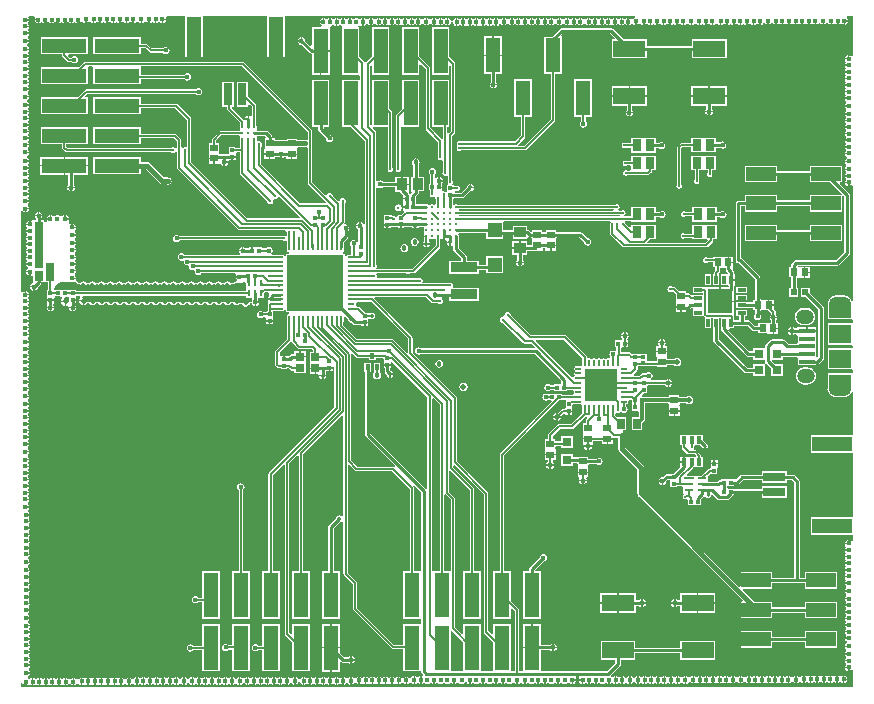
<source format=gtl>
G04 Layer_Physical_Order=1*
G04 Layer_Color=255*
%FSLAX25Y25*%
%MOIN*%
G70*
G01*
G75*
%ADD10R,0.09843X0.04724*%
%ADD11R,0.10827X0.05512*%
%ADD12R,0.01181X0.01378*%
%ADD13R,0.01378X0.01181*%
%ADD14R,0.03150X0.03150*%
%ADD15R,0.05000X0.15000*%
%ADD16R,0.15000X0.05000*%
%ADD17R,0.02362X0.02520*%
%ADD18R,0.02520X0.02362*%
%ADD19R,0.03150X0.03937*%
%ADD20R,0.01260X0.01260*%
%ADD21R,0.01260X0.01260*%
%ADD22R,0.03937X0.03543*%
%ADD23R,0.13189X0.05118*%
%ADD24R,0.07480X0.03150*%
%ADD25R,0.02756X0.05906*%
%ADD26R,0.02756X0.15748*%
%ADD27R,0.02756X0.03543*%
%ADD28R,0.00984X0.02165*%
%ADD29R,0.11024X0.11024*%
%ADD30O,0.02165X0.00787*%
%ADD31O,0.00787X0.02165*%
%ADD32R,0.05000X0.11654*%
%ADD33C,0.01083*%
%ADD34C,0.01043*%
%ADD35R,0.03543X0.03937*%
%ADD36R,0.03150X0.03150*%
%ADD37R,0.02795X0.03622*%
%ADD38R,0.09055X0.03347*%
%ADD39R,0.05118X0.13189*%
%ADD40R,0.03150X0.07480*%
%ADD41R,0.01181X0.02835*%
%ADD42R,0.02835X0.01181*%
%ADD43R,0.08268X0.08268*%
%ADD44O,0.02559X0.00787*%
%ADD45O,0.00787X0.02559*%
%ADD46R,0.18504X0.18504*%
%ADD47R,0.02165X0.02362*%
%ADD48R,0.01575X0.02598*%
%ADD49R,0.04724X0.04921*%
%ADD50R,0.03347X0.01102*%
%ADD51R,0.02953X0.01102*%
%ADD52R,0.01417X0.01969*%
%ADD53R,0.01575X0.01969*%
%ADD54R,0.07480X0.04724*%
%ADD55R,0.05315X0.01575*%
%ADD56R,0.07480X0.06299*%
%ADD57R,0.02953X0.02559*%
%ADD58C,0.01000*%
%ADD59C,0.00600*%
%ADD60C,0.00700*%
%ADD61C,0.00550*%
%ADD62C,0.01500*%
%ADD63C,0.00800*%
%ADD64C,0.01300*%
%ADD65C,0.01200*%
%ADD66O,0.05906X0.04921*%
%ADD67O,0.07480X0.04823*%
%ADD68C,0.01600*%
%ADD69C,0.01300*%
%ADD70C,0.01000*%
%ADD71C,0.01800*%
%ADD72C,0.01400*%
%ADD73C,0.02000*%
%ADD74C,0.02598*%
G36*
X278251Y211119D02*
X277751Y210968D01*
X277637Y211137D01*
X277207Y211425D01*
X276950Y211476D01*
Y210200D01*
X276700D01*
Y209950D01*
X275424D01*
X275475Y209693D01*
X275635Y209454D01*
X275723Y209100D01*
X275635Y208747D01*
X275475Y208507D01*
X275424Y208250D01*
X276700D01*
Y207750D01*
X275424D01*
X275475Y207493D01*
X275635Y207254D01*
X275723Y206900D01*
X275635Y206546D01*
X275475Y206307D01*
X275424Y206050D01*
X276700D01*
Y205550D01*
X275424D01*
X275475Y205293D01*
X275635Y205053D01*
X275723Y204700D01*
X275635Y204346D01*
X275475Y204107D01*
X275424Y203850D01*
X276700D01*
Y203350D01*
X275424D01*
X275475Y203093D01*
X275635Y202853D01*
X275723Y202500D01*
X275635Y202147D01*
X275475Y201907D01*
X275424Y201650D01*
X276700D01*
Y201150D01*
X275424D01*
X275475Y200893D01*
X275635Y200654D01*
X275723Y200300D01*
X275635Y199946D01*
X275475Y199707D01*
X275424Y199450D01*
X276700D01*
Y198950D01*
X275424D01*
X275475Y198693D01*
X275635Y198453D01*
X275723Y198100D01*
X275635Y197747D01*
X275475Y197507D01*
X275424Y197250D01*
X276700D01*
Y196750D01*
X275424D01*
X275475Y196493D01*
X275763Y196063D01*
X275906Y195967D01*
Y195366D01*
X275863Y195337D01*
X275575Y194907D01*
X275524Y194650D01*
X276800D01*
Y194150D01*
X275524D01*
X275575Y193893D01*
X275863Y193463D01*
X275956Y193401D01*
Y192799D01*
X275863Y192737D01*
X275575Y192307D01*
X275524Y192050D01*
X276800D01*
Y191550D01*
X275524D01*
X275575Y191293D01*
X275735Y191053D01*
X275823Y190700D01*
X275735Y190347D01*
X275575Y190107D01*
X275524Y189850D01*
X276800D01*
Y189350D01*
X275524D01*
X275575Y189093D01*
X275735Y188854D01*
X275823Y188500D01*
X275735Y188146D01*
X275575Y187907D01*
X275524Y187650D01*
X276800D01*
Y187150D01*
X275524D01*
X275575Y186893D01*
X275735Y186653D01*
X275823Y186300D01*
X275735Y185947D01*
X275575Y185707D01*
X275524Y185450D01*
X276800D01*
Y184950D01*
X275524D01*
X275575Y184693D01*
X275735Y184453D01*
X275823Y184100D01*
X275735Y183747D01*
X275575Y183507D01*
X275524Y183250D01*
X276800D01*
Y182750D01*
X275524D01*
X275575Y182493D01*
X275863Y182063D01*
Y181737D01*
X275575Y181307D01*
X275524Y181050D01*
X276800D01*
Y180550D01*
X275524D01*
X275575Y180293D01*
X275735Y180053D01*
X275823Y179700D01*
X275735Y179347D01*
X275575Y179107D01*
X275524Y178850D01*
X276800D01*
Y178350D01*
X275524D01*
X275575Y178093D01*
X275863Y177663D01*
X276039Y177545D01*
Y176955D01*
X275863Y176837D01*
X275575Y176407D01*
X275524Y176150D01*
X276800D01*
Y175650D01*
X275524D01*
X275575Y175393D01*
X275863Y174963D01*
X275956Y174901D01*
Y174299D01*
X275863Y174237D01*
X275575Y173807D01*
X275524Y173550D01*
X276800D01*
Y173050D01*
X275524D01*
X275575Y172793D01*
X275735Y172554D01*
X275823Y172200D01*
X275735Y171846D01*
X275575Y171607D01*
X275524Y171350D01*
X276800D01*
Y170850D01*
X275524D01*
X275575Y170593D01*
X275735Y170353D01*
X275823Y170000D01*
X275735Y169647D01*
X275575Y169407D01*
X275524Y169150D01*
X276800D01*
Y168900D01*
X277050D01*
Y167624D01*
X277307Y167675D01*
X277737Y167963D01*
X277751Y167983D01*
X278251Y167831D01*
Y129558D01*
X277751Y129459D01*
X277583Y129864D01*
X277132Y130452D01*
X276545Y130902D01*
X275861Y131185D01*
X275127Y131282D01*
X272469D01*
X271735Y131185D01*
X271052Y130902D01*
X270464Y130452D01*
X270013Y129864D01*
X269730Y129180D01*
X269686Y128847D01*
X269660D01*
X269634Y128446D01*
X269660Y128247D01*
Y123322D01*
X277751D01*
X277940Y123322D01*
X278251Y122951D01*
Y122328D01*
X277940Y121957D01*
X277751Y121957D01*
X269660D01*
Y114857D01*
X277751D01*
X277940Y114857D01*
X278251Y114486D01*
Y114060D01*
X277940Y113689D01*
X277751Y113689D01*
X269660D01*
Y106590D01*
X277751D01*
X277940Y106590D01*
X278251Y106218D01*
Y105596D01*
X277940Y105224D01*
X277751Y105224D01*
X269660D01*
Y100284D01*
X269636Y100100D01*
X269660Y99700D01*
X269688D01*
X269732Y99366D01*
X270016Y98682D01*
X270466Y98095D01*
X271053Y97644D01*
X271737Y97361D01*
X272471Y97264D01*
X275129D01*
X275863Y97361D01*
X276547Y97644D01*
X277134Y98095D01*
X277585Y98682D01*
X277751Y99083D01*
X278251Y98984D01*
Y85191D01*
X278047Y84776D01*
X277751Y84776D01*
X264058D01*
Y78857D01*
X277751D01*
X278047Y78857D01*
X278251Y78442D01*
Y57829D01*
X278047Y57413D01*
X277751Y57413D01*
X264058D01*
Y51495D01*
X277751D01*
X278047Y51495D01*
X278251Y51079D01*
Y49519D01*
X277751Y49368D01*
X277637Y49537D01*
X277207Y49825D01*
X276950Y49876D01*
Y48600D01*
X276700D01*
Y48350D01*
X275424D01*
X275475Y48093D01*
X275635Y47853D01*
X275723Y47500D01*
X275635Y47146D01*
X275475Y46907D01*
X275424Y46650D01*
X276700D01*
Y46150D01*
X275424D01*
X275475Y45893D01*
X275635Y45654D01*
X275723Y45300D01*
X275635Y44947D01*
X275475Y44707D01*
X275424Y44450D01*
X276700D01*
Y43950D01*
X275424D01*
X275475Y43693D01*
X275635Y43453D01*
X275723Y43100D01*
X275635Y42746D01*
X275475Y42507D01*
X275424Y42250D01*
X276700D01*
Y41750D01*
X275424D01*
X275475Y41493D01*
X275635Y41254D01*
X275723Y40900D01*
X275635Y40547D01*
X275475Y40307D01*
X275424Y40050D01*
X276700D01*
Y39550D01*
X275424D01*
X275475Y39293D01*
X275635Y39053D01*
X275723Y38700D01*
X275635Y38346D01*
X275475Y38107D01*
X275424Y37850D01*
X276700D01*
Y37350D01*
X275424D01*
X275475Y37093D01*
X275635Y36854D01*
X275723Y36500D01*
X275635Y36147D01*
X275475Y35907D01*
X275424Y35650D01*
X276700D01*
Y35150D01*
X275424D01*
X275475Y34893D01*
X275763Y34463D01*
X275906Y34367D01*
Y33766D01*
X275863Y33737D01*
X275575Y33307D01*
X275524Y33050D01*
X276800D01*
Y32550D01*
X275524D01*
X275575Y32293D01*
X275863Y31863D01*
X275956Y31801D01*
Y31199D01*
X275863Y31137D01*
X275575Y30707D01*
X275524Y30450D01*
X276800D01*
Y29950D01*
X275524D01*
X275575Y29693D01*
X275735Y29454D01*
X275823Y29100D01*
X275735Y28747D01*
X275575Y28507D01*
X275524Y28250D01*
X276800D01*
Y27750D01*
X275524D01*
X275575Y27493D01*
X275735Y27253D01*
X275823Y26900D01*
X275735Y26546D01*
X275575Y26307D01*
X275524Y26050D01*
X276800D01*
Y25550D01*
X275524D01*
X275575Y25293D01*
X275735Y25054D01*
X275823Y24700D01*
X275735Y24347D01*
X275575Y24107D01*
X275524Y23850D01*
X276800D01*
Y23350D01*
X275524D01*
X275575Y23093D01*
X275735Y22853D01*
X275823Y22500D01*
X275735Y22147D01*
X275575Y21907D01*
X275524Y21650D01*
X276800D01*
Y21150D01*
X275524D01*
X275575Y20893D01*
X275735Y20653D01*
X275823Y20300D01*
X275735Y19947D01*
X275575Y19707D01*
X275524Y19450D01*
X276800D01*
Y18950D01*
X275524D01*
X275575Y18693D01*
X275735Y18453D01*
X275823Y18100D01*
X275735Y17747D01*
X275575Y17507D01*
X275524Y17250D01*
X276800D01*
Y16750D01*
X275524D01*
X275575Y16493D01*
X275863Y16063D01*
X276039Y15945D01*
Y15355D01*
X275863Y15237D01*
X275575Y14807D01*
X275524Y14550D01*
X276800D01*
Y14050D01*
X275524D01*
X275575Y13793D01*
X275863Y13363D01*
X275956Y13301D01*
Y12699D01*
X275863Y12637D01*
X275575Y12207D01*
X275524Y11950D01*
X276800D01*
Y11450D01*
X275524D01*
X275575Y11193D01*
X275735Y10954D01*
X275823Y10600D01*
X275735Y10246D01*
X275575Y10007D01*
X275524Y9750D01*
X276800D01*
Y9250D01*
X275524D01*
X275575Y8993D01*
X275735Y8754D01*
X275823Y8400D01*
X275735Y8046D01*
X275575Y7807D01*
X275524Y7550D01*
X276800D01*
Y7300D01*
X277050D01*
Y6024D01*
X277307Y6075D01*
X277737Y6363D01*
X277751Y6383D01*
X278251Y6231D01*
Y649D01*
X749D01*
Y2074D01*
X1249Y2123D01*
X1275Y1993D01*
X1563Y1563D01*
X1993Y1275D01*
X2250Y1224D01*
Y2500D01*
X2750D01*
Y1224D01*
X3007Y1275D01*
X3246Y1435D01*
X3600Y1523D01*
X3954Y1435D01*
X4193Y1275D01*
X4450Y1224D01*
Y2500D01*
Y3776D01*
X4193Y3725D01*
X3954Y3565D01*
X3600Y3477D01*
X3246Y3565D01*
X3075Y3679D01*
X3038Y3950D01*
X3075Y4221D01*
X3437Y4463D01*
X3725Y4893D01*
X3776Y5150D01*
X2500D01*
Y5650D01*
X3776D01*
X3725Y5907D01*
X3437Y6337D01*
X3344Y6399D01*
Y7001D01*
X3437Y7063D01*
X3725Y7493D01*
X3776Y7750D01*
X2500D01*
Y8250D01*
X3776D01*
X3725Y8507D01*
X3437Y8937D01*
Y9263D01*
X3725Y9693D01*
X3776Y9950D01*
X2500D01*
Y10450D01*
X3776D01*
X3725Y10707D01*
X3437Y11137D01*
Y11463D01*
X3725Y11893D01*
X3776Y12150D01*
X2500D01*
Y12650D01*
X3776D01*
X3725Y12907D01*
X3437Y13337D01*
Y13663D01*
X3725Y14093D01*
X3776Y14350D01*
X2500D01*
Y14850D01*
X3776D01*
X3725Y15107D01*
X3437Y15537D01*
Y15863D01*
X3725Y16293D01*
X3776Y16550D01*
X2500D01*
Y17050D01*
X3776D01*
X3725Y17307D01*
X3437Y17737D01*
Y18063D01*
X3725Y18493D01*
X3776Y18750D01*
X2500D01*
Y19250D01*
X3776D01*
X3725Y19507D01*
X3437Y19937D01*
Y20263D01*
X3725Y20693D01*
X3776Y20950D01*
X2500D01*
Y21450D01*
X3776D01*
X3725Y21707D01*
X3437Y22137D01*
X3294Y22233D01*
Y22834D01*
X3337Y22863D01*
X3625Y23293D01*
X3676Y23550D01*
X2400D01*
Y24050D01*
X3676D01*
X3625Y24307D01*
X3337Y24737D01*
X3244Y24799D01*
Y25401D01*
X3337Y25463D01*
X3625Y25893D01*
X3676Y26150D01*
X2400D01*
Y26650D01*
X3676D01*
X3625Y26907D01*
X3337Y27337D01*
Y27663D01*
X3625Y28093D01*
X3676Y28350D01*
X2400D01*
Y28850D01*
X3676D01*
X3625Y29107D01*
X3337Y29537D01*
Y29863D01*
X3625Y30293D01*
X3676Y30550D01*
X2400D01*
Y31050D01*
X3676D01*
X3625Y31307D01*
X3337Y31737D01*
Y32063D01*
X3625Y32493D01*
X3676Y32750D01*
X2400D01*
Y33250D01*
X3676D01*
X3625Y33507D01*
X3337Y33937D01*
Y34263D01*
X3625Y34693D01*
X3676Y34950D01*
X2400D01*
Y35450D01*
X3676D01*
X3625Y35707D01*
X3337Y36137D01*
Y36463D01*
X3625Y36893D01*
X3676Y37150D01*
X2400D01*
Y37650D01*
X3676D01*
X3625Y37907D01*
X3337Y38337D01*
Y38663D01*
X3625Y39093D01*
X3676Y39350D01*
X2400D01*
Y39850D01*
X3676D01*
X3625Y40107D01*
X3337Y40537D01*
X3161Y40655D01*
Y41245D01*
X3337Y41363D01*
X3625Y41793D01*
X3676Y42050D01*
X2400D01*
Y42550D01*
X3676D01*
X3625Y42807D01*
X3337Y43237D01*
X3244Y43299D01*
Y43901D01*
X3337Y43963D01*
X3625Y44393D01*
X3676Y44650D01*
X2400D01*
Y45150D01*
X3676D01*
X3625Y45407D01*
X3337Y45837D01*
Y46163D01*
X3625Y46593D01*
X3676Y46850D01*
X2400D01*
Y47350D01*
X3676D01*
X3625Y47607D01*
X3337Y48037D01*
Y48363D01*
X3625Y48793D01*
X3676Y49050D01*
X2400D01*
Y49550D01*
X3676D01*
X3625Y49807D01*
X3337Y50237D01*
Y50563D01*
X3625Y50993D01*
X3676Y51250D01*
X2400D01*
Y51750D01*
X3676D01*
X3625Y52007D01*
X3337Y52437D01*
Y52763D01*
X3625Y53193D01*
X3676Y53450D01*
X2400D01*
Y53950D01*
X3676D01*
X3625Y54207D01*
X3337Y54637D01*
Y54963D01*
X3625Y55393D01*
X3676Y55650D01*
X2400D01*
Y56150D01*
X3676D01*
X3625Y56407D01*
X3337Y56837D01*
Y57163D01*
X3625Y57593D01*
X3676Y57850D01*
X2400D01*
Y58350D01*
X3676D01*
X3625Y58607D01*
X3337Y59037D01*
X3194Y59133D01*
Y59734D01*
X3237Y59763D01*
X3525Y60193D01*
X3576Y60450D01*
X2300D01*
Y60950D01*
X3576D01*
X3525Y61207D01*
X3237Y61637D01*
X3144Y61699D01*
Y62301D01*
X3237Y62363D01*
X3525Y62793D01*
X3576Y63050D01*
X2300D01*
Y63550D01*
X3576D01*
X3525Y63807D01*
X3237Y64237D01*
Y64563D01*
X3525Y64993D01*
X3576Y65250D01*
X2300D01*
Y65750D01*
X3576D01*
X3525Y66007D01*
X3237Y66437D01*
Y66763D01*
X3525Y67193D01*
X3576Y67450D01*
X2300D01*
Y67950D01*
X3576D01*
X3525Y68207D01*
X3237Y68637D01*
Y68963D01*
X3525Y69393D01*
X3576Y69650D01*
X2300D01*
Y70150D01*
X3576D01*
X3525Y70407D01*
X3237Y70837D01*
Y71163D01*
X3525Y71593D01*
X3576Y71850D01*
X2300D01*
Y72350D01*
X3576D01*
X3525Y72607D01*
X3237Y73037D01*
Y73363D01*
X3525Y73793D01*
X3576Y74050D01*
X2300D01*
Y74550D01*
X3576D01*
X3525Y74807D01*
X3237Y75237D01*
Y75563D01*
X3525Y75993D01*
X3576Y76250D01*
X2300D01*
Y76750D01*
X3576D01*
X3525Y77007D01*
X3237Y77437D01*
X3019Y77583D01*
X2984Y78158D01*
X2985Y78161D01*
X3137Y78263D01*
X3425Y78693D01*
X3476Y78950D01*
X2200D01*
Y79450D01*
X3476D01*
X3425Y79707D01*
X3137Y80137D01*
X3044Y80199D01*
Y80801D01*
X3137Y80863D01*
X3425Y81293D01*
X3476Y81550D01*
X2200D01*
Y82050D01*
X3476D01*
X3425Y82307D01*
X3137Y82737D01*
Y83063D01*
X3425Y83493D01*
X3476Y83750D01*
X2200D01*
Y84250D01*
X3476D01*
X3425Y84507D01*
X3137Y84937D01*
Y85263D01*
X3425Y85693D01*
X3476Y85950D01*
X2200D01*
Y86450D01*
X3476D01*
X3425Y86707D01*
X3137Y87137D01*
Y87463D01*
X3425Y87893D01*
X3476Y88150D01*
X2200D01*
Y88650D01*
X3476D01*
X3425Y88907D01*
X3137Y89337D01*
Y89663D01*
X3425Y90093D01*
X3476Y90350D01*
X2200D01*
Y90850D01*
X3476D01*
X3425Y91107D01*
X3137Y91537D01*
Y91863D01*
X3425Y92293D01*
X3476Y92550D01*
X2200D01*
Y93050D01*
X3476D01*
X3425Y93307D01*
X3137Y93737D01*
Y94063D01*
X3425Y94493D01*
X3476Y94750D01*
X2200D01*
Y95250D01*
X3476D01*
X3425Y95507D01*
X3137Y95937D01*
X3094Y95966D01*
Y96567D01*
X3237Y96663D01*
X3525Y97093D01*
X3576Y97350D01*
X2300D01*
Y97850D01*
X3576D01*
X3525Y98107D01*
X3237Y98537D01*
X3144Y98599D01*
Y99201D01*
X3237Y99263D01*
X3525Y99693D01*
X3576Y99950D01*
X2300D01*
Y100450D01*
X3576D01*
X3525Y100707D01*
X3237Y101137D01*
Y101463D01*
X3525Y101893D01*
X3576Y102150D01*
X2300D01*
Y102650D01*
X3576D01*
X3525Y102907D01*
X3237Y103337D01*
Y103663D01*
X3525Y104093D01*
X3576Y104350D01*
X2300D01*
Y104850D01*
X3576D01*
X3525Y105107D01*
X3237Y105537D01*
Y105863D01*
X3525Y106293D01*
X3576Y106550D01*
X2300D01*
Y107050D01*
X3576D01*
X3525Y107307D01*
X3237Y107737D01*
Y108063D01*
X3525Y108493D01*
X3576Y108750D01*
X2300D01*
Y109250D01*
X3576D01*
X3525Y109507D01*
X3237Y109937D01*
Y110263D01*
X3525Y110693D01*
X3576Y110950D01*
X2300D01*
Y111450D01*
X3576D01*
X3525Y111707D01*
X3237Y112137D01*
Y112463D01*
X3525Y112893D01*
X3576Y113150D01*
X2300D01*
Y113650D01*
X3576D01*
X3525Y113907D01*
X3319Y114216D01*
X3269Y114550D01*
X3319Y114884D01*
X3525Y115193D01*
X3576Y115450D01*
X2300D01*
Y115950D01*
X3576D01*
X3525Y116207D01*
X3237Y116637D01*
X3144Y116699D01*
Y117301D01*
X3237Y117363D01*
X3525Y117793D01*
X3576Y118050D01*
X2300D01*
Y118550D01*
X3576D01*
X3525Y118807D01*
X3237Y119237D01*
Y119563D01*
X3525Y119993D01*
X3576Y120250D01*
X2300D01*
Y120750D01*
X3576D01*
X3525Y121007D01*
X3237Y121437D01*
Y121763D01*
X3525Y122193D01*
X3576Y122450D01*
X2300D01*
Y122950D01*
X3576D01*
X3525Y123207D01*
X3237Y123637D01*
Y123963D01*
X3525Y124393D01*
X3576Y124650D01*
X2300D01*
Y125150D01*
X3576D01*
X3525Y125407D01*
X3237Y125837D01*
Y126163D01*
X3525Y126593D01*
X3576Y126850D01*
X2300D01*
Y127350D01*
X3576D01*
X3525Y127607D01*
X3237Y128037D01*
Y128363D01*
X3525Y128793D01*
X3576Y129050D01*
X2300D01*
Y129550D01*
X3576D01*
X3525Y129807D01*
X3237Y130237D01*
Y130563D01*
X3525Y130993D01*
X3576Y131250D01*
X2300D01*
Y131500D01*
X2050D01*
Y132776D01*
X1793Y132725D01*
X1363Y132437D01*
X1249Y132268D01*
X749Y132419D01*
Y159281D01*
X1249Y159432D01*
X1363Y159263D01*
X1793Y158975D01*
X2050Y158924D01*
Y160200D01*
X2300D01*
Y160450D01*
X3576D01*
X3525Y160707D01*
X3237Y161137D01*
X3144Y161199D01*
Y161801D01*
X3237Y161863D01*
X3525Y162293D01*
X3576Y162550D01*
X2300D01*
Y163050D01*
X3576D01*
X3525Y163307D01*
X3237Y163737D01*
Y164063D01*
X3525Y164493D01*
X3576Y164750D01*
X2300D01*
Y165250D01*
X3576D01*
X3525Y165507D01*
X3237Y165937D01*
Y166263D01*
X3525Y166693D01*
X3576Y166950D01*
X2300D01*
Y167450D01*
X3576D01*
X3525Y167707D01*
X3237Y168137D01*
Y168463D01*
X3525Y168893D01*
X3576Y169150D01*
X2300D01*
Y169650D01*
X3576D01*
X3525Y169907D01*
X3237Y170337D01*
Y170663D01*
X3525Y171093D01*
X3576Y171350D01*
X2300D01*
Y171850D01*
X3576D01*
X3525Y172107D01*
X3237Y172537D01*
Y172863D01*
X3525Y173293D01*
X3576Y173550D01*
X2300D01*
Y174050D01*
X3576D01*
X3525Y174307D01*
X3237Y174737D01*
Y175063D01*
X3525Y175493D01*
X3576Y175750D01*
X2300D01*
Y176250D01*
X3576D01*
X3525Y176507D01*
X3237Y176937D01*
X2836Y177206D01*
X2806Y177315D01*
X2798Y177736D01*
X3137Y177963D01*
X3425Y178393D01*
X3476Y178650D01*
X2200D01*
Y179150D01*
X3476D01*
X3425Y179407D01*
X3137Y179837D01*
X3044Y179899D01*
Y180501D01*
X3137Y180563D01*
X3425Y180993D01*
X3476Y181250D01*
X2200D01*
Y181750D01*
X3476D01*
X3425Y182007D01*
X3137Y182437D01*
Y182763D01*
X3425Y183193D01*
X3476Y183450D01*
X2200D01*
Y183950D01*
X3476D01*
X3425Y184207D01*
X3137Y184637D01*
Y184963D01*
X3425Y185393D01*
X3476Y185650D01*
X2200D01*
Y186150D01*
X3476D01*
X3425Y186407D01*
X3137Y186837D01*
Y187163D01*
X3425Y187593D01*
X3476Y187850D01*
X2200D01*
Y188350D01*
X3476D01*
X3425Y188607D01*
X3137Y189037D01*
Y189363D01*
X3425Y189793D01*
X3476Y190050D01*
X2200D01*
Y190550D01*
X3476D01*
X3425Y190807D01*
X3137Y191237D01*
Y191563D01*
X3425Y191993D01*
X3476Y192250D01*
X2200D01*
Y192750D01*
X3476D01*
X3425Y193007D01*
X3137Y193437D01*
Y193763D01*
X3425Y194193D01*
X3476Y194450D01*
X2200D01*
Y194950D01*
X3476D01*
X3425Y195207D01*
X3137Y195637D01*
X2860Y195822D01*
X2846Y195865D01*
Y196335D01*
X2860Y196378D01*
X3137Y196563D01*
X3425Y196993D01*
X3476Y197250D01*
X2200D01*
Y197750D01*
X3476D01*
X3425Y198007D01*
X3137Y198437D01*
X3044Y198499D01*
Y199101D01*
X3137Y199163D01*
X3425Y199593D01*
X3476Y199850D01*
X2200D01*
Y200350D01*
X3476D01*
X3425Y200607D01*
X3137Y201037D01*
Y201363D01*
X3425Y201793D01*
X3476Y202050D01*
X2200D01*
Y202550D01*
X3476D01*
X3425Y202807D01*
X3137Y203237D01*
Y203563D01*
X3425Y203993D01*
X3476Y204250D01*
X2200D01*
Y204750D01*
X3476D01*
X3425Y205007D01*
X3137Y205437D01*
Y205763D01*
X3425Y206193D01*
X3476Y206450D01*
X2200D01*
Y206950D01*
X3476D01*
X3425Y207207D01*
X3137Y207637D01*
Y207963D01*
X3425Y208393D01*
X3476Y208650D01*
X2200D01*
Y209150D01*
X3476D01*
X3425Y209407D01*
X3137Y209837D01*
Y210163D01*
X3425Y210593D01*
X3476Y210850D01*
X2200D01*
Y211350D01*
X3476D01*
X3425Y211607D01*
X3137Y212037D01*
Y212363D01*
X3425Y212793D01*
X3476Y213050D01*
X2200D01*
Y213550D01*
X3476D01*
X3425Y213807D01*
X3137Y214237D01*
X2860Y214422D01*
X2846Y214465D01*
Y214934D01*
X2860Y214978D01*
X3137Y215163D01*
X3425Y215593D01*
X3476Y215850D01*
X2200D01*
Y216350D01*
X3476D01*
X3425Y216607D01*
X3137Y217037D01*
X3044Y217099D01*
Y217701D01*
X3137Y217763D01*
X3425Y218193D01*
X3476Y218450D01*
X2200D01*
Y218950D01*
X3476D01*
X3425Y219207D01*
X3137Y219637D01*
Y219963D01*
X3425Y220393D01*
X3476Y220650D01*
X2200D01*
Y221150D01*
X3476D01*
X3425Y221407D01*
X3137Y221837D01*
Y222163D01*
X3425Y222593D01*
X3476Y222850D01*
X2200D01*
Y223350D01*
X3476D01*
X3425Y223607D01*
X3262Y223851D01*
X3500Y224351D01*
X5204D01*
X5471Y223851D01*
X5375Y223707D01*
X5324Y223450D01*
X6600D01*
Y223200D01*
X6850D01*
Y221924D01*
X7107Y221975D01*
X7537Y222263D01*
X7863D01*
X8293Y221975D01*
X8550Y221924D01*
Y223200D01*
X9050D01*
Y221924D01*
X9307Y221975D01*
X9737Y222263D01*
X10063D01*
X10493Y221975D01*
X10750Y221924D01*
Y223200D01*
X11250D01*
Y221924D01*
X11507Y221975D01*
X11937Y222263D01*
X12263D01*
X12693Y221975D01*
X12950Y221924D01*
Y223200D01*
X13450D01*
Y221924D01*
X13707Y221975D01*
X14137Y222263D01*
X14463D01*
X14893Y221975D01*
X15150Y221924D01*
Y223200D01*
X15650D01*
Y221924D01*
X15907Y221975D01*
X16337Y222263D01*
X16663D01*
X17093Y221975D01*
X17350Y221924D01*
Y223200D01*
X17850D01*
Y221924D01*
X18107Y221975D01*
X18537Y222263D01*
X18863D01*
X19293Y221975D01*
X19550Y221924D01*
Y223200D01*
X20050D01*
Y221924D01*
X20307Y221975D01*
X20737Y222263D01*
X20833Y222406D01*
X21434D01*
X21463Y222363D01*
X21893Y222075D01*
X22150Y222024D01*
Y223300D01*
X22650D01*
Y222024D01*
X22907Y222075D01*
X23337Y222363D01*
X23399Y222456D01*
X24001D01*
X24063Y222363D01*
X24493Y222075D01*
X24750Y222024D01*
Y223300D01*
X25250D01*
Y222024D01*
X25507Y222075D01*
X25937Y222363D01*
X26263D01*
X26693Y222075D01*
X26950Y222024D01*
Y223300D01*
X27450D01*
Y222024D01*
X27707Y222075D01*
X28137Y222363D01*
X28463D01*
X28893Y222075D01*
X29150Y222024D01*
Y223300D01*
X29650D01*
Y222024D01*
X29907Y222075D01*
X30337Y222363D01*
X30663D01*
X31093Y222075D01*
X31350Y222024D01*
Y223300D01*
X31850D01*
Y222024D01*
X32107Y222075D01*
X32537Y222363D01*
X32863D01*
X33293Y222075D01*
X33550Y222024D01*
Y223300D01*
X34050D01*
Y222024D01*
X34307Y222075D01*
X34737Y222363D01*
X35063D01*
X35493Y222075D01*
X35750Y222024D01*
Y223300D01*
X36250D01*
Y222024D01*
X36507Y222075D01*
X36937Y222363D01*
X37263D01*
X37693Y222075D01*
X37950Y222024D01*
Y223300D01*
X38450D01*
Y222024D01*
X38707Y222075D01*
X39137Y222363D01*
X39255Y222539D01*
X39845D01*
X39963Y222363D01*
X40393Y222075D01*
X40650Y222024D01*
Y223300D01*
X41150D01*
Y222024D01*
X41407Y222075D01*
X41837Y222363D01*
X41899Y222456D01*
X42501D01*
X42563Y222363D01*
X42993Y222075D01*
X43250Y222024D01*
Y223300D01*
X43750D01*
Y222024D01*
X44007Y222075D01*
X44437Y222363D01*
X44763D01*
X45193Y222075D01*
X45450Y222024D01*
Y223300D01*
X45950D01*
Y222024D01*
X46207Y222075D01*
X46637Y222363D01*
X46963D01*
X47393Y222075D01*
X47650Y222024D01*
Y223300D01*
X47900D01*
Y223550D01*
X49176D01*
X49125Y223807D01*
X49096Y223851D01*
X49363Y224351D01*
X55524D01*
Y210558D01*
X61443D01*
Y224351D01*
X82887D01*
Y210558D01*
X88805D01*
Y224351D01*
X205374D01*
X205423Y223851D01*
X205293Y223825D01*
X204863Y223537D01*
X204767Y223394D01*
X204166D01*
X204137Y223437D01*
X203707Y223725D01*
X203450Y223776D01*
Y222500D01*
Y221224D01*
X203707Y221275D01*
X204137Y221563D01*
X204233Y221706D01*
X204834D01*
X204863Y221663D01*
X205293Y221375D01*
X205550Y221324D01*
Y222600D01*
X206050D01*
Y221324D01*
X206307Y221375D01*
X206737Y221663D01*
X206799Y221756D01*
X207401D01*
X207463Y221663D01*
X207893Y221375D01*
X208150Y221324D01*
Y222600D01*
X208650D01*
Y221324D01*
X208907Y221375D01*
X209337Y221663D01*
X209663D01*
X210093Y221375D01*
X210350Y221324D01*
Y222600D01*
X210850D01*
Y221324D01*
X211107Y221375D01*
X211537Y221663D01*
X211863D01*
X212293Y221375D01*
X212550Y221324D01*
Y222600D01*
X213050D01*
Y221324D01*
X213307Y221375D01*
X213737Y221663D01*
X214063D01*
X214493Y221375D01*
X214750Y221324D01*
Y222600D01*
X215250D01*
Y221324D01*
X215507Y221375D01*
X215937Y221663D01*
X216263D01*
X216693Y221375D01*
X216950Y221324D01*
Y222600D01*
X217450D01*
Y221324D01*
X217707Y221375D01*
X218137Y221663D01*
X218463D01*
X218893Y221375D01*
X219150Y221324D01*
Y222600D01*
X219650D01*
Y221324D01*
X219907Y221375D01*
X220337Y221663D01*
X220663D01*
X221093Y221375D01*
X221350Y221324D01*
Y222600D01*
X221850D01*
Y221324D01*
X222107Y221375D01*
X222537Y221663D01*
X222655Y221839D01*
X223245D01*
X223363Y221663D01*
X223793Y221375D01*
X224050Y221324D01*
Y222600D01*
X224550D01*
Y221324D01*
X224807Y221375D01*
X225237Y221663D01*
X225299Y221756D01*
X225901D01*
X225963Y221663D01*
X226393Y221375D01*
X226650Y221324D01*
Y222600D01*
X227150D01*
Y221324D01*
X227407Y221375D01*
X227837Y221663D01*
X228163D01*
X228593Y221375D01*
X228850Y221324D01*
Y222600D01*
X229350D01*
Y221324D01*
X229607Y221375D01*
X230037Y221663D01*
X230363D01*
X230793Y221375D01*
X231050Y221324D01*
Y222600D01*
X231550D01*
Y221324D01*
X231807Y221375D01*
X232237Y221663D01*
X232383Y221881D01*
X232959Y221916D01*
X232961Y221915D01*
X233063Y221763D01*
X233493Y221475D01*
X233750Y221424D01*
Y222700D01*
X234250D01*
Y221424D01*
X234507Y221475D01*
X234937Y221763D01*
X235263D01*
X235693Y221475D01*
X235950Y221424D01*
Y222700D01*
X236450D01*
Y221424D01*
X236707Y221475D01*
X237137Y221763D01*
X237463D01*
X237893Y221475D01*
X238150Y221424D01*
Y222700D01*
X238650D01*
Y221424D01*
X238907Y221475D01*
X239337Y221763D01*
X239663D01*
X240093Y221475D01*
X240350Y221424D01*
Y222700D01*
X240850D01*
Y221424D01*
X241107Y221475D01*
X241537Y221763D01*
X241863D01*
X242293Y221475D01*
X242550Y221424D01*
Y222700D01*
X243050D01*
Y221424D01*
X243307Y221475D01*
X243737Y221763D01*
X244063D01*
X244493Y221475D01*
X244750Y221424D01*
Y222700D01*
X245250D01*
Y221424D01*
X245507Y221475D01*
X245937Y221763D01*
X246263D01*
X246693Y221475D01*
X246950Y221424D01*
Y222700D01*
X247450D01*
Y221424D01*
X247707Y221475D01*
X248137Y221763D01*
X248233Y221906D01*
X248834D01*
X248863Y221863D01*
X249293Y221575D01*
X249550Y221524D01*
Y222800D01*
X250050D01*
Y221524D01*
X250307Y221575D01*
X250737Y221863D01*
X250799Y221956D01*
X251401D01*
X251463Y221863D01*
X251893Y221575D01*
X252150Y221524D01*
Y222800D01*
X252650D01*
Y221524D01*
X252907Y221575D01*
X253337Y221863D01*
X253663D01*
X254093Y221575D01*
X254350Y221524D01*
Y222800D01*
X254850D01*
Y221524D01*
X255107Y221575D01*
X255537Y221863D01*
X255863D01*
X256293Y221575D01*
X256550Y221524D01*
Y222800D01*
X257050D01*
Y221524D01*
X257307Y221575D01*
X257737Y221863D01*
X258063D01*
X258493Y221575D01*
X258750Y221524D01*
Y222800D01*
X259250D01*
Y221524D01*
X259507Y221575D01*
X259937Y221863D01*
X260263D01*
X260693Y221575D01*
X260950Y221524D01*
Y222800D01*
X261450D01*
Y221524D01*
X261707Y221575D01*
X262137Y221863D01*
X262463D01*
X262893Y221575D01*
X263150Y221524D01*
Y222800D01*
X263650D01*
Y221524D01*
X263907Y221575D01*
X264337Y221863D01*
X264663D01*
X265093Y221575D01*
X265350Y221524D01*
Y222800D01*
X265850D01*
Y221524D01*
X266107Y221575D01*
X266537Y221863D01*
X266655Y222039D01*
X267245D01*
X267363Y221863D01*
X267793Y221575D01*
X268050Y221524D01*
Y222800D01*
X268550D01*
Y221524D01*
X268807Y221575D01*
X269237Y221863D01*
X269299Y221956D01*
X269901D01*
X269963Y221863D01*
X270393Y221575D01*
X270650Y221524D01*
Y222800D01*
X271150D01*
Y221524D01*
X271407Y221575D01*
X271837Y221863D01*
X272163D01*
X272593Y221575D01*
X272850Y221524D01*
Y222800D01*
X273350D01*
Y221524D01*
X273607Y221575D01*
X274037Y221863D01*
X274363D01*
X274793Y221575D01*
X275050Y221524D01*
Y222800D01*
X275300D01*
Y223050D01*
X276576D01*
X276525Y223307D01*
X276237Y223737D01*
X276068Y223851D01*
X276219Y224351D01*
X278251D01*
Y211119D01*
D02*
G37*
%LPC*%
G36*
X202950Y223776D02*
X202693Y223725D01*
X202263Y223437D01*
X201937D01*
X201507Y223725D01*
X201250Y223776D01*
Y222500D01*
Y221224D01*
X201507Y221275D01*
X201937Y221563D01*
X202263D01*
X202693Y221275D01*
X202950Y221224D01*
Y222500D01*
Y223776D01*
D02*
G37*
G36*
X200750D02*
X200493Y223725D01*
X200063Y223437D01*
X199737D01*
X199307Y223725D01*
X199050Y223776D01*
Y222500D01*
Y221224D01*
X199307Y221275D01*
X199737Y221563D01*
X200063D01*
X200493Y221275D01*
X200750Y221224D01*
Y222500D01*
Y223776D01*
D02*
G37*
G36*
X198550D02*
X198293Y223725D01*
X197863Y223437D01*
X197537D01*
X197107Y223725D01*
X196850Y223776D01*
Y222500D01*
Y221224D01*
X197107Y221275D01*
X197537Y221563D01*
X197863D01*
X198293Y221275D01*
X198550Y221224D01*
Y222500D01*
Y223776D01*
D02*
G37*
G36*
X196350D02*
X196093Y223725D01*
X195663Y223437D01*
X195337D01*
X194907Y223725D01*
X194650Y223776D01*
Y222500D01*
Y221224D01*
X194907Y221275D01*
X195337Y221563D01*
X195663D01*
X196093Y221275D01*
X196350Y221224D01*
Y222500D01*
Y223776D01*
D02*
G37*
G36*
X194150D02*
X193893Y223725D01*
X193463Y223437D01*
X193137D01*
X192707Y223725D01*
X192450Y223776D01*
Y222500D01*
Y221224D01*
X192707Y221275D01*
X193137Y221563D01*
X193463D01*
X193893Y221275D01*
X194150Y221224D01*
Y222500D01*
Y223776D01*
D02*
G37*
G36*
X191950D02*
X191693Y223725D01*
X191263Y223437D01*
X190937D01*
X190507Y223725D01*
X190250Y223776D01*
Y222500D01*
Y221224D01*
X190507Y221275D01*
X190937Y221563D01*
X191263D01*
X191693Y221275D01*
X191950Y221224D01*
Y222500D01*
Y223776D01*
D02*
G37*
G36*
X187050D02*
X186793Y223725D01*
X186363Y223437D01*
X186037D01*
X185607Y223725D01*
X185350Y223776D01*
Y222500D01*
Y221224D01*
X185607Y221275D01*
X186037Y221563D01*
X186363D01*
X186793Y221275D01*
X187050Y221224D01*
Y222500D01*
Y223776D01*
D02*
G37*
G36*
X184850D02*
X184593Y223725D01*
X184163Y223437D01*
X183837D01*
X183407Y223725D01*
X183150Y223776D01*
Y222500D01*
Y221224D01*
X183407Y221275D01*
X183837Y221563D01*
X184163D01*
X184593Y221275D01*
X184850Y221224D01*
Y222500D01*
Y223776D01*
D02*
G37*
G36*
X177350D02*
X177093Y223725D01*
X176663Y223437D01*
X176337D01*
X175907Y223725D01*
X175650Y223776D01*
Y222500D01*
Y221224D01*
X175907Y221275D01*
X176337Y221563D01*
X176663D01*
X177093Y221275D01*
X177350Y221224D01*
Y222500D01*
Y223776D01*
D02*
G37*
G36*
X175150D02*
X174893Y223725D01*
X174463Y223437D01*
X174137D01*
X173707Y223725D01*
X173450Y223776D01*
Y222500D01*
Y221224D01*
X173707Y221275D01*
X174137Y221563D01*
X174463D01*
X174893Y221275D01*
X175150Y221224D01*
Y222500D01*
Y223776D01*
D02*
G37*
G36*
X172950D02*
X172693Y223725D01*
X172263Y223437D01*
X171937D01*
X171507Y223725D01*
X171250Y223776D01*
Y222500D01*
Y221224D01*
X171507Y221275D01*
X171937Y221563D01*
X172263D01*
X172693Y221275D01*
X172950Y221224D01*
Y222500D01*
Y223776D01*
D02*
G37*
G36*
X170750D02*
X170493Y223725D01*
X170063Y223437D01*
X169737D01*
X169307Y223725D01*
X169050Y223776D01*
Y222500D01*
Y221224D01*
X169307Y221275D01*
X169737Y221563D01*
X170063D01*
X170493Y221275D01*
X170750Y221224D01*
Y222500D01*
Y223776D01*
D02*
G37*
G36*
X168550D02*
X168293Y223725D01*
X167863Y223437D01*
X167537D01*
X167107Y223725D01*
X166850Y223776D01*
Y222500D01*
Y221224D01*
X167107Y221275D01*
X167537Y221563D01*
X167863D01*
X168293Y221275D01*
X168550Y221224D01*
Y222500D01*
Y223776D01*
D02*
G37*
G36*
X166350D02*
X166093Y223725D01*
X165663Y223437D01*
X165337D01*
X164907Y223725D01*
X164650Y223776D01*
Y222500D01*
Y221224D01*
X164907Y221275D01*
X165337Y221563D01*
X165663D01*
X166093Y221275D01*
X166350Y221224D01*
Y222500D01*
Y223776D01*
D02*
G37*
G36*
X142650D02*
X142393Y223725D01*
X141963Y223437D01*
X141637D01*
X141207Y223725D01*
X140950Y223776D01*
Y222500D01*
Y221224D01*
X141207Y221275D01*
X141637Y221563D01*
X141963D01*
X142393Y221275D01*
X142650Y221224D01*
Y222500D01*
Y223776D01*
D02*
G37*
G36*
X140450D02*
X140193Y223725D01*
X139763Y223437D01*
X139437D01*
X139007Y223725D01*
X138750Y223776D01*
Y222500D01*
Y221224D01*
X139007Y221275D01*
X139437Y221563D01*
X139763D01*
X140193Y221275D01*
X140450Y221224D01*
Y222500D01*
Y223776D01*
D02*
G37*
G36*
X132950D02*
X132693Y223725D01*
X132263Y223437D01*
X131937D01*
X131507Y223725D01*
X131250Y223776D01*
Y222500D01*
Y221224D01*
X131507Y221275D01*
X131937Y221563D01*
X132263D01*
X132693Y221275D01*
X132950Y221224D01*
Y222500D01*
Y223776D01*
D02*
G37*
G36*
X130750D02*
X130493Y223725D01*
X130063Y223437D01*
X129737D01*
X129307Y223725D01*
X129050Y223776D01*
Y222500D01*
Y221224D01*
X129307Y221275D01*
X129737Y221563D01*
X130063D01*
X130493Y221275D01*
X130750Y221224D01*
Y222500D01*
Y223776D01*
D02*
G37*
G36*
X128550D02*
X128293Y223725D01*
X127863Y223437D01*
X127537D01*
X127107Y223725D01*
X126850Y223776D01*
Y222500D01*
Y221224D01*
X127107Y221275D01*
X127537Y221563D01*
X127863D01*
X128293Y221275D01*
X128550Y221224D01*
Y222500D01*
Y223776D01*
D02*
G37*
G36*
X126350D02*
X126093Y223725D01*
X125663Y223437D01*
X125337D01*
X124907Y223725D01*
X124650Y223776D01*
Y222500D01*
Y221224D01*
X124907Y221275D01*
X125337Y221563D01*
X125663D01*
X126093Y221275D01*
X126350Y221224D01*
Y222500D01*
Y223776D01*
D02*
G37*
G36*
X124150D02*
X123893Y223725D01*
X123463Y223437D01*
X123137D01*
X122707Y223725D01*
X122450Y223776D01*
Y222500D01*
Y221224D01*
X122707Y221275D01*
X123137Y221563D01*
X123463D01*
X123893Y221275D01*
X124150Y221224D01*
Y222500D01*
Y223776D01*
D02*
G37*
G36*
X121950D02*
X121693Y223725D01*
X121263Y223437D01*
X120937D01*
X120507Y223725D01*
X120250Y223776D01*
Y222500D01*
Y221224D01*
X120507Y221275D01*
X120937Y221563D01*
X121263D01*
X121693Y221275D01*
X121950Y221224D01*
Y222500D01*
Y223776D01*
D02*
G37*
G36*
X182650D02*
X182393Y223725D01*
X181963Y223437D01*
X181901Y223344D01*
X181299D01*
X181237Y223437D01*
X180807Y223725D01*
X180550Y223776D01*
Y222500D01*
Y221224D01*
X180807Y221275D01*
X181237Y221563D01*
X181299Y221656D01*
X181901D01*
X181963Y221563D01*
X182393Y221275D01*
X182650Y221224D01*
Y222500D01*
Y223776D01*
D02*
G37*
G36*
X164150D02*
X163893Y223725D01*
X163463Y223437D01*
X163401Y223344D01*
X162799D01*
X162737Y223437D01*
X162307Y223725D01*
X162050Y223776D01*
Y222500D01*
Y221224D01*
X162307Y221275D01*
X162737Y221563D01*
X162799Y221656D01*
X163401D01*
X163463Y221563D01*
X163893Y221275D01*
X164150Y221224D01*
Y222500D01*
Y223776D01*
D02*
G37*
G36*
X138250D02*
X137993Y223725D01*
X137563Y223437D01*
X137501Y223344D01*
X136899D01*
X136837Y223437D01*
X136407Y223725D01*
X136150Y223776D01*
Y222500D01*
Y221224D01*
X136407Y221275D01*
X136837Y221563D01*
X136899Y221656D01*
X137501D01*
X137563Y221563D01*
X137993Y221275D01*
X138250Y221224D01*
Y222500D01*
Y223776D01*
D02*
G37*
G36*
X119750D02*
X119493Y223725D01*
X119063Y223437D01*
X119001Y223344D01*
X118399D01*
X118337Y223437D01*
X117907Y223725D01*
X117650Y223776D01*
Y222500D01*
Y221224D01*
X117907Y221275D01*
X118337Y221563D01*
X118399Y221656D01*
X119001D01*
X119063Y221563D01*
X119493Y221275D01*
X119750Y221224D01*
Y222500D01*
Y223776D01*
D02*
G37*
G36*
X158950Y223676D02*
X158693Y223625D01*
X158263Y223337D01*
X157937D01*
X157507Y223625D01*
X157250Y223676D01*
Y222400D01*
Y221124D01*
X157507Y221175D01*
X157937Y221463D01*
X158263D01*
X158693Y221175D01*
X158950Y221124D01*
Y222400D01*
Y223676D01*
D02*
G37*
G36*
X156750D02*
X156493Y223625D01*
X156063Y223337D01*
X155737D01*
X155307Y223625D01*
X155050Y223676D01*
Y222400D01*
Y221124D01*
X155307Y221175D01*
X155737Y221463D01*
X156063D01*
X156493Y221175D01*
X156750Y221124D01*
Y222400D01*
Y223676D01*
D02*
G37*
G36*
X154550D02*
X154293Y223625D01*
X153863Y223337D01*
X153537D01*
X153107Y223625D01*
X152850Y223676D01*
Y222400D01*
Y221124D01*
X153107Y221175D01*
X153537Y221463D01*
X153863D01*
X154293Y221175D01*
X154550Y221124D01*
Y222400D01*
Y223676D01*
D02*
G37*
G36*
X152350D02*
X152093Y223625D01*
X151663Y223337D01*
X151337D01*
X150907Y223625D01*
X150650Y223676D01*
Y222400D01*
Y221124D01*
X150907Y221175D01*
X151337Y221463D01*
X151663D01*
X152093Y221175D01*
X152350Y221124D01*
Y222400D01*
Y223676D01*
D02*
G37*
G36*
X150150D02*
X149893Y223625D01*
X149463Y223337D01*
X149137D01*
X148707Y223625D01*
X148450Y223676D01*
Y222400D01*
Y221124D01*
X148707Y221175D01*
X149137Y221463D01*
X149463D01*
X149893Y221175D01*
X150150Y221124D01*
Y222400D01*
Y223676D01*
D02*
G37*
G36*
X147950D02*
X147693Y223625D01*
X147263Y223337D01*
X146937D01*
X146507Y223625D01*
X146250Y223676D01*
Y222400D01*
Y221124D01*
X146507Y221175D01*
X146937Y221463D01*
X147263D01*
X147693Y221175D01*
X147950Y221124D01*
Y222400D01*
Y223676D01*
D02*
G37*
G36*
X114550D02*
X114293Y223625D01*
X113863Y223337D01*
X113537D01*
X113107Y223625D01*
X112850Y223676D01*
Y222400D01*
X112350D01*
Y223676D01*
X112093Y223625D01*
X111663Y223337D01*
X111337D01*
X110907Y223625D01*
X110650Y223676D01*
Y222400D01*
X110150D01*
Y223676D01*
X109893Y223625D01*
X109463Y223337D01*
X109137D01*
X108707Y223625D01*
X108450Y223676D01*
Y222400D01*
X107950D01*
Y223676D01*
X107693Y223625D01*
X107263Y223337D01*
X106937D01*
X106507Y223625D01*
X106250Y223676D01*
Y222400D01*
Y221124D01*
X106507Y221175D01*
X106937Y221463D01*
X107263D01*
X107693Y221175D01*
X107821Y221150D01*
X107800Y220650D01*
X107800D01*
Y204850D01*
X113600D01*
X113886Y204469D01*
Y203531D01*
X113600Y203150D01*
X107800D01*
Y187350D01*
X110841D01*
X115516Y182675D01*
Y155098D01*
X115025Y155007D01*
X114737Y155437D01*
X114307Y155725D01*
X114050Y155776D01*
Y154500D01*
X113800D01*
Y154250D01*
X112524D01*
X112575Y153993D01*
X112863Y153563D01*
X113282Y153282D01*
Y149223D01*
X113081Y149154D01*
X112782Y149140D01*
X112565Y149465D01*
X112168Y149730D01*
X111700Y149823D01*
X111232Y149730D01*
X110835Y149465D01*
X110570Y149068D01*
X110477Y148600D01*
X110570Y148132D01*
X110835Y147735D01*
X110935Y147668D01*
Y144871D01*
X109924D01*
X109614Y144809D01*
X109351Y144634D01*
X109176Y144371D01*
X109152Y144251D01*
X108652Y144300D01*
Y145152D01*
X108117D01*
X108015Y145652D01*
X108206Y145779D01*
X108403Y146075D01*
X108473Y146424D01*
Y147277D01*
X108479Y147309D01*
Y149081D01*
X109649Y150251D01*
X109848Y150549D01*
X109918Y150900D01*
Y152650D01*
X109937Y152663D01*
X110225Y153093D01*
X110276Y153350D01*
X109000D01*
Y153850D01*
X110276D01*
X110225Y154107D01*
X109937Y154537D01*
X109507Y154825D01*
X109000Y154926D01*
X108936Y154913D01*
X108635Y155363D01*
X108659Y155398D01*
X108714Y155672D01*
Y161914D01*
X108757Y161943D01*
X108989Y162290D01*
X109071Y162700D01*
X108989Y163110D01*
X108757Y163457D01*
X108410Y163689D01*
X108000Y163771D01*
X107590Y163689D01*
X107243Y163457D01*
X107011Y163110D01*
X106960Y162856D01*
X106532Y162666D01*
X106450Y162659D01*
X104760Y164349D01*
X104771Y164400D01*
X104689Y164810D01*
X104457Y165157D01*
X104110Y165389D01*
X103700Y165471D01*
X103290Y165389D01*
X102943Y165157D01*
X102711Y164810D01*
X102710Y164806D01*
X102168Y164642D01*
X97914Y168896D01*
Y186000D01*
X97859Y186273D01*
X97705Y186505D01*
X75205Y209005D01*
X74973Y209159D01*
X74700Y209214D01*
X22200D01*
X21927Y209159D01*
X21695Y209005D01*
X20091Y207400D01*
X7350D01*
Y201600D01*
X23150D01*
Y207400D01*
X23425Y207786D01*
X24576D01*
X24850Y207400D01*
X24850Y207286D01*
Y201600D01*
X40650D01*
Y203386D01*
X55334D01*
X55435Y203235D01*
X55832Y202970D01*
X56300Y202876D01*
X56768Y202970D01*
X57165Y203235D01*
X57430Y203632D01*
X57524Y204100D01*
X57430Y204568D01*
X57165Y204965D01*
X56768Y205230D01*
X56300Y205324D01*
X55832Y205230D01*
X55435Y204965D01*
X55334Y204814D01*
X40650D01*
Y207286D01*
X40650Y207400D01*
X40925Y207786D01*
X74404D01*
X96486Y185704D01*
Y183352D01*
X96280Y183193D01*
X95986Y183047D01*
X95600Y183124D01*
X95344Y183072D01*
X92660D01*
Y183492D01*
X89340D01*
Y183072D01*
X85360D01*
Y183592D01*
X84618D01*
Y184100D01*
X84548Y184451D01*
X84349Y184749D01*
X83149Y185949D01*
X82851Y186148D01*
X82500Y186218D01*
X79554D01*
X79494Y186290D01*
X79333Y186718D01*
X79455Y186901D01*
X79528Y187268D01*
X79455Y187636D01*
X79282Y187895D01*
Y194432D01*
X79228Y194705D01*
X79073Y194936D01*
X76600Y197409D01*
Y202500D01*
X72650D01*
Y194220D01*
X76600D01*
Y194737D01*
X77062Y194929D01*
X77855Y194136D01*
Y191192D01*
X77646Y191063D01*
X77355Y190979D01*
X77049Y191183D01*
X76850Y191223D01*
Y190100D01*
X76600D01*
Y189850D01*
X75246D01*
X74994Y189715D01*
X70990Y193720D01*
X71061Y194220D01*
X71679D01*
Y202500D01*
X67729D01*
Y194220D01*
X69511D01*
Y193475D01*
X69566Y193202D01*
X69721Y192970D01*
X73918Y188773D01*
Y187895D01*
X73745Y187636D01*
X73672Y187268D01*
X73745Y186901D01*
X73953Y186590D01*
X73683Y186169D01*
X73546Y186014D01*
X67300D01*
X67027Y185959D01*
X66795Y185805D01*
X64695Y183705D01*
X64541Y183473D01*
X64486Y183200D01*
Y182092D01*
X63540D01*
Y179029D01*
X63440Y178570D01*
X63440Y178471D01*
Y177139D01*
X65200D01*
Y176889D01*
X65450D01*
Y175208D01*
X66960D01*
X66960Y175208D01*
X67385Y175028D01*
X67563Y174763D01*
X67993Y174475D01*
X68250Y174424D01*
Y175700D01*
X68500D01*
Y175950D01*
X69808D01*
X70199Y176328D01*
X70950D01*
Y177419D01*
X71200D01*
Y177669D01*
X72389D01*
Y178332D01*
X72389Y178509D01*
X72376Y178567D01*
X72779Y179067D01*
X73918D01*
Y171969D01*
X73972Y171695D01*
X74127Y171464D01*
X82840Y162751D01*
X82829Y162700D01*
X82911Y162290D01*
X83143Y161943D01*
X83490Y161711D01*
X83900Y161629D01*
X84310Y161711D01*
X84657Y161943D01*
X84889Y162290D01*
X84971Y162700D01*
X84928Y162914D01*
X85248Y163310D01*
X85313Y163347D01*
X85400Y163329D01*
X85810Y163411D01*
X86157Y163643D01*
X86389Y163990D01*
X86423Y164161D01*
X86954Y164337D01*
X93915Y157376D01*
X93724Y156914D01*
X76296D01*
X57614Y175596D01*
Y190100D01*
X57559Y190373D01*
X57405Y190605D01*
X53005Y195005D01*
X52773Y195159D01*
X52500Y195214D01*
X40650D01*
Y197400D01*
X24850D01*
Y191600D01*
X40650D01*
Y193786D01*
X52204D01*
X56186Y189804D01*
Y181039D01*
X56063Y180924D01*
X55686Y180714D01*
X55400Y180771D01*
X54990Y180689D01*
X54714Y180504D01*
X54430Y180585D01*
X54214Y180714D01*
Y183000D01*
X54159Y183273D01*
X54005Y183505D01*
X52505Y185005D01*
X52273Y185159D01*
X52000Y185214D01*
X40650D01*
Y187400D01*
X24850D01*
Y181600D01*
X40650D01*
Y183786D01*
X51704D01*
X52786Y182704D01*
Y180415D01*
X52286Y180263D01*
X52157Y180457D01*
X51810Y180689D01*
X51400Y180771D01*
X50990Y180689D01*
X50643Y180457D01*
X50614Y180414D01*
X16396D01*
X15964Y180846D01*
Y181600D01*
X23150D01*
Y187400D01*
X7350D01*
Y181600D01*
X14536D01*
Y180550D01*
X14591Y180277D01*
X14745Y180045D01*
X15595Y179195D01*
X15827Y179041D01*
X16100Y178986D01*
X50614D01*
X50643Y178943D01*
X50990Y178711D01*
X51400Y178629D01*
X51810Y178711D01*
X52157Y178943D01*
X52286Y179137D01*
X52786Y178985D01*
Y173800D01*
X52841Y173527D01*
X52995Y173295D01*
X73057Y153234D01*
X73288Y153079D01*
X73561Y153025D01*
X88925D01*
X89321Y152539D01*
X89391Y152187D01*
X89525Y151987D01*
Y151354D01*
X89025Y151087D01*
X88951Y151136D01*
X88600Y151206D01*
X88249Y151136D01*
X88048Y151002D01*
X53678D01*
X53577Y151153D01*
X53180Y151419D01*
X52712Y151512D01*
X52244Y151419D01*
X51847Y151153D01*
X51581Y150756D01*
X51488Y150288D01*
X51581Y149820D01*
X51847Y149423D01*
X52244Y149158D01*
X52712Y149065D01*
X53180Y149158D01*
X53577Y149423D01*
X53678Y149574D01*
X88048D01*
X88249Y149440D01*
X88600Y149371D01*
X88951Y149440D01*
X89025Y149490D01*
X89525Y149222D01*
Y148556D01*
X89491Y148505D01*
X89429Y148195D01*
Y146424D01*
X89491Y146114D01*
X89666Y145851D01*
X89929Y145676D01*
X90049Y145652D01*
X90000Y145152D01*
X89148D01*
Y144300D01*
X88648Y144251D01*
X88624Y144371D01*
X88449Y144634D01*
X88186Y144809D01*
X87876Y144871D01*
X86105D01*
X85795Y144809D01*
X85744Y144775D01*
X84427D01*
X84276Y145275D01*
X84365Y145335D01*
X84630Y145732D01*
X84724Y146200D01*
X84630Y146668D01*
X84365Y147065D01*
X83968Y147330D01*
X83500Y147424D01*
X83032Y147330D01*
X82635Y147065D01*
X82568Y146965D01*
X81032D01*
Y147230D01*
X79386D01*
X78928Y147330D01*
X78514Y147330D01*
X78048D01*
Y146200D01*
X77548D01*
Y147330D01*
X76668D01*
Y147118D01*
X75650D01*
X75637Y147137D01*
X75207Y147425D01*
X74950Y147476D01*
Y146200D01*
X74700D01*
Y145950D01*
X73424D01*
X73475Y145693D01*
X73755Y145275D01*
X73740Y145197D01*
X73593Y144775D01*
X55292D01*
X55165Y144965D01*
X54768Y145230D01*
X54300Y145324D01*
X53832Y145230D01*
X53435Y144965D01*
X53170Y144568D01*
X53076Y144100D01*
X53170Y143632D01*
X53435Y143235D01*
X53832Y142970D01*
X54300Y142877D01*
X54658Y142948D01*
X54971Y142734D01*
X55097Y142588D01*
X55076Y142487D01*
X55170Y142018D01*
X55435Y141621D01*
X55832Y141356D01*
X56300Y141263D01*
X56442Y141291D01*
X56876Y140912D01*
X56877Y140907D01*
X56970Y140444D01*
X57235Y140047D01*
X57632Y139781D01*
X58100Y139688D01*
X58242Y139717D01*
X58676Y139337D01*
X58677Y139332D01*
X58770Y138869D01*
X59035Y138472D01*
X59432Y138207D01*
X59900Y138113D01*
X60368Y138207D01*
X60765Y138472D01*
X60866Y138623D01*
X72259D01*
X72520Y138123D01*
X72375Y137907D01*
X72324Y137650D01*
X73600D01*
Y137150D01*
X72324D01*
X72375Y136893D01*
X72663Y136463D01*
X72688Y136446D01*
X72640Y136156D01*
X72538Y135945D01*
X72021Y135842D01*
X71525Y135511D01*
X71407Y135334D01*
X70806D01*
X70688Y135511D01*
X70192Y135842D01*
X69857Y135909D01*
Y134429D01*
X69357D01*
Y135909D01*
X69021Y135842D01*
X68525Y135511D01*
X68407Y135334D01*
X67806D01*
X67688Y135511D01*
X67192Y135842D01*
X66856Y135909D01*
Y134429D01*
X66356D01*
Y135909D01*
X66021Y135842D01*
X65525Y135511D01*
X65407Y135334D01*
X64806D01*
X64688Y135511D01*
X64192Y135842D01*
X63857Y135909D01*
Y134429D01*
X63357D01*
Y135909D01*
X63021Y135842D01*
X62525Y135511D01*
X62407Y135334D01*
X61806D01*
X61688Y135511D01*
X61192Y135842D01*
X60856Y135909D01*
Y134429D01*
X60356D01*
Y135909D01*
X60021Y135842D01*
X59525Y135511D01*
X59407Y135334D01*
X58806D01*
X58688Y135511D01*
X58192Y135842D01*
X57857Y135909D01*
Y134429D01*
X57357D01*
Y135909D01*
X57021Y135842D01*
X56525Y135511D01*
X56407Y135334D01*
X55806D01*
X55688Y135511D01*
X55192Y135842D01*
X54856Y135909D01*
Y134429D01*
X54356D01*
Y135909D01*
X54021Y135842D01*
X53525Y135511D01*
X53407Y135334D01*
X52806D01*
X52688Y135511D01*
X52192Y135842D01*
X51856Y135909D01*
Y134429D01*
X51357D01*
Y135909D01*
X51021Y135842D01*
X50525Y135511D01*
X50407Y135334D01*
X49806D01*
X49688Y135511D01*
X49192Y135842D01*
X48856Y135909D01*
Y134429D01*
X48357D01*
Y135909D01*
X48021Y135842D01*
X47525Y135511D01*
X47407Y135334D01*
X46806D01*
X46688Y135511D01*
X46192Y135842D01*
X45856Y135909D01*
Y134429D01*
X45357D01*
Y135909D01*
X45021Y135842D01*
X44525Y135511D01*
X44407Y135334D01*
X43806D01*
X43688Y135511D01*
X43192Y135842D01*
X42856Y135909D01*
Y134429D01*
X42357D01*
Y135909D01*
X42021Y135842D01*
X41525Y135511D01*
X41407Y135334D01*
X40806D01*
X40688Y135511D01*
X40192Y135842D01*
X39856Y135909D01*
Y134429D01*
X39356D01*
Y135909D01*
X39021Y135842D01*
X38525Y135511D01*
X38407Y135334D01*
X37806D01*
X37688Y135511D01*
X37192Y135842D01*
X36856Y135909D01*
Y134429D01*
X36356D01*
Y135909D01*
X36021Y135842D01*
X35525Y135511D01*
X35407Y135334D01*
X34806D01*
X34688Y135511D01*
X34192Y135842D01*
X33856Y135909D01*
Y134429D01*
X33356D01*
Y135909D01*
X33021Y135842D01*
X32525Y135511D01*
X32407Y135334D01*
X31806D01*
X31688Y135511D01*
X31192Y135842D01*
X30856Y135909D01*
Y134429D01*
X30356D01*
Y135909D01*
X30021Y135842D01*
X29525Y135511D01*
X29407Y135334D01*
X28806D01*
X28688Y135511D01*
X28192Y135842D01*
X27856Y135909D01*
Y134429D01*
X27356D01*
Y135909D01*
X27021Y135842D01*
X26525Y135511D01*
X26407Y135334D01*
X25806D01*
X25688Y135511D01*
X25192Y135842D01*
X24857Y135909D01*
Y134429D01*
X24356D01*
Y135909D01*
X24021Y135842D01*
X23525Y135511D01*
X23407Y135334D01*
X22806D01*
X22688Y135511D01*
X22192Y135842D01*
X21857Y135909D01*
Y134429D01*
X21357D01*
Y135909D01*
X21021Y135842D01*
X20525Y135511D01*
X20469Y135427D01*
X20460Y135424D01*
X19891Y135461D01*
X19698Y135750D01*
X19201Y136082D01*
X19095Y136613D01*
X19110Y136690D01*
X17835D01*
Y137190D01*
X19110D01*
X19059Y137447D01*
X18772Y137877D01*
X18679Y137940D01*
Y138541D01*
X18772Y138603D01*
X19059Y139033D01*
X19110Y139290D01*
X17835D01*
Y139790D01*
X19110D01*
X19059Y140047D01*
X18772Y140477D01*
Y140803D01*
X19059Y141233D01*
X19110Y141490D01*
X17835D01*
Y141990D01*
X19110D01*
X19059Y142247D01*
X18772Y142677D01*
Y143003D01*
X19059Y143433D01*
X19110Y143690D01*
X17835D01*
Y144190D01*
X19110D01*
X19059Y144447D01*
X18772Y144877D01*
X18679Y144939D01*
Y145541D01*
X18772Y145603D01*
X19059Y146033D01*
X19110Y146290D01*
X17835D01*
Y146790D01*
X19110D01*
X19059Y147047D01*
X18772Y147477D01*
Y147803D01*
X19059Y148233D01*
X19110Y148490D01*
X17835D01*
Y148990D01*
X19110D01*
X19059Y149247D01*
X18772Y149677D01*
X18679Y149740D01*
Y150341D01*
X18772Y150403D01*
X19059Y150833D01*
X19110Y151090D01*
X17835D01*
Y151590D01*
X19110D01*
X19059Y151847D01*
X18772Y152277D01*
X18679Y152339D01*
Y152941D01*
X18772Y153003D01*
X19059Y153433D01*
X19110Y153690D01*
X17835D01*
Y153940D01*
X17585D01*
Y155216D01*
X17327Y155165D01*
X17206Y155083D01*
X16752Y155325D01*
X16705Y155785D01*
X16705Y155785D01*
X16705Y155785D01*
X16670Y156285D01*
X16710Y156490D01*
X15435D01*
Y156740D01*
X15185D01*
Y158016D01*
X14927Y157965D01*
X14497Y157677D01*
X14485Y157659D01*
X13884D01*
X13872Y157677D01*
X13442Y157965D01*
X13185Y158016D01*
Y156740D01*
X12685D01*
Y158016D01*
X12427Y157965D01*
X12119Y157759D01*
X11785Y157709D01*
X11450Y157759D01*
X11142Y157965D01*
X10885Y158016D01*
Y156740D01*
X10635D01*
Y156490D01*
X9359D01*
X9400Y156285D01*
X9379Y156187D01*
X9108Y155785D01*
X8544D01*
Y156285D01*
X7584D01*
Y156859D01*
X7603Y156872D01*
X7891Y157302D01*
X7942Y157559D01*
X5390D01*
X5441Y157302D01*
X5729Y156872D01*
X5748Y156859D01*
Y156285D01*
X4788D01*
X4788Y156285D01*
X4288Y156175D01*
X4085Y156216D01*
Y154940D01*
X3835D01*
Y154690D01*
X2559D01*
X2610Y154433D01*
X2897Y154003D01*
Y153677D01*
X2610Y153247D01*
X2559Y152990D01*
X3835D01*
Y152490D01*
X2559D01*
X2610Y152233D01*
X2897Y151803D01*
Y151477D01*
X2610Y151047D01*
X2559Y150790D01*
X3835D01*
Y150290D01*
X2559D01*
X2610Y150033D01*
X2897Y149603D01*
Y149277D01*
X2610Y148847D01*
X2559Y148590D01*
X3835D01*
Y148090D01*
X2559D01*
X2610Y147833D01*
X2897Y147403D01*
Y147077D01*
X2610Y146647D01*
X2559Y146390D01*
X3835D01*
Y145890D01*
X2559D01*
X2610Y145633D01*
X2897Y145203D01*
Y144877D01*
X2610Y144447D01*
X2559Y144190D01*
X3835D01*
Y143690D01*
X2559D01*
X2610Y143433D01*
X2897Y143003D01*
Y142677D01*
X2610Y142247D01*
X2559Y141990D01*
X3835D01*
Y141490D01*
X2559D01*
X2610Y141233D01*
X2897Y140803D01*
X2990Y140741D01*
Y140139D01*
X2897Y140077D01*
X2610Y139647D01*
X2559Y139390D01*
X3835D01*
Y139140D01*
X4085D01*
Y137864D01*
X4288Y137905D01*
X4393Y137881D01*
X4788Y137612D01*
X4788Y135600D01*
X4444Y135242D01*
X4197Y135077D01*
X3910Y134647D01*
X3859Y134390D01*
X5135D01*
Y134140D01*
X5385D01*
Y132864D01*
X5642Y132916D01*
X6072Y133203D01*
X6359Y133633D01*
X6460Y134140D01*
X6455Y134163D01*
X7315Y135023D01*
X7514Y135320D01*
X7569Y135600D01*
X8366D01*
X8544Y135600D01*
Y135600D01*
X8825Y135700D01*
X8825Y135700D01*
X9784D01*
Y132930D01*
X9570D01*
Y131284D01*
X9470Y130825D01*
X9470Y130412D01*
Y129945D01*
X11730D01*
X11730Y130532D01*
X12001Y130874D01*
X12195Y130909D01*
X13832D01*
X14290Y130809D01*
X14423D01*
X14561Y130515D01*
X14609Y130309D01*
X14306Y129855D01*
X14240Y129519D01*
X15719D01*
Y129270D01*
X15969D01*
Y127790D01*
X16304Y127857D01*
X16332Y127875D01*
X16744Y127549D01*
X16724Y127450D01*
X19276D01*
X19225Y127707D01*
X18937Y128137D01*
X18918Y128150D01*
Y128665D01*
X19130D01*
Y129545D01*
X18000D01*
Y130045D01*
X19130D01*
Y131039D01*
X20442D01*
X20584Y130688D01*
X20616Y130539D01*
X20302Y130070D01*
X20235Y129735D01*
X21715D01*
Y129485D01*
X21965D01*
Y128005D01*
X22300Y128072D01*
X22796Y128403D01*
X22914Y128580D01*
X23516D01*
X23634Y128403D01*
X24130Y128072D01*
X24465Y128005D01*
Y129485D01*
X24965D01*
Y128005D01*
X25300Y128072D01*
X25796Y128403D01*
X25914Y128580D01*
X26516D01*
X26634Y128403D01*
X27130Y128072D01*
X27465Y128005D01*
Y129485D01*
X27965D01*
Y128005D01*
X28300Y128072D01*
X28796Y128403D01*
X28914Y128580D01*
X29516D01*
X29634Y128403D01*
X30130Y128072D01*
X30465Y128005D01*
Y129485D01*
X30965D01*
Y128005D01*
X31300Y128072D01*
X31797Y128403D01*
X31914Y128580D01*
X32516D01*
X32634Y128403D01*
X33130Y128072D01*
X33465Y128005D01*
Y129485D01*
X33965D01*
Y128005D01*
X34300Y128072D01*
X34797Y128403D01*
X34914Y128580D01*
X35516D01*
X35634Y128403D01*
X36130Y128072D01*
X36465Y128005D01*
Y129485D01*
X36965D01*
Y128005D01*
X37300Y128072D01*
X37797Y128403D01*
X37914Y128580D01*
X38516D01*
X38634Y128403D01*
X39130Y128072D01*
X39465Y128005D01*
Y129485D01*
X39965D01*
Y128005D01*
X40300Y128072D01*
X40797Y128403D01*
X40914Y128580D01*
X41516D01*
X41634Y128403D01*
X42130Y128072D01*
X42465Y128005D01*
Y129485D01*
X42965D01*
Y128005D01*
X43300Y128072D01*
X43797Y128403D01*
X43914Y128580D01*
X44516D01*
X44634Y128403D01*
X45130Y128072D01*
X45465Y128005D01*
Y129485D01*
X45965D01*
Y128005D01*
X46300Y128072D01*
X46797Y128403D01*
X46914Y128580D01*
X47516D01*
X47634Y128403D01*
X48130Y128072D01*
X48465Y128005D01*
Y129485D01*
X48965D01*
Y128005D01*
X49300Y128072D01*
X49797Y128403D01*
X49914Y128580D01*
X50516D01*
X50634Y128403D01*
X51130Y128072D01*
X51465Y128005D01*
Y129485D01*
X51965D01*
Y128005D01*
X52300Y128072D01*
X52797Y128403D01*
X52914Y128580D01*
X53516D01*
X53634Y128403D01*
X54130Y128072D01*
X54465Y128005D01*
Y129485D01*
X54965D01*
Y128005D01*
X55300Y128072D01*
X55796Y128403D01*
X55914Y128580D01*
X56516D01*
X56634Y128403D01*
X57130Y128072D01*
X57465Y128005D01*
Y129485D01*
X57965D01*
Y128005D01*
X58300Y128072D01*
X58797Y128403D01*
X58914Y128580D01*
X59516D01*
X59634Y128403D01*
X60130Y128072D01*
X60465Y128005D01*
Y129485D01*
X60965D01*
Y128005D01*
X61300Y128072D01*
X61796Y128403D01*
X61914Y128580D01*
X62516D01*
X62634Y128403D01*
X63130Y128072D01*
X63465Y128005D01*
Y129485D01*
X63965D01*
Y128005D01*
X64300Y128072D01*
X64797Y128403D01*
X64914Y128580D01*
X65516D01*
X65634Y128403D01*
X66130Y128072D01*
X66465Y128005D01*
Y129485D01*
X66965D01*
Y128005D01*
X67300Y128072D01*
X67796Y128403D01*
X67914Y128580D01*
X68516D01*
X68634Y128403D01*
X69130Y128072D01*
X69465Y128005D01*
Y129485D01*
X69965D01*
Y128005D01*
X70300Y128072D01*
X70797Y128403D01*
X70914Y128580D01*
X71516D01*
X71634Y128403D01*
X72130Y128072D01*
X72465Y128005D01*
Y129485D01*
X72965D01*
Y128005D01*
X73300Y128072D01*
X73755Y128375D01*
X73903Y128382D01*
X74327Y128298D01*
X74591Y127902D01*
X75088Y127571D01*
X75423Y127504D01*
Y128984D01*
X75923D01*
Y127504D01*
X76258Y127571D01*
X76754Y127902D01*
X77086Y128398D01*
X77135Y128646D01*
X77645D01*
X77675Y128493D01*
X77963Y128063D01*
X78393Y127775D01*
X78650Y127724D01*
Y129000D01*
X78900D01*
Y129250D01*
X80176D01*
X80125Y129507D01*
X79878Y129877D01*
X79873Y130248D01*
X79924Y130386D01*
X80330Y130474D01*
X81740D01*
Y131876D01*
X82214Y132350D01*
X83272D01*
X83539Y131850D01*
X83515Y131814D01*
X83445Y131463D01*
Y130987D01*
X83426Y130974D01*
X83138Y130544D01*
X83087Y130287D01*
X84363D01*
Y129787D01*
X83087D01*
X83138Y129530D01*
X83214Y129416D01*
X83273Y128854D01*
X83107Y128606D01*
X83049Y128313D01*
Y125932D01*
X82670D01*
Y125667D01*
X81630D01*
X81563Y125768D01*
X81166Y126033D01*
X80698Y126126D01*
X80229Y126033D01*
X79833Y125768D01*
X79567Y125371D01*
X79474Y124902D01*
X79567Y124434D01*
X79833Y124037D01*
X80229Y123772D01*
X80698Y123679D01*
X81166Y123772D01*
X81563Y124037D01*
X81630Y124138D01*
X82199D01*
X82570Y123828D01*
X82570Y123414D01*
Y122948D01*
X84830D01*
Y123828D01*
X84730Y124286D01*
Y125932D01*
X85213Y125974D01*
X85881D01*
X86105Y125929D01*
X87876D01*
X88186Y125991D01*
X88449Y126166D01*
X88624Y126429D01*
X88648Y126549D01*
X89148Y126500D01*
Y125648D01*
X90000D01*
X90049Y125148D01*
X89929Y125124D01*
X89666Y124949D01*
X89491Y124686D01*
X89429Y124376D01*
Y122605D01*
X89474Y122381D01*
Y116655D01*
X85759Y112941D01*
X85593Y112693D01*
X85535Y112400D01*
Y108200D01*
X85593Y107907D01*
X85759Y107659D01*
X86162Y107257D01*
X86410Y107091D01*
X86702Y107033D01*
X87370D01*
Y106768D01*
X89430D01*
Y107033D01*
X89986D01*
X90628Y106391D01*
X90876Y106225D01*
X91168Y106167D01*
X91169Y106167D01*
X91965D01*
Y105252D01*
X95717D01*
Y108589D01*
X95717Y108611D01*
X95771Y109089D01*
X95817D01*
Y110618D01*
X93841D01*
Y110869D01*
X93591D01*
Y112648D01*
X91865D01*
Y111786D01*
X91268D01*
X90917Y111716D01*
X90620Y111517D01*
X90310Y111207D01*
X90022Y111150D01*
X89530Y111132D01*
X89530Y111132D01*
X89530Y111132D01*
X88650D01*
Y110002D01*
X88150D01*
Y111132D01*
X87270D01*
X87065Y111547D01*
Y112083D01*
X90610Y115629D01*
X90739Y115646D01*
X91141Y115582D01*
X91209Y115541D01*
X91273Y115446D01*
X93059Y113659D01*
X93307Y113494D01*
X93600Y113435D01*
X97783D01*
X98171Y113048D01*
X98137Y112548D01*
X97083D01*
Y109211D01*
X97083Y109189D01*
X97029Y108711D01*
X96983D01*
Y107182D01*
X98959D01*
Y106931D01*
X99209D01*
Y105152D01*
X99837D01*
X100134Y104750D01*
X102574D01*
X102530Y104968D01*
X102318Y105287D01*
Y105531D01*
X102470Y105968D01*
X103350D01*
Y107098D01*
X103600D01*
Y107348D01*
X104730D01*
Y108228D01*
X104690Y108413D01*
X105138Y108702D01*
X105286Y108592D01*
Y93896D01*
X83495Y72105D01*
X83341Y71873D01*
X83286Y71600D01*
Y39250D01*
X81200D01*
Y23450D01*
X87000D01*
Y39250D01*
X84714D01*
Y71304D01*
X88224Y74815D01*
X88686Y74624D01*
Y18550D01*
X88741Y18277D01*
X88895Y18045D01*
X91200Y15741D01*
Y5950D01*
X97000D01*
Y21750D01*
X91200D01*
Y18413D01*
X90738Y18221D01*
X90114Y18846D01*
Y75204D01*
X92924Y78015D01*
X93386Y77824D01*
Y39250D01*
X91200D01*
Y23450D01*
X97000D01*
Y39250D01*
X94814D01*
Y78490D01*
X107824Y91501D01*
X108286Y91309D01*
Y57605D01*
X107786Y57454D01*
X107693Y57593D01*
X107329Y57836D01*
X106900Y57922D01*
X106471Y57836D01*
X106107Y57593D01*
X105864Y57229D01*
X105822Y57020D01*
X103451Y54649D01*
X103252Y54351D01*
X103182Y54000D01*
Y39250D01*
X101200D01*
Y23450D01*
X107000D01*
Y39250D01*
X105018D01*
Y53620D01*
X107120Y55722D01*
X107329Y55764D01*
X107693Y56007D01*
X107786Y56147D01*
X108286Y55995D01*
Y38500D01*
X108341Y38227D01*
X108495Y37995D01*
X111486Y35004D01*
Y26800D01*
X111541Y26527D01*
X111695Y26295D01*
X124395Y13595D01*
X124627Y13441D01*
X124900Y13386D01*
X128200D01*
Y5950D01*
X134000D01*
X134251Y5554D01*
X134252Y5549D01*
X134451Y5251D01*
X134897Y4806D01*
X134927Y4163D01*
X134900Y4117D01*
X134867Y4085D01*
X134830Y4076D01*
X134607Y4225D01*
X134350Y4276D01*
Y3000D01*
Y1724D01*
X134607Y1775D01*
X134846Y1935D01*
X135200Y2023D01*
X135554Y1935D01*
X135793Y1775D01*
X136050Y1724D01*
Y3000D01*
X136550D01*
Y1724D01*
X136807Y1775D01*
X137047Y1935D01*
X137400Y2023D01*
X137753Y1935D01*
X137993Y1775D01*
X138250Y1724D01*
Y3000D01*
X138750D01*
Y1724D01*
X139007Y1775D01*
X139246Y1935D01*
X139600Y2023D01*
X139953Y1935D01*
X140193Y1775D01*
X140450Y1724D01*
Y3000D01*
X140950D01*
Y1724D01*
X141207Y1775D01*
X141446Y1935D01*
X141800Y2023D01*
X142154Y1935D01*
X142393Y1775D01*
X142650Y1724D01*
Y3000D01*
X143150D01*
Y1724D01*
X143407Y1775D01*
X143647Y1935D01*
X144000Y2023D01*
X144353Y1935D01*
X144593Y1775D01*
X144850Y1724D01*
Y3000D01*
X145350D01*
Y1724D01*
X145607Y1775D01*
X146037Y2063D01*
X146099Y2156D01*
X146701D01*
X146763Y2063D01*
X147193Y1775D01*
X147450Y1724D01*
Y3000D01*
X147950D01*
Y1724D01*
X148207Y1775D01*
X148637Y2063D01*
X148755Y2239D01*
X149345D01*
X149463Y2063D01*
X149893Y1775D01*
X150150Y1724D01*
Y3000D01*
X150650D01*
Y1724D01*
X150907Y1775D01*
X151146Y1935D01*
X151500Y2023D01*
X151854Y1935D01*
X152093Y1775D01*
X152350Y1724D01*
Y3000D01*
X152850D01*
Y1724D01*
X153107Y1775D01*
X153347Y1935D01*
X153700Y2023D01*
X154053Y1935D01*
X154293Y1775D01*
X154550Y1724D01*
Y3000D01*
X155050D01*
Y1724D01*
X155307Y1775D01*
X155546Y1935D01*
X155900Y2023D01*
X156254Y1935D01*
X156493Y1775D01*
X156750Y1724D01*
Y3000D01*
X157250D01*
Y1724D01*
X157507Y1775D01*
X157747Y1935D01*
X158100Y2023D01*
X158454Y1935D01*
X158693Y1775D01*
X158950Y1724D01*
Y3000D01*
X159450D01*
Y1724D01*
X159707Y1775D01*
X159947Y1935D01*
X160300Y2023D01*
X160653Y1935D01*
X160893Y1775D01*
X161150Y1724D01*
Y3000D01*
X161650D01*
Y1724D01*
X161907Y1775D01*
X162146Y1935D01*
X162500Y2023D01*
X162854Y1935D01*
X163093Y1775D01*
X163350Y1724D01*
Y3000D01*
X163850D01*
Y1724D01*
X164107Y1775D01*
X164537Y2063D01*
X164599Y2156D01*
X165201D01*
X165263Y2063D01*
X165693Y1775D01*
X165950Y1724D01*
Y3000D01*
X166450D01*
Y1724D01*
X166707Y1775D01*
X167137Y2063D01*
X167233Y2206D01*
X167834D01*
X167863Y2163D01*
X168293Y1875D01*
X168550Y1824D01*
Y3100D01*
X169050D01*
Y1824D01*
X169307Y1875D01*
X169546Y2035D01*
X169900Y2123D01*
X170254Y2035D01*
X170493Y1875D01*
X170750Y1824D01*
Y3100D01*
X171250D01*
Y1824D01*
X171507Y1875D01*
X171747Y2035D01*
X172100Y2123D01*
X172453Y2035D01*
X172693Y1875D01*
X172950Y1824D01*
Y3100D01*
X173450D01*
Y1824D01*
X173707Y1875D01*
X173946Y2035D01*
X174300Y2123D01*
X174653Y2035D01*
X174893Y1875D01*
X175150Y1824D01*
Y3100D01*
X175650D01*
Y1824D01*
X175907Y1875D01*
X176146Y2035D01*
X176500Y2123D01*
X176854Y2035D01*
X177093Y1875D01*
X177350Y1824D01*
Y3100D01*
X177850D01*
Y1824D01*
X178107Y1875D01*
X178347Y2035D01*
X178700Y2123D01*
X179053Y2035D01*
X179293Y1875D01*
X179550Y1824D01*
Y3100D01*
X180050D01*
Y1824D01*
X180307Y1875D01*
X180546Y2035D01*
X180900Y2123D01*
X181254Y2035D01*
X181493Y1875D01*
X181750Y1824D01*
Y3100D01*
X182250D01*
Y1824D01*
X182507Y1875D01*
X182937Y2163D01*
X182999Y2256D01*
X183601D01*
X183663Y2163D01*
X184093Y1875D01*
X184350Y1824D01*
Y3100D01*
X184600D01*
Y3350D01*
X185876D01*
X185825Y3607D01*
X185708Y3782D01*
X185975Y4282D01*
X186738D01*
X186756Y4263D01*
X186959Y3782D01*
X186775Y3507D01*
X186724Y3250D01*
X188000D01*
Y3000D01*
X188250D01*
Y1724D01*
X188507Y1775D01*
X188747Y1935D01*
X189100Y2023D01*
X189453Y1935D01*
X189693Y1775D01*
X189950Y1724D01*
Y3000D01*
X190450D01*
Y1724D01*
X190707Y1775D01*
X190946Y1935D01*
X191300Y2023D01*
X191654Y1935D01*
X191893Y1775D01*
X192150Y1724D01*
Y3000D01*
X192650D01*
Y1724D01*
X192907Y1775D01*
X193147Y1935D01*
X193500Y2023D01*
X193853Y1935D01*
X194093Y1775D01*
X194350Y1724D01*
Y3000D01*
X194850D01*
Y1724D01*
X195107Y1775D01*
X195346Y1935D01*
X195700Y2023D01*
X196054Y1935D01*
X196293Y1775D01*
X196550Y1724D01*
Y3000D01*
X197050D01*
Y1724D01*
X197307Y1775D01*
X197547Y1935D01*
X197900Y2023D01*
X198254Y1935D01*
X198493Y1775D01*
X198750Y1724D01*
Y3000D01*
Y4276D01*
X198493Y4225D01*
X198254Y4065D01*
X197900Y3977D01*
X197547Y4065D01*
X197484Y4107D01*
X197438Y4194D01*
X197388Y4608D01*
X197409Y4712D01*
X200462Y7764D01*
X200660Y8061D01*
X200730Y8413D01*
Y9770D01*
X205626D01*
Y12008D01*
X220574D01*
Y9770D01*
X232201D01*
Y16082D01*
X220574D01*
Y13844D01*
X205626D01*
Y16082D01*
X193999D01*
Y9770D01*
X198895D01*
Y8793D01*
X196220Y6118D01*
X174100D01*
Y12982D01*
X177150D01*
X177163Y12963D01*
X177593Y12675D01*
X177850Y12624D01*
Y13900D01*
Y15176D01*
X177593Y15125D01*
X177163Y14837D01*
X177150Y14818D01*
X174100D01*
Y21850D01*
X171350D01*
Y13850D01*
X171100D01*
Y13600D01*
X168100D01*
Y6118D01*
X166914D01*
Y26250D01*
X166859Y26523D01*
X166705Y26755D01*
X164000Y29459D01*
Y39250D01*
X161814D01*
Y77923D01*
X180201Y96311D01*
X181272D01*
Y96547D01*
X182586D01*
X182853Y96047D01*
X182803Y95972D01*
X182311D01*
Y94168D01*
X182211Y93709D01*
X181936Y93435D01*
X181319D01*
X181007Y93372D01*
X180742Y93196D01*
X180742Y93196D01*
X179750Y92203D01*
Y91050D01*
X180903D01*
X181657Y91803D01*
X182211D01*
Y91528D01*
X183150D01*
Y92619D01*
X183400D01*
Y92869D01*
X184589D01*
Y93532D01*
X184589Y93709D01*
X184489Y94168D01*
Y94496D01*
X184966Y94972D01*
X186621D01*
X186653Y94979D01*
X187310D01*
X187543Y95025D01*
X187759Y94859D01*
X187925Y94643D01*
X187879Y94410D01*
Y93753D01*
X187873Y93721D01*
Y92026D01*
X184295Y88449D01*
X180133D01*
X180133Y88449D01*
X179821Y88387D01*
X179556Y88210D01*
X179556Y88210D01*
X176723Y85377D01*
X176546Y85112D01*
X176484Y84800D01*
X176484Y84800D01*
Y83392D01*
X175640D01*
Y80329D01*
X175540Y79870D01*
X175540Y79771D01*
Y78439D01*
X179060D01*
Y79771D01*
X179060Y79870D01*
X178960Y80329D01*
Y80642D01*
X179313Y80995D01*
X180725D01*
Y80278D01*
X184675D01*
Y84228D01*
X180725D01*
Y82627D01*
X178960D01*
Y83392D01*
X178116D01*
Y84462D01*
X180471Y86817D01*
X184633D01*
X184633Y86817D01*
X184945Y86879D01*
X185210Y87056D01*
X189029Y90875D01*
X189436Y90834D01*
X189618Y90372D01*
X189223Y89977D01*
X189046Y89712D01*
X188984Y89400D01*
X188984Y89400D01*
Y88692D01*
X188140D01*
Y85530D01*
X188140Y85530D01*
X188040Y85170D01*
X188040Y85170D01*
X188040Y85069D01*
Y83739D01*
X189800D01*
Y83239D01*
X188040D01*
Y81808D01*
X188221D01*
X188536Y81308D01*
X188524Y81250D01*
X191076D01*
X191064Y81308D01*
X191379Y81808D01*
X191560D01*
Y82673D01*
X194540D01*
Y81708D01*
X196050D01*
Y83389D01*
X196300D01*
Y83639D01*
X198188D01*
X198560Y83894D01*
X198611Y83884D01*
X199927D01*
Y80100D01*
X200017Y79651D01*
X200271Y79271D01*
X206227Y73314D01*
Y65300D01*
X206317Y64851D01*
X206571Y64471D01*
X241418Y29624D01*
X241226Y29162D01*
X240652D01*
Y23638D01*
X251294D01*
Y25482D01*
X262305D01*
Y23638D01*
X272948D01*
Y29162D01*
X262305D01*
Y27318D01*
X251294D01*
Y29162D01*
X245196D01*
X241340Y33018D01*
X241531Y33480D01*
X251294D01*
Y35325D01*
X262305D01*
Y33480D01*
X272948D01*
Y39005D01*
X262305D01*
Y37160D01*
X260418D01*
Y69200D01*
X260348Y69551D01*
X260149Y69849D01*
X258753Y71245D01*
X258455Y71444D01*
X258104Y71514D01*
X256000D01*
Y72571D01*
X247720D01*
Y71514D01*
X241096D01*
X240745Y71444D01*
X240447Y71245D01*
X239013Y69810D01*
X238513Y69903D01*
Y69903D01*
X236650D01*
X236531Y69903D01*
X236150D01*
X236032Y69903D01*
X234169D01*
Y69742D01*
X233741D01*
X233390Y69672D01*
X233092Y69473D01*
X232819Y69200D01*
X230203D01*
X229745Y69300D01*
X229745Y69734D01*
Y71118D01*
X230310Y71684D01*
X230752Y71824D01*
Y71824D01*
X232930D01*
Y73627D01*
X233030Y74086D01*
X233030Y74263D01*
Y74926D01*
X230652D01*
Y74263D01*
X230652Y74086D01*
X230665Y74028D01*
X230569Y73822D01*
X230279Y73498D01*
X230158Y73474D01*
X229927Y73319D01*
X227810Y71202D01*
X226111D01*
X225992Y71202D01*
X225611D01*
X225492Y71202D01*
X222865D01*
X222674Y71664D01*
X224846Y73836D01*
X224937Y73973D01*
X225528Y73973D01*
X226028Y73973D01*
X228087D01*
Y77372D01*
X227614D01*
Y77700D01*
X227559Y77973D01*
X227405Y78205D01*
X226164Y79446D01*
X225932Y79600D01*
X225659Y79655D01*
X225320D01*
X225313Y79661D01*
X225098Y80155D01*
X225189Y80290D01*
X225259Y80641D01*
X225236Y80757D01*
X225528Y81257D01*
X226028Y81257D01*
X227302D01*
X228066Y80492D01*
X228364Y80293D01*
X228715Y80223D01*
X228841D01*
X229192Y80293D01*
X229490Y80492D01*
X229689Y80790D01*
X229759Y81141D01*
X229689Y81492D01*
X229490Y81790D01*
X229192Y81989D01*
X229158Y81995D01*
X228087Y83066D01*
Y84655D01*
X226028D01*
X225713Y84655D01*
X225213Y84655D01*
X223469D01*
X223153Y84655D01*
X222654Y84655D01*
X220595D01*
Y81257D01*
X221068D01*
Y80600D01*
X221123Y80327D01*
X221277Y80095D01*
X222936Y78436D01*
X223168Y78282D01*
X223441Y78227D01*
X225363D01*
X225719Y77872D01*
X225715Y77589D01*
X225512Y77372D01*
X225213Y77372D01*
X223528D01*
X223069Y77472D01*
X223069Y77472D01*
X223069Y77472D01*
X222032D01*
Y75672D01*
X221782D01*
Y75422D01*
X220495D01*
Y74128D01*
X218134Y71767D01*
X217152D01*
Y71594D01*
X215976D01*
X215625Y71524D01*
X215328Y71325D01*
X214664Y70662D01*
X214641Y70666D01*
X214134Y70565D01*
X213704Y70278D01*
X213416Y69848D01*
X213365Y69591D01*
X214641D01*
Y69341D01*
X214891D01*
Y68065D01*
X215148Y68116D01*
X215578Y68404D01*
X215865Y68834D01*
X215966Y69341D01*
X215962Y69364D01*
X216356Y69759D01*
X216724D01*
X217152Y69586D01*
X217252Y69305D01*
X217252D01*
X217252Y69305D01*
Y67324D01*
X219430D01*
Y67569D01*
X221090D01*
X221465Y67265D01*
X221465Y66831D01*
Y65363D01*
X221550D01*
X221702Y64863D01*
X221592Y64790D01*
X221393Y64492D01*
X221323Y64141D01*
X221393Y63790D01*
X221592Y63492D01*
X221890Y63293D01*
X222241Y63223D01*
X222592Y63293D01*
X222669Y63345D01*
X223169Y63079D01*
Y61225D01*
X225031D01*
X225150Y61225D01*
X225532D01*
X225650Y61225D01*
X227513D01*
Y63315D01*
X228484Y64286D01*
X228672Y64288D01*
X229046Y64211D01*
X229192Y63992D01*
X229490Y63793D01*
X229841Y63723D01*
X230192Y63793D01*
X230490Y63992D01*
X230689Y64290D01*
X230759Y64641D01*
Y64719D01*
X231221Y64910D01*
X232738Y63392D01*
X233036Y63193D01*
X233387Y63123D01*
X235998D01*
X236349Y63193D01*
X236647Y63392D01*
X238039Y64784D01*
X238473D01*
Y64897D01*
X247720D01*
Y63700D01*
X256000D01*
Y67650D01*
X247720D01*
Y66732D01*
X238473D01*
Y66844D01*
X236504D01*
X236156Y67237D01*
X236218Y67649D01*
X236531Y67725D01*
X236650Y67725D01*
X238513D01*
Y67896D01*
X239314D01*
X239665Y67966D01*
X239963Y68165D01*
X241476Y69678D01*
X247720D01*
Y68621D01*
X256000D01*
Y69678D01*
X257724D01*
X258582Y68820D01*
Y37160D01*
X251294D01*
Y39005D01*
X240652D01*
Y34359D01*
X240190Y34168D01*
X208640Y65718D01*
X208630Y65768D01*
X208573Y65855D01*
Y73800D01*
X208483Y74249D01*
X208229Y74629D01*
X202273Y80586D01*
Y84700D01*
X202183Y85149D01*
X201929Y85529D01*
X201549Y85783D01*
X201520Y85789D01*
X201569Y86289D01*
X202442D01*
Y90711D01*
X199587D01*
X198953Y91345D01*
Y91864D01*
X199123Y91999D01*
X199453Y92173D01*
X199462Y92171D01*
Y93721D01*
X199962D01*
Y92171D01*
X200061Y92190D01*
X200357Y92388D01*
X200361Y92394D01*
X200913Y92433D01*
X200971Y92411D01*
X201332Y92170D01*
X201800Y92076D01*
X202268Y92170D01*
X202665Y92435D01*
X202930Y92832D01*
X203024Y93300D01*
X202930Y93768D01*
X202665Y94165D01*
X202616Y94198D01*
Y95008D01*
X202777Y95041D01*
X203040Y95216D01*
X203215Y95478D01*
X203277Y95788D01*
X203225Y96047D01*
X203244Y96140D01*
X203516Y96547D01*
X204197D01*
X204468Y96276D01*
Y95370D01*
X204468D01*
X204428Y94989D01*
X204428D01*
X204428Y94886D01*
Y92811D01*
X206409D01*
X206711Y92436D01*
Y90711D01*
X204358D01*
Y86289D01*
X207954D01*
Y88784D01*
X208538Y89368D01*
X208770Y89715D01*
X208852Y90125D01*
Y95329D01*
X216587D01*
X216940Y94976D01*
Y94851D01*
X216840Y94393D01*
X216840Y94294D01*
Y92962D01*
X220360D01*
Y94294D01*
X220360Y94393D01*
X220279Y94763D01*
X220455Y95104D01*
X220613Y95263D01*
X222549D01*
X222920Y95015D01*
X223466Y94906D01*
X224012Y95015D01*
X224476Y95324D01*
X224785Y95788D01*
X224894Y96334D01*
X224785Y96880D01*
X224476Y97343D01*
X224012Y97653D01*
X223466Y97761D01*
X222920Y97653D01*
X222549Y97404D01*
X220260D01*
Y97915D01*
X216940D01*
Y97471D01*
X207915D01*
X207708Y97971D01*
X208343Y98606D01*
X209489D01*
Y100587D01*
X209489Y100587D01*
X209489D01*
X209589Y100868D01*
X209821Y101272D01*
X215590D01*
X215663Y101163D01*
X216093Y100875D01*
X216350Y100824D01*
Y102100D01*
Y103376D01*
X216093Y103325D01*
X215663Y103037D01*
X215573Y102903D01*
X210965D01*
X210900Y102990D01*
X210965Y103635D01*
X211230Y104032D01*
X211323Y104500D01*
X211230Y104968D01*
X210965Y105365D01*
X210568Y105630D01*
X210100Y105724D01*
X209632Y105630D01*
X209235Y105365D01*
X209202Y105316D01*
X208000D01*
X208000Y105316D01*
X207688Y105254D01*
X207423Y105077D01*
X207423Y105077D01*
X206824Y104478D01*
X205239D01*
X205031Y104978D01*
X206077Y106023D01*
X206077Y106023D01*
X206254Y106288D01*
X206316Y106600D01*
Y107528D01*
X206589D01*
Y107703D01*
X207270D01*
Y107568D01*
X209330D01*
Y107703D01*
X212740D01*
Y107408D01*
X216060D01*
Y107919D01*
X218571D01*
X218943Y107670D01*
X219489Y107562D01*
X220035Y107670D01*
X220498Y107980D01*
X220808Y108443D01*
X220917Y108989D01*
X220808Y109535D01*
X220498Y109998D01*
X220035Y110308D01*
X219489Y110416D01*
X218943Y110308D01*
X218571Y110060D01*
X216413D01*
X216254Y110219D01*
X216079Y110560D01*
X216160Y110930D01*
X216160Y111029D01*
Y112361D01*
X214400D01*
X212640D01*
Y111029D01*
X212640Y110930D01*
X212740Y110471D01*
Y109335D01*
X209480D01*
X209330Y109772D01*
X209330Y109773D01*
X209330D01*
X209330Y109773D01*
Y111832D01*
X207270D01*
Y111616D01*
X206589D01*
Y111872D01*
X204411D01*
X204411Y111872D01*
Y111872D01*
X204298Y111965D01*
X204240Y112014D01*
X203975Y112191D01*
X203663Y112253D01*
X203663Y112253D01*
X200916D01*
Y113542D01*
X200991Y114011D01*
X201416Y114011D01*
X201831D01*
Y115200D01*
X202081D01*
Y115450D01*
X203172D01*
Y116389D01*
X202897D01*
Y116863D01*
X203018Y116944D01*
X203306Y117374D01*
X203357Y117631D01*
X200805D01*
X200856Y117374D01*
X201144Y116944D01*
X201038Y116437D01*
X200991Y116389D01*
X200532Y116289D01*
X198728D01*
Y114111D01*
X199284D01*
Y113011D01*
X198784Y112748D01*
X198605Y112867D01*
X198137Y112961D01*
X197669Y112867D01*
X197272Y112602D01*
X197007Y112205D01*
X196914Y111737D01*
X197007Y111269D01*
X197272Y110872D01*
X197038Y110427D01*
X196914Y110344D01*
X196821Y110325D01*
X196562Y110377D01*
X196253Y110315D01*
X195990Y110140D01*
X195560D01*
X195297Y110315D01*
X194987Y110377D01*
X194678Y110315D01*
X194415Y110140D01*
X193985D01*
X193722Y110315D01*
X193413Y110377D01*
X193103Y110315D01*
X192840Y110140D01*
X192410D01*
X192148Y110315D01*
X191838Y110377D01*
X191528Y110315D01*
X191266Y110140D01*
X190835D01*
X190573Y110315D01*
X190263Y110377D01*
X190004Y110325D01*
X189911Y110344D01*
X189504Y110616D01*
Y110712D01*
X189504Y110712D01*
X189442Y111024D01*
X189265Y111289D01*
X189265Y111289D01*
X182677Y117877D01*
X182412Y118054D01*
X182100Y118116D01*
X182100Y118116D01*
X170738D01*
X164050Y124804D01*
X163989Y125110D01*
X163757Y125457D01*
X163410Y125689D01*
X163000Y125771D01*
X162590Y125689D01*
X162243Y125457D01*
X162011Y125110D01*
X161929Y124700D01*
X161600Y124271D01*
X161190Y124189D01*
X160843Y123957D01*
X160611Y123610D01*
X160529Y123200D01*
X160611Y122790D01*
X160843Y122443D01*
X161190Y122211D01*
X161496Y122150D01*
X168223Y115423D01*
X168223Y115423D01*
X168488Y115246D01*
X168800Y115184D01*
X168800Y115184D01*
X170962D01*
X172029Y114118D01*
X171822Y113618D01*
X134187D01*
X133868Y113830D01*
X133400Y113924D01*
X132932Y113830D01*
X132535Y113565D01*
X132270Y113168D01*
X132176Y112700D01*
X132270Y112232D01*
X132535Y111835D01*
X132932Y111570D01*
X133400Y111477D01*
X133868Y111570D01*
X134187Y111782D01*
X172020D01*
X180964Y102839D01*
Y101700D01*
X180509Y101589D01*
X180391Y101589D01*
X178528D01*
Y101316D01*
X177398D01*
X177365Y101365D01*
X176968Y101630D01*
X176500Y101724D01*
X176032Y101630D01*
X175635Y101365D01*
X175370Y100968D01*
X175277Y100500D01*
X175370Y100032D01*
X175635Y99635D01*
X176032Y99370D01*
X176500Y99277D01*
X176968Y99370D01*
X177365Y99635D01*
X177398Y99684D01*
X178528D01*
Y99411D01*
X180391D01*
X180509Y99411D01*
X180891D01*
X181009Y99411D01*
X182872D01*
Y99697D01*
X184884D01*
X185156Y99290D01*
X185175Y99197D01*
X185123Y98938D01*
X185175Y98679D01*
X185156Y98586D01*
X184884Y98179D01*
X181272D01*
Y98489D01*
X179409D01*
X179291Y98489D01*
Y98489D01*
X178909D01*
Y98489D01*
X176928D01*
Y98489D01*
X176428Y98423D01*
X176268Y98530D01*
X175800Y98624D01*
X175332Y98530D01*
X174935Y98265D01*
X174670Y97868D01*
X174576Y97400D01*
X174670Y96932D01*
X174935Y96535D01*
X175332Y96270D01*
X175800Y96176D01*
X176268Y96270D01*
X176428Y96377D01*
X176928Y96311D01*
X176928Y96311D01*
X177530D01*
X177721Y95849D01*
X160595Y78724D01*
X160441Y78492D01*
X160386Y78219D01*
Y39250D01*
X158200D01*
Y23450D01*
X164000D01*
Y26787D01*
X164462Y26979D01*
X165486Y25954D01*
Y6118D01*
X164000D01*
Y21750D01*
X158200D01*
Y18413D01*
X157738Y18221D01*
X156614Y19346D01*
Y65200D01*
X156559Y65473D01*
X156405Y65705D01*
X146214Y75896D01*
Y97000D01*
X146159Y97273D01*
X146005Y97505D01*
X131314Y112196D01*
Y117200D01*
X131259Y117473D01*
X131105Y117705D01*
X118560Y130249D01*
X118763Y130749D01*
X135767D01*
X137621Y128895D01*
X137853Y128741D01*
X138126Y128686D01*
X139948D01*
X140149Y128552D01*
X140500Y128482D01*
X140851Y128552D01*
X141149Y128751D01*
X141348Y129049D01*
X141418Y129400D01*
X141348Y129751D01*
X141149Y130049D01*
X141099Y130082D01*
X141250Y130582D01*
X143551D01*
Y129483D01*
X153406D01*
Y133630D01*
X144869D01*
X144868Y133631D01*
X144647Y134130D01*
X144735Y134261D01*
X144805Y134613D01*
X144735Y134964D01*
X144536Y135261D01*
X144239Y135460D01*
X143887Y135530D01*
X143536Y135460D01*
X143336Y135326D01*
X134900D01*
X134633Y135826D01*
X134648Y135849D01*
X134718Y136200D01*
X134648Y136551D01*
X134449Y136849D01*
X134151Y137048D01*
X133800Y137118D01*
X133449Y137048D01*
X133229Y136901D01*
X119650D01*
X119379Y137302D01*
X119358Y137401D01*
X119418Y137700D01*
X119348Y138051D01*
X119300Y138123D01*
X119567Y138623D01*
X129248D01*
X129449Y138489D01*
X129800Y138419D01*
X130151Y138489D01*
X130352Y138623D01*
X131537D01*
X131810Y138678D01*
X132042Y138832D01*
X140399Y147190D01*
X140554Y147421D01*
X140608Y147695D01*
Y150102D01*
X141084Y150246D01*
X141119Y150237D01*
X141126Y150226D01*
X141464Y150001D01*
X141613Y149971D01*
Y150963D01*
X142113D01*
Y149971D01*
X142262Y150001D01*
X142476Y149886D01*
X142701Y149400D01*
X142658Y149181D01*
X143832D01*
Y148932D01*
X144081D01*
Y147758D01*
X144300Y147801D01*
X144382Y147856D01*
X144882Y147589D01*
Y146600D01*
X144952Y146249D01*
X145151Y145951D01*
X147561Y143541D01*
Y142685D01*
X143551D01*
Y138539D01*
X153406D01*
Y139694D01*
X155917D01*
Y138615D01*
X161441D01*
Y144336D01*
X155917D01*
Y141529D01*
X153406D01*
Y142685D01*
X149396D01*
Y143921D01*
X149327Y144272D01*
X149128Y144570D01*
X146718Y146980D01*
Y150852D01*
X146740Y150963D01*
X146668Y151323D01*
X146540Y151514D01*
X146680Y151907D01*
X146762Y152014D01*
X155917D01*
Y150032D01*
X161441D01*
Y151282D01*
X164732D01*
Y150186D01*
X169468D01*
Y150442D01*
X169968Y150709D01*
X170038Y150663D01*
X170389Y150593D01*
X170887D01*
X171240Y150240D01*
Y150029D01*
X171140Y149570D01*
X171140Y149471D01*
Y147960D01*
X169569D01*
Y149314D01*
X167350D01*
Y147043D01*
X167100D01*
Y146792D01*
X164631D01*
Y144771D01*
X166182D01*
Y143150D01*
X166163Y143137D01*
X165875Y142707D01*
X165824Y142450D01*
X168376D01*
X168325Y142707D01*
X168037Y143137D01*
X168018Y143150D01*
Y144771D01*
X169569D01*
Y146125D01*
X172054D01*
X172405Y146195D01*
X172424Y146208D01*
X172650D01*
Y147889D01*
X173150D01*
Y146208D01*
X174660D01*
Y146971D01*
X175640D01*
Y146208D01*
X177150D01*
Y147889D01*
X177400D01*
Y148139D01*
X179160D01*
Y149471D01*
X179160Y149570D01*
X179060Y150029D01*
Y150240D01*
X179413Y150593D01*
X186909D01*
X188495Y149007D01*
X188570Y148632D01*
X188835Y148235D01*
X189232Y147970D01*
X189700Y147877D01*
X190168Y147970D01*
X190565Y148235D01*
X190830Y148632D01*
X190924Y149100D01*
X190830Y149568D01*
X190565Y149965D01*
X190168Y150230D01*
X189793Y150305D01*
X187938Y152160D01*
X187640Y152359D01*
X187289Y152429D01*
X179060D01*
Y153092D01*
X175740D01*
Y152429D01*
X174560D01*
Y153092D01*
X171240D01*
Y152498D01*
X170740Y152457D01*
X170191Y153006D01*
X169894Y153205D01*
X169543Y153275D01*
X169468D01*
Y154529D01*
X164732D01*
Y153118D01*
X161441D01*
Y155655D01*
X161441Y155754D01*
X161679Y156155D01*
X197258D01*
X197410Y155655D01*
X197251Y155549D01*
X197052Y155251D01*
X196982Y154900D01*
X197052Y154549D01*
X197186Y154348D01*
Y151800D01*
X197241Y151527D01*
X197395Y151295D01*
X201195Y147495D01*
X201427Y147341D01*
X201700Y147286D01*
X229200D01*
X229473Y147341D01*
X229705Y147495D01*
X231370Y149161D01*
X231525Y149392D01*
X231579Y149665D01*
Y149979D01*
X232840D01*
Y154716D01*
X229010D01*
X228509Y154716D01*
X228391Y154716D01*
X224560D01*
Y151814D01*
X222152D01*
X221951Y151948D01*
X221600Y152018D01*
X221249Y151948D01*
X220951Y151749D01*
X220752Y151451D01*
X220682Y151100D01*
X220752Y150749D01*
X220951Y150451D01*
X221249Y150252D01*
X221600Y150182D01*
X221951Y150252D01*
X222152Y150386D01*
X224560D01*
Y149979D01*
X228391D01*
X228890Y149979D01*
X229009Y149979D01*
X229462D01*
X229669Y149479D01*
X228904Y148714D01*
X209776D01*
X209585Y149176D01*
X210388Y149979D01*
X212340D01*
Y154716D01*
X208509D01*
X208009Y154716D01*
X207891Y154716D01*
X204060D01*
Y154103D01*
X203598Y153911D01*
X202295Y155215D01*
X202248Y155451D01*
X202112Y155655D01*
X202221Y155995D01*
X202333Y156155D01*
X204060D01*
Y155884D01*
X207891D01*
X208391Y155884D01*
X208509Y155884D01*
X212340D01*
Y157335D01*
X213661D01*
X213979Y157122D01*
X214447Y157029D01*
X214915Y157122D01*
X215312Y157388D01*
X215578Y157784D01*
X215671Y158253D01*
X215578Y158721D01*
X215312Y159118D01*
X214915Y159383D01*
X214447Y159476D01*
X213979Y159383D01*
X213661Y159170D01*
X212340D01*
Y160621D01*
X208509D01*
X208010Y160621D01*
X207891Y160621D01*
X204060D01*
Y157582D01*
X202097D01*
X201946Y158082D01*
X202049Y158151D01*
X202248Y158449D01*
X202318Y158800D01*
X202248Y159151D01*
X202049Y159449D01*
X201751Y159648D01*
X201400Y159718D01*
X201049Y159648D01*
X200904Y159551D01*
X200050D01*
X199899Y160051D01*
X200049Y160151D01*
X200248Y160449D01*
X200318Y160800D01*
X200248Y161151D01*
X200049Y161449D01*
X199751Y161648D01*
X199400Y161718D01*
X199049Y161648D01*
X198856Y161519D01*
X146391D01*
X146160Y161674D01*
X145800Y161745D01*
X145440Y161674D01*
X145249Y161546D01*
X144856Y161685D01*
X144749Y161767D01*
Y163528D01*
X145089D01*
Y163701D01*
X147919D01*
X148270Y163771D01*
X148568Y163970D01*
X150693Y166095D01*
X151068Y166170D01*
X151465Y166435D01*
X151730Y166832D01*
X151774Y167050D01*
X150600D01*
Y167300D01*
X150350D01*
Y168474D01*
X150132Y168430D01*
X149735Y168165D01*
X149470Y167768D01*
X149395Y167393D01*
X147539Y165536D01*
X145570D01*
X145566Y165538D01*
X145400Y166129D01*
X145486Y166235D01*
X145724D01*
X145849Y166152D01*
X146200Y166082D01*
X146551Y166152D01*
X146849Y166351D01*
X147048Y166649D01*
X147118Y167000D01*
X147048Y167351D01*
X146849Y167649D01*
X146551Y167848D01*
X146200Y167918D01*
X145849Y167848D01*
X145724Y167765D01*
X144989D01*
Y167972D01*
X144731D01*
X144587Y168352D01*
X144563Y168472D01*
X144748Y168749D01*
X144818Y169100D01*
X144748Y169451D01*
X144614Y169652D01*
Y184304D01*
X145405Y185095D01*
X145559Y185327D01*
X145614Y185600D01*
Y208550D01*
X145559Y208823D01*
X145405Y209055D01*
X143600Y210859D01*
Y220650D01*
X137800D01*
Y204850D01*
X143600D01*
Y207679D01*
X144100Y207947D01*
X144186Y207889D01*
Y185896D01*
X143414Y185123D01*
X143335Y185127D01*
X142914Y185284D01*
Y187350D01*
X143600D01*
Y203150D01*
X137800D01*
Y187350D01*
X141486D01*
Y183505D01*
X141454Y183479D01*
X140986Y183323D01*
X137114Y187196D01*
Y207050D01*
X137059Y207323D01*
X136905Y207555D01*
X133600Y210859D01*
Y220650D01*
X127800D01*
Y204850D01*
X133600D01*
Y208187D01*
X134062Y208379D01*
X135686Y206754D01*
Y186900D01*
X135741Y186627D01*
X135895Y186395D01*
X139886Y182404D01*
Y177852D01*
X139752Y177651D01*
X139682Y177300D01*
X139752Y176949D01*
X139951Y176651D01*
X140249Y176452D01*
X140600Y176382D01*
X140951Y176452D01*
X140986Y176476D01*
X141486Y176208D01*
Y172652D01*
X141352Y172451D01*
X141282Y172100D01*
X141352Y171749D01*
X141551Y171451D01*
X141849Y171252D01*
X142200Y171182D01*
X142551Y171252D01*
X142686Y171343D01*
X143180Y171128D01*
X143186Y171121D01*
Y169652D01*
X143052Y169451D01*
X142982Y169100D01*
X143052Y168749D01*
X143237Y168472D01*
X143213Y168352D01*
X143069Y167972D01*
X142811D01*
Y166168D01*
X142798Y166107D01*
X142360Y165811D01*
X142265Y165839D01*
X142251Y165848D01*
X141900Y165918D01*
X141603Y165859D01*
X141370Y166068D01*
X141232Y166238D01*
Y167050D01*
X140102D01*
Y167550D01*
X141232D01*
Y168430D01*
X141232D01*
X141327Y168890D01*
X141378Y169148D01*
X140102D01*
Y169398D01*
X139852D01*
Y170673D01*
X139595Y170622D01*
X139165Y170335D01*
X139162Y170331D01*
X138662Y170482D01*
Y171570D01*
X138763Y171637D01*
X139028Y172034D01*
X139121Y172502D01*
X139028Y172971D01*
X138763Y173368D01*
X138366Y173633D01*
X137898Y173726D01*
X137429Y173633D01*
X137032Y173368D01*
X136767Y172971D01*
X136674Y172502D01*
X136767Y172034D01*
X137032Y171637D01*
X137133Y171570D01*
Y168330D01*
X136868D01*
Y166270D01*
X137133D01*
Y165372D01*
X137052Y165251D01*
X136982Y164900D01*
X137052Y164549D01*
X137251Y164251D01*
X137549Y164052D01*
X137900Y163982D01*
X138251Y164052D01*
X138449Y164184D01*
X138823Y164012D01*
X138909Y163937D01*
X138882Y163800D01*
X138952Y163449D01*
X139086Y163248D01*
Y161628D01*
X138591Y161470D01*
X138286Y161674D01*
X137926Y161745D01*
X137566Y161674D01*
X137261Y161470D01*
X137242Y161441D01*
X136642D01*
X136622Y161470D01*
X136317Y161674D01*
X135958Y161745D01*
X135846Y161723D01*
X132611D01*
Y161814D01*
X132499D01*
Y162454D01*
X132611D01*
Y164313D01*
X133049Y164751D01*
X133248Y165049D01*
X133318Y165400D01*
Y165916D01*
X135308D01*
Y170653D01*
X133318D01*
Y174650D01*
X133337Y174663D01*
X133625Y175093D01*
X133726Y175600D01*
X133625Y176107D01*
X133337Y176537D01*
X132907Y176825D01*
X132400Y176926D01*
X131893Y176825D01*
X131463Y176537D01*
X131175Y176107D01*
X131075Y175600D01*
X131175Y175093D01*
X131463Y174663D01*
X131482Y174650D01*
Y170653D01*
X130965D01*
Y165916D01*
X130965D01*
X131118Y165416D01*
X130932Y165230D01*
X130779Y165001D01*
X130771Y164989D01*
X130546Y164975D01*
X130251Y165041D01*
X130224Y165175D01*
X130122Y165328D01*
X130093Y165816D01*
X130093Y165816D01*
X130093Y165816D01*
Y168034D01*
X127821D01*
Y168284D01*
X127571D01*
Y170753D01*
X125550D01*
Y169202D01*
X121550D01*
X121537Y169221D01*
X121107Y169509D01*
X120850Y169560D01*
Y168284D01*
Y167008D01*
X121107Y167060D01*
X121537Y167347D01*
X121550Y167367D01*
X125550D01*
Y165816D01*
X127115D01*
X127172Y165730D01*
X127939Y164963D01*
X128246Y164614D01*
X128246D01*
X128246Y164614D01*
Y163734D01*
X129376D01*
Y163234D01*
X128246D01*
Y162354D01*
X128246D01*
Y161914D01*
X128246D01*
Y161034D01*
X129376D01*
Y160534D01*
X128246D01*
Y159671D01*
X128246Y159654D01*
X128437Y159154D01*
X127499Y158217D01*
X126449D01*
Y157567D01*
X125949Y157415D01*
X125880Y157517D01*
X125583Y157716D01*
X125232Y157786D01*
X124886Y157717D01*
X124673Y157859D01*
X124400Y157914D01*
X123968D01*
Y158156D01*
X121790D01*
Y156352D01*
X121690Y155894D01*
X121690Y155716D01*
Y155053D01*
X122879D01*
Y154803D01*
X123129D01*
Y153713D01*
X124068D01*
Y153982D01*
X126349D01*
Y153852D01*
X127229D01*
Y154982D01*
X127729D01*
Y153852D01*
X128609D01*
Y153982D01*
X131049D01*
Y153752D01*
X131929D01*
Y154882D01*
X132429D01*
Y153752D01*
X133309D01*
Y153982D01*
X134996D01*
X135078Y153876D01*
X135217Y153482D01*
X135089Y153291D01*
X135018Y152931D01*
X135089Y152572D01*
X135293Y152267D01*
X135232Y151707D01*
X135221Y151700D01*
X134995Y151362D01*
X134966Y151213D01*
X135958D01*
Y150713D01*
X134966D01*
X134995Y150564D01*
X135142Y150345D01*
Y149341D01*
X135092Y149308D01*
X134827Y148911D01*
X134784Y148693D01*
X137131D01*
X137088Y148911D01*
X136823Y149308D01*
X136773Y149341D01*
Y150129D01*
X137200Y150277D01*
X137273Y150291D01*
X137566Y150095D01*
X137926Y150023D01*
X138286Y150095D01*
X138591Y150299D01*
X139026Y150050D01*
X139181Y149913D01*
Y147990D01*
X131241Y140051D01*
X130352D01*
X130151Y140185D01*
X129800Y140255D01*
X129449Y140185D01*
X129248Y140051D01*
X119531D01*
X119282Y140551D01*
X119348Y140649D01*
X119418Y141000D01*
X119348Y141351D01*
X119214Y141552D01*
Y167119D01*
X119480Y167254D01*
X119714Y167313D01*
X120093Y167060D01*
X120350Y167008D01*
Y168284D01*
Y169560D01*
X120093Y169509D01*
X119714Y169255D01*
X119480Y169314D01*
X119214Y169449D01*
Y185400D01*
X119159Y185673D01*
X119005Y185905D01*
X118059Y186850D01*
X118266Y187350D01*
X123186D01*
Y173852D01*
X123052Y173651D01*
X122982Y173300D01*
X123052Y172949D01*
X123251Y172651D01*
X123549Y172452D01*
X123900Y172382D01*
X124251Y172452D01*
X124549Y172651D01*
X124748Y172949D01*
X124818Y173300D01*
X124748Y173651D01*
X124614Y173852D01*
Y192050D01*
X124559Y192323D01*
X124405Y192555D01*
X123600Y193359D01*
Y203150D01*
X117800D01*
Y188190D01*
X117300Y187937D01*
X117114Y188073D01*
Y207950D01*
X117300Y208091D01*
X117800Y207843D01*
Y204850D01*
X123600D01*
Y220650D01*
X117800D01*
Y210859D01*
X115895Y208955D01*
X115814Y208833D01*
X115489Y208844D01*
X115330Y208890D01*
X115304Y208901D01*
X115259Y209123D01*
X115105Y209355D01*
X113600Y210859D01*
Y220650D01*
X113029D01*
X112979Y221150D01*
X113107Y221175D01*
X113537Y221463D01*
X113863D01*
X114293Y221175D01*
X114550Y221124D01*
Y222400D01*
Y223676D01*
D02*
G37*
G36*
X105750D02*
X105493Y223625D01*
X105063Y223337D01*
X104737D01*
X104307Y223625D01*
X104050Y223676D01*
Y222400D01*
X103550D01*
Y223676D01*
X103293Y223625D01*
X102863Y223337D01*
X102537D01*
X102107Y223625D01*
X101850Y223676D01*
Y222400D01*
X101600D01*
Y222150D01*
X100324D01*
X100375Y221893D01*
X100663Y221463D01*
X100981Y221250D01*
X100864Y220750D01*
X97700D01*
Y214651D01*
X97238Y214460D01*
X95621Y216077D01*
X95626Y216100D01*
X95525Y216607D01*
X95237Y217037D01*
X94807Y217325D01*
X94550Y217376D01*
Y216100D01*
X94300D01*
Y215850D01*
X93024D01*
X93075Y215593D01*
X93363Y215163D01*
X93793Y214875D01*
X94300Y214774D01*
X94323Y214779D01*
X97001Y212101D01*
X97299Y211902D01*
X97650Y211832D01*
X97700D01*
Y204750D01*
X100450D01*
Y212750D01*
X100700D01*
Y213000D01*
X103700D01*
Y220585D01*
X103744Y220801D01*
X104019Y221118D01*
X104307Y221175D01*
X104737Y221463D01*
X105063D01*
X105493Y221175D01*
X105750Y221124D01*
Y222400D01*
Y223676D01*
D02*
G37*
G36*
X161550Y223776D02*
X161293Y223725D01*
X160863Y223437D01*
X160767Y223294D01*
X160166D01*
X160137Y223337D01*
X159707Y223625D01*
X159450Y223676D01*
Y222400D01*
Y221124D01*
X159707Y221175D01*
X160137Y221463D01*
X160233Y221606D01*
X160834D01*
X160863Y221563D01*
X161293Y221275D01*
X161550Y221224D01*
Y222500D01*
Y223776D01*
D02*
G37*
G36*
X117150D02*
X116893Y223725D01*
X116463Y223437D01*
X116367Y223294D01*
X115766D01*
X115737Y223337D01*
X115307Y223625D01*
X115050Y223676D01*
Y222400D01*
Y221124D01*
X115307Y221175D01*
X115737Y221463D01*
X115833Y221606D01*
X116434D01*
X116463Y221563D01*
X116893Y221275D01*
X117150Y221224D01*
Y222500D01*
Y223776D01*
D02*
G37*
G36*
X189750D02*
X189493Y223725D01*
X189063Y223437D01*
X188945Y223261D01*
X188355D01*
X188237Y223437D01*
X187807Y223725D01*
X187550Y223776D01*
Y222500D01*
Y221224D01*
X187807Y221275D01*
X188237Y221563D01*
X188355Y221739D01*
X188945D01*
X189063Y221563D01*
X189493Y221275D01*
X189750Y221224D01*
Y222500D01*
Y223776D01*
D02*
G37*
G36*
X180050D02*
X179793Y223725D01*
X179363Y223437D01*
X179245Y223261D01*
X178655D01*
X178537Y223437D01*
X178107Y223725D01*
X177850Y223776D01*
Y222500D01*
Y221224D01*
X178107Y221275D01*
X178537Y221563D01*
X178655Y221739D01*
X179245D01*
X179363Y221563D01*
X179793Y221275D01*
X180050Y221224D01*
Y222500D01*
Y223776D01*
D02*
G37*
G36*
X135650D02*
X135393Y223725D01*
X134963Y223437D01*
X134845Y223261D01*
X134255D01*
X134137Y223437D01*
X133707Y223725D01*
X133450Y223776D01*
Y222500D01*
Y221224D01*
X133707Y221275D01*
X134137Y221563D01*
X134255Y221739D01*
X134845D01*
X134963Y221563D01*
X135393Y221275D01*
X135650Y221224D01*
Y222500D01*
Y223776D01*
D02*
G37*
G36*
X101350Y223676D02*
X101093Y223625D01*
X100663Y223337D01*
X100375Y222907D01*
X100324Y222650D01*
X101350D01*
Y223676D01*
D02*
G37*
G36*
X49176Y223050D02*
X48150D01*
Y222024D01*
X48407Y222075D01*
X48837Y222363D01*
X49125Y222793D01*
X49176Y223050D01*
D02*
G37*
G36*
X6350Y222950D02*
X5324D01*
X5375Y222693D01*
X5663Y222263D01*
X6093Y221975D01*
X6350Y221924D01*
Y222950D01*
D02*
G37*
G36*
X276576Y222550D02*
X275550D01*
Y221524D01*
X275807Y221575D01*
X276237Y221863D01*
X276525Y222293D01*
X276576Y222550D01*
D02*
G37*
G36*
X143150Y223776D02*
Y222500D01*
Y221224D01*
X143407Y221275D01*
X143837Y221563D01*
X144125Y221993D01*
X144185Y222297D01*
X144695D01*
X144775Y221893D01*
X145063Y221463D01*
X145493Y221175D01*
X145750Y221124D01*
Y222400D01*
Y223676D01*
X145493Y223625D01*
X145063Y223337D01*
X144775Y222907D01*
X144715Y222603D01*
X144205D01*
X144125Y223007D01*
X143837Y223437D01*
X143407Y223725D01*
X143150Y223776D01*
D02*
G37*
G36*
X94050Y217376D02*
X93793Y217325D01*
X93363Y217037D01*
X93075Y216607D01*
X93024Y216350D01*
X94050D01*
Y217376D01*
D02*
G37*
G36*
X40650Y217400D02*
X24850D01*
Y211600D01*
X40650D01*
Y213561D01*
X42329D01*
X43495Y212395D01*
X43727Y212241D01*
X44000Y212186D01*
X48134D01*
X48235Y212035D01*
X48632Y211770D01*
X49100Y211677D01*
X49568Y211770D01*
X49965Y212035D01*
X50230Y212432D01*
X50323Y212900D01*
X50230Y213368D01*
X49965Y213765D01*
X49568Y214030D01*
X49100Y214124D01*
X48632Y214030D01*
X48235Y213765D01*
X48134Y213614D01*
X44296D01*
X43130Y214780D01*
X42898Y214934D01*
X42625Y214989D01*
X40650D01*
Y217400D01*
D02*
G37*
G36*
X161200Y217613D02*
X158450D01*
Y211537D01*
X161200D01*
Y217613D01*
D02*
G37*
G36*
X157950D02*
X155200D01*
Y211537D01*
X157950D01*
Y217613D01*
D02*
G37*
G36*
X276450Y211476D02*
X276193Y211425D01*
X275763Y211137D01*
X275475Y210707D01*
X275424Y210450D01*
X276450D01*
Y211476D01*
D02*
G37*
G36*
X197587Y220418D02*
X181100D01*
X180749Y220348D01*
X180451Y220149D01*
X177816Y217513D01*
X175300D01*
Y205060D01*
X177486D01*
Y190096D01*
X168404Y181014D01*
X166626D01*
X166423Y181514D01*
X168705Y183795D01*
X168859Y184027D01*
X168914Y184300D01*
Y190887D01*
X171100D01*
Y203340D01*
X165300D01*
Y190887D01*
X167486D01*
Y184596D01*
X165479Y182589D01*
X147452D01*
X147251Y182723D01*
X146900Y182792D01*
X146549Y182723D01*
X146251Y182524D01*
X146052Y182226D01*
X145982Y181875D01*
X146052Y181524D01*
X146101Y181450D01*
X146210Y181087D01*
X146101Y180725D01*
X146052Y180651D01*
X145982Y180300D01*
X146052Y179949D01*
X146251Y179651D01*
X146549Y179452D01*
X146900Y179382D01*
X147251Y179452D01*
X147452Y179586D01*
X168700D01*
X168973Y179641D01*
X169205Y179795D01*
X178705Y189295D01*
X178859Y189527D01*
X178914Y189800D01*
Y205060D01*
X181100D01*
Y217513D01*
X181064D01*
X180873Y217975D01*
X181480Y218582D01*
X197206D01*
X198697Y217092D01*
X198506Y216630D01*
X197799D01*
Y210318D01*
X209426D01*
Y212556D01*
X224374D01*
Y210318D01*
X236001D01*
Y216630D01*
X224374D01*
Y214392D01*
X209426D01*
Y216630D01*
X201754D01*
X198235Y220149D01*
X197938Y220348D01*
X197587Y220418D01*
D02*
G37*
G36*
X23150Y217400D02*
X7350D01*
Y211600D01*
X14536D01*
Y211350D01*
X14591Y211077D01*
X14745Y210845D01*
X16295Y209295D01*
X16527Y209141D01*
X16800Y209086D01*
X17634D01*
X17735Y208935D01*
X18132Y208670D01*
X18600Y208576D01*
X19068Y208670D01*
X19465Y208935D01*
X19730Y209332D01*
X19824Y209800D01*
X19730Y210268D01*
X19465Y210665D01*
X19068Y210930D01*
X18600Y211023D01*
X18132Y210930D01*
X17735Y210665D01*
X17634Y210514D01*
X17096D01*
X16471Y211138D01*
X16663Y211600D01*
X23150D01*
Y217400D01*
D02*
G37*
G36*
X103700Y212500D02*
X100950D01*
Y204750D01*
X103700D01*
Y212500D01*
D02*
G37*
G36*
X161200Y211037D02*
X158200D01*
X155200D01*
Y204960D01*
X157382D01*
Y202450D01*
X157363Y202437D01*
X157075Y202007D01*
X157024Y201750D01*
X159576D01*
X159525Y202007D01*
X159237Y202437D01*
X159218Y202450D01*
Y204960D01*
X161200D01*
Y211037D01*
D02*
G37*
G36*
X159576Y201250D02*
X158550D01*
Y200224D01*
X158807Y200275D01*
X159237Y200563D01*
X159525Y200993D01*
X159576Y201250D01*
D02*
G37*
G36*
X158050D02*
X157024D01*
X157075Y200993D01*
X157363Y200563D01*
X157793Y200275D01*
X158050Y200224D01*
Y201250D01*
D02*
G37*
G36*
X60000Y200424D02*
X59532Y200330D01*
X59135Y200065D01*
X59034Y199914D01*
X22600D01*
X22327Y199859D01*
X22095Y199705D01*
X19791Y197400D01*
X7350D01*
Y191600D01*
X23150D01*
Y197400D01*
X22463D01*
X22271Y197862D01*
X22896Y198486D01*
X59034D01*
X59135Y198335D01*
X59532Y198070D01*
X60000Y197977D01*
X60468Y198070D01*
X60865Y198335D01*
X61130Y198732D01*
X61224Y199200D01*
X61130Y199668D01*
X60865Y200065D01*
X60468Y200330D01*
X60000Y200424D01*
D02*
G37*
G36*
X236101Y200982D02*
X230437D01*
Y197976D01*
X236101D01*
Y200982D01*
D02*
G37*
G36*
X229937D02*
X224274D01*
Y197976D01*
X229937D01*
Y200982D01*
D02*
G37*
G36*
X209526D02*
X203863D01*
Y197976D01*
X209526D01*
Y200982D01*
D02*
G37*
G36*
X203363D02*
X197699D01*
Y197976D01*
X203363D01*
Y200982D01*
D02*
G37*
G36*
X236101Y197476D02*
X224274D01*
Y194470D01*
X229270D01*
Y193463D01*
X229250Y193450D01*
X228963Y193020D01*
X228912Y192763D01*
X231463D01*
X231412Y193020D01*
X231125Y193450D01*
X231105Y193463D01*
Y194470D01*
X236101D01*
Y197476D01*
D02*
G37*
G36*
X209526D02*
X197699D01*
Y194470D01*
X202695D01*
Y193163D01*
X202675Y193150D01*
X202388Y192720D01*
X202337Y192463D01*
X204888D01*
X204837Y192720D01*
X204550Y193150D01*
X204530Y193163D01*
Y194470D01*
X209526D01*
Y197476D01*
D02*
G37*
G36*
X231463Y192263D02*
X230437D01*
Y191237D01*
X230695Y191288D01*
X231125Y191575D01*
X231412Y192005D01*
X231463Y192263D01*
D02*
G37*
G36*
X229937D02*
X228912D01*
X228963Y192005D01*
X229250Y191575D01*
X229680Y191288D01*
X229937Y191237D01*
Y192263D01*
D02*
G37*
G36*
X204888Y191963D02*
X203863D01*
Y190937D01*
X204120Y190988D01*
X204550Y191275D01*
X204837Y191705D01*
X204888Y191963D01*
D02*
G37*
G36*
X203363D02*
X202337D01*
X202388Y191705D01*
X202675Y191275D01*
X203105Y190988D01*
X203363Y190937D01*
Y191963D01*
D02*
G37*
G36*
X76350Y191223D02*
X76151Y191183D01*
X75771Y190929D01*
X75517Y190549D01*
X75477Y190350D01*
X76350D01*
Y191223D01*
D02*
G37*
G36*
X191100Y203340D02*
X185300D01*
Y190887D01*
X187535D01*
Y189332D01*
X187435Y189265D01*
X187170Y188868D01*
X187076Y188400D01*
X187170Y187932D01*
X187435Y187535D01*
X187832Y187270D01*
X188300Y187177D01*
X188768Y187270D01*
X189165Y187535D01*
X189430Y187932D01*
X189523Y188400D01*
X189430Y188868D01*
X189165Y189265D01*
X189065Y189332D01*
Y190887D01*
X191100D01*
Y203340D01*
D02*
G37*
G36*
X103600Y203150D02*
X97800D01*
Y187350D01*
X99782D01*
Y186600D01*
X99852Y186249D01*
X100051Y185951D01*
X102495Y183507D01*
X102570Y183132D01*
X102835Y182735D01*
X103232Y182470D01*
X103700Y182377D01*
X104168Y182470D01*
X104565Y182735D01*
X104830Y183132D01*
X104923Y183600D01*
X104830Y184068D01*
X104565Y184465D01*
X104168Y184730D01*
X103793Y184805D01*
X101748Y186850D01*
X101932Y187350D01*
X103600D01*
Y203150D01*
D02*
G37*
G36*
X208010Y183621D02*
X207891Y183621D01*
X204060D01*
Y181967D01*
X202499D01*
X202298Y182101D01*
X201947Y182170D01*
X201596Y182101D01*
X201298Y181902D01*
X201099Y181604D01*
X201029Y181253D01*
X201099Y180902D01*
X201298Y180604D01*
X201596Y180405D01*
X201947Y180335D01*
X202298Y180405D01*
X202499Y180539D01*
X204060D01*
Y178884D01*
X207891D01*
X208391Y178884D01*
X208509Y178884D01*
X212340D01*
Y180335D01*
X213566D01*
X213884Y180122D01*
X214353Y180029D01*
X214821Y180122D01*
X215218Y180388D01*
X215483Y180784D01*
X215576Y181253D01*
X215483Y181721D01*
X215218Y182118D01*
X214821Y182383D01*
X214353Y182476D01*
X213884Y182383D01*
X213566Y182170D01*
X212340D01*
Y183621D01*
X208496D01*
X208010Y183621D01*
D02*
G37*
G36*
X228010Y183721D02*
X227891Y183721D01*
X224060D01*
Y182067D01*
X220953D01*
X220680Y182012D01*
X220448Y181858D01*
X219695Y181105D01*
X219541Y180873D01*
X219486Y180600D01*
Y168352D01*
X219352Y168151D01*
X219282Y167800D01*
X219352Y167449D01*
X219551Y167151D01*
X219849Y166952D01*
X220200Y166882D01*
X220551Y166952D01*
X220849Y167151D01*
X221048Y167449D01*
X221118Y167800D01*
X221048Y168151D01*
X220914Y168352D01*
Y180304D01*
X221249Y180639D01*
X224060D01*
Y178984D01*
X227891D01*
X228391Y178984D01*
X228509Y178984D01*
X232340D01*
Y180435D01*
X233866D01*
X234185Y180222D01*
X234653Y180129D01*
X235121Y180222D01*
X235518Y180488D01*
X235783Y180885D01*
X235876Y181353D01*
X235783Y181821D01*
X235518Y182218D01*
X235121Y182483D01*
X234653Y182576D01*
X234185Y182483D01*
X233866Y182270D01*
X232340D01*
Y183721D01*
X228496D01*
X228010Y183721D01*
D02*
G37*
G36*
X72389Y177169D02*
X71450D01*
Y176328D01*
X72389D01*
Y177169D01*
D02*
G37*
G36*
X208009Y177716D02*
X207891Y177716D01*
X204060D01*
Y176061D01*
X202804D01*
X202604Y176195D01*
X202253Y176265D01*
X201902Y176195D01*
X201604Y175996D01*
X201405Y175698D01*
X201335Y175347D01*
X201405Y174996D01*
X201604Y174698D01*
X201902Y174499D01*
X202253Y174430D01*
X202604Y174499D01*
X202804Y174634D01*
X203706D01*
X204060Y174280D01*
X204060Y172979D01*
X203628Y172814D01*
X202952D01*
X202751Y172948D01*
X202400Y173018D01*
X202049Y172948D01*
X201751Y172749D01*
X201552Y172451D01*
X201482Y172100D01*
X201552Y171749D01*
X201751Y171451D01*
X202049Y171252D01*
X202400Y171182D01*
X202751Y171252D01*
X202952Y171386D01*
X209800D01*
X210073Y171441D01*
X210305Y171595D01*
X210870Y172161D01*
X211025Y172392D01*
X211079Y172665D01*
Y172979D01*
X212340D01*
Y177716D01*
X208496D01*
X208009Y177716D01*
D02*
G37*
G36*
X64950Y176639D02*
X63440D01*
Y175208D01*
X64950D01*
Y176639D01*
D02*
G37*
G36*
X23250Y177500D02*
X15500D01*
Y174750D01*
X23250D01*
Y177500D01*
D02*
G37*
G36*
X15000D02*
X7250D01*
Y174750D01*
X15000D01*
Y177500D01*
D02*
G37*
G36*
X69776Y175450D02*
X68750D01*
Y174424D01*
X69007Y174475D01*
X69437Y174763D01*
X69725Y175193D01*
X69776Y175450D01*
D02*
G37*
G36*
X274348Y174505D02*
X263705D01*
Y172760D01*
X252695D01*
Y174505D01*
X242052D01*
Y168980D01*
X252695D01*
Y170925D01*
X263705D01*
Y168980D01*
X270591D01*
X274453Y165119D01*
X274202Y164662D01*
X273908Y164662D01*
X263705D01*
Y162918D01*
X252695D01*
Y164662D01*
X242052D01*
Y162818D01*
X239900D01*
X239549Y162748D01*
X239251Y162549D01*
X239052Y162251D01*
X238982Y161900D01*
Y143000D01*
X239052Y142649D01*
X239251Y142351D01*
X239549Y142152D01*
X239900Y142082D01*
X240020D01*
X245471Y136631D01*
Y129660D01*
X244808D01*
Y128911D01*
X242802D01*
Y128984D01*
X239168D01*
Y127003D01*
X242802D01*
Y127076D01*
X244808D01*
Y126340D01*
X245471D01*
Y125098D01*
X245259Y124779D01*
X245165Y124311D01*
X245259Y123843D01*
X245524Y123446D01*
X245921Y123181D01*
X246389Y123087D01*
X246857Y123181D01*
X247254Y123446D01*
X247519Y123843D01*
X247613Y124311D01*
X247519Y124779D01*
X247307Y125098D01*
Y125987D01*
X247660Y126340D01*
X247871D01*
X248330Y126240D01*
X248429Y126240D01*
X249806D01*
X250689Y125357D01*
X250674Y124826D01*
X250387Y124396D01*
X250335Y124139D01*
X252887D01*
X252836Y124396D01*
X252548Y124826D01*
X252427Y124907D01*
Y125589D01*
X252427Y125589D01*
X252365Y125901D01*
X252188Y126166D01*
X252188Y126166D01*
X251692Y126661D01*
Y127750D01*
X250011D01*
Y128000D01*
X249761D01*
Y129760D01*
X248429D01*
X248330Y129760D01*
X247871Y129660D01*
X247660D01*
X247307Y130013D01*
Y137011D01*
X247237Y137362D01*
X247038Y137660D01*
X241049Y143649D01*
X240818Y143803D01*
Y160982D01*
X242052D01*
Y159138D01*
X252695D01*
Y161082D01*
X263705D01*
Y159138D01*
X274348D01*
Y164187D01*
X274348Y164516D01*
X274805Y164767D01*
X275282Y164289D01*
Y145780D01*
X272520Y143018D01*
X259000D01*
X258649Y142948D01*
X258351Y142749D01*
X257740Y142138D01*
X257541Y141840D01*
X257471Y141489D01*
Y140560D01*
X256808D01*
Y137240D01*
X257512D01*
Y133854D01*
X256947D01*
Y130692D01*
X259913D01*
Y133854D01*
X259348D01*
Y136887D01*
X259701Y137240D01*
X259871D01*
X260330Y137140D01*
X260429Y137140D01*
X261761D01*
Y138900D01*
Y140660D01*
X260429D01*
X260330Y140660D01*
X259871Y140560D01*
X259660D01*
X259538Y140682D01*
X259745Y141182D01*
X272900D01*
X273251Y141252D01*
X273549Y141451D01*
X276849Y144751D01*
X277048Y145049D01*
X277118Y145400D01*
Y164669D01*
X277048Y165021D01*
X276849Y165318D01*
X273649Y168518D01*
X273840Y168980D01*
X274348D01*
Y174505D01*
D02*
G37*
G36*
X133600Y203150D02*
X127800D01*
Y193359D01*
X126095Y191655D01*
X125941Y191423D01*
X125886Y191150D01*
Y173952D01*
X125752Y173751D01*
X125682Y173400D01*
X125752Y173049D01*
X125951Y172751D01*
X126249Y172552D01*
X126600Y172482D01*
X126951Y172552D01*
X127249Y172751D01*
X127448Y173049D01*
X127518Y173400D01*
X127448Y173751D01*
X127314Y173952D01*
Y187317D01*
X127800Y187350D01*
Y187350D01*
X133600D01*
Y203150D01*
D02*
G37*
G36*
X15000Y174250D02*
X7250D01*
Y171500D01*
X15000D01*
Y174250D01*
D02*
G37*
G36*
X228009Y177816D02*
X227891Y177816D01*
X224060D01*
Y173079D01*
X225321D01*
Y169886D01*
X225187Y169686D01*
X225117Y169335D01*
X225187Y168983D01*
X225386Y168686D01*
X225683Y168487D01*
X226035Y168417D01*
X226386Y168487D01*
X226683Y168686D01*
X226882Y168983D01*
X226952Y169335D01*
X226882Y169686D01*
X226748Y169886D01*
Y173079D01*
X227890D01*
X228391Y173079D01*
X228509Y173079D01*
X229652D01*
Y172286D01*
X229518Y172086D01*
X229448Y171735D01*
X229518Y171384D01*
X229716Y171086D01*
X230014Y170887D01*
X230365Y170817D01*
X230716Y170887D01*
X231014Y171086D01*
X231213Y171384D01*
X231283Y171735D01*
X231213Y172086D01*
X231079Y172286D01*
Y173079D01*
X232340D01*
Y177816D01*
X228496D01*
X228009Y177816D01*
D02*
G37*
G36*
X140352Y170673D02*
Y169648D01*
X141378D01*
X141327Y169905D01*
X141040Y170335D01*
X140610Y170622D01*
X140352Y170673D01*
D02*
G37*
G36*
X130093Y170753D02*
X128071D01*
Y168534D01*
X130093D01*
Y170753D01*
D02*
G37*
G36*
X40650Y177400D02*
X24850D01*
Y171600D01*
X40650D01*
Y173328D01*
X42364D01*
X47121Y168571D01*
X47501Y168317D01*
X47950Y168228D01*
X49544D01*
X49800Y168176D01*
X50268Y168270D01*
X50665Y168535D01*
X50930Y168932D01*
X51024Y169400D01*
X50930Y169868D01*
X50665Y170265D01*
X50268Y170530D01*
X49800Y170624D01*
X49544Y170572D01*
X48436D01*
X43679Y175329D01*
X43299Y175583D01*
X42850Y175672D01*
X40650D01*
Y177400D01*
D02*
G37*
G36*
X276550Y168650D02*
X275524D01*
X275575Y168393D01*
X275863Y167963D01*
X276293Y167675D01*
X276550Y167624D01*
Y168650D01*
D02*
G37*
G36*
X150850Y168474D02*
Y167550D01*
X151774D01*
X151730Y167768D01*
X151465Y168165D01*
X151068Y168430D01*
X150850Y168474D01*
D02*
G37*
G36*
X23250Y174250D02*
X15500D01*
Y171500D01*
X16582D01*
Y168150D01*
X16563Y168137D01*
X16275Y167707D01*
X16224Y167450D01*
X18776D01*
X18725Y167707D01*
X18437Y168137D01*
X18418Y168150D01*
Y171500D01*
X23250D01*
Y174250D01*
D02*
G37*
G36*
X18776Y166950D02*
X17750D01*
Y165924D01*
X18007Y165975D01*
X18437Y166263D01*
X18725Y166693D01*
X18776Y166950D01*
D02*
G37*
G36*
X17250D02*
X16224D01*
X16275Y166693D01*
X16563Y166263D01*
X16993Y165975D01*
X17250Y165924D01*
Y166950D01*
D02*
G37*
G36*
X126600Y161571D02*
X126190Y161489D01*
X125843Y161257D01*
X125611Y160910D01*
X125529Y160500D01*
X125611Y160090D01*
X125843Y159743D01*
X126190Y159511D01*
X126600Y159429D01*
X127010Y159511D01*
X127357Y159743D01*
X127589Y160090D01*
X127671Y160500D01*
X127589Y160910D01*
X127357Y161257D01*
X127010Y161489D01*
X126600Y161571D01*
D02*
G37*
G36*
X228509Y160621D02*
X228391Y160621D01*
X224560D01*
Y159114D01*
X222252D01*
X222051Y159248D01*
X221700Y159318D01*
X221349Y159248D01*
X221051Y159049D01*
X220852Y158751D01*
X220782Y158400D01*
X220852Y158049D01*
X221051Y157751D01*
X221349Y157552D01*
X221700Y157482D01*
X222051Y157552D01*
X222252Y157686D01*
X224560D01*
Y155884D01*
X228391D01*
X228891Y155884D01*
X229009Y155884D01*
X232840D01*
Y157335D01*
X233966D01*
X234284Y157122D01*
X234753Y157029D01*
X235221Y157122D01*
X235618Y157388D01*
X235883Y157784D01*
X235976Y158253D01*
X235883Y158721D01*
X235618Y159118D01*
X235221Y159383D01*
X234753Y159476D01*
X234284Y159383D01*
X233966Y159170D01*
X232840D01*
Y160621D01*
X228996D01*
X228509Y160621D01*
D02*
G37*
G36*
X3576Y159950D02*
X2550D01*
Y158924D01*
X2807Y158975D01*
X3237Y159263D01*
X3525Y159693D01*
X3576Y159950D01*
D02*
G37*
G36*
X6916Y159085D02*
Y158059D01*
X7942D01*
X7891Y158316D01*
X7603Y158746D01*
X7173Y159033D01*
X6916Y159085D01*
D02*
G37*
G36*
X6416D02*
X6159Y159033D01*
X5729Y158746D01*
X5441Y158316D01*
X5390Y158059D01*
X6416D01*
Y159085D01*
D02*
G37*
G36*
X15685Y158016D02*
Y156990D01*
X16710D01*
X16659Y157247D01*
X16372Y157677D01*
X15942Y157965D01*
X15685Y158016D01*
D02*
G37*
G36*
X10385D02*
X10127Y157965D01*
X9697Y157677D01*
X9410Y157247D01*
X9359Y156990D01*
X10385D01*
Y158016D01*
D02*
G37*
G36*
X3585Y156216D02*
X3327Y156165D01*
X2897Y155877D01*
X2610Y155447D01*
X2559Y155190D01*
X3585D01*
Y156216D01*
D02*
G37*
G36*
X113550Y155776D02*
X113293Y155725D01*
X112863Y155437D01*
X112575Y155007D01*
X112524Y154750D01*
X113550D01*
Y155776D01*
D02*
G37*
G36*
X18085Y155216D02*
Y154190D01*
X19110D01*
X19059Y154447D01*
X18772Y154877D01*
X18342Y155165D01*
X18085Y155216D01*
D02*
G37*
G36*
X122629Y154553D02*
X121690D01*
Y153713D01*
X122629D01*
Y154553D01*
D02*
G37*
G36*
X274348Y154820D02*
X263705D01*
Y153075D01*
X252695D01*
Y154820D01*
X242052D01*
Y149295D01*
X252695D01*
Y151240D01*
X263705D01*
Y149295D01*
X274348D01*
Y154820D01*
D02*
G37*
G36*
X132000Y150426D02*
X131493Y150325D01*
X131063Y150037D01*
X130775Y149607D01*
X130675Y149100D01*
X130775Y148593D01*
X131063Y148163D01*
X131493Y147875D01*
X132000Y147775D01*
X132507Y147875D01*
X132937Y148163D01*
X133225Y148593D01*
X133326Y149100D01*
X133225Y149607D01*
X132937Y150037D01*
X132507Y150325D01*
X132000Y150426D01*
D02*
G37*
G36*
X143581Y148681D02*
X142658D01*
X142701Y148463D01*
X142966Y148066D01*
X143363Y147801D01*
X143581Y147758D01*
Y148681D01*
D02*
G37*
G36*
X166850Y149314D02*
X164631D01*
Y147292D01*
X166850D01*
Y149314D01*
D02*
G37*
G36*
X137131Y148193D02*
X136207D01*
Y147269D01*
X136426Y147312D01*
X136823Y147577D01*
X137088Y147974D01*
X137131Y148193D01*
D02*
G37*
G36*
X135707D02*
X134784D01*
X134827Y147974D01*
X135092Y147577D01*
X135489Y147312D01*
X135707Y147269D01*
Y148193D01*
D02*
G37*
G36*
X74450Y147476D02*
X74193Y147425D01*
X73763Y147137D01*
X73475Y146707D01*
X73424Y146450D01*
X74450D01*
Y147476D01*
D02*
G37*
G36*
X179160Y147639D02*
X177650D01*
Y146208D01*
X179160D01*
Y147639D01*
D02*
G37*
G36*
X128600Y148326D02*
X128093Y148225D01*
X127663Y147937D01*
X127375Y147507D01*
X127275Y147000D01*
X127375Y146493D01*
X127663Y146063D01*
X128093Y145775D01*
X128600Y145675D01*
X129107Y145775D01*
X129537Y146063D01*
X129825Y146493D01*
X129926Y147000D01*
X129825Y147507D01*
X129537Y147937D01*
X129107Y148225D01*
X128600Y148326D01*
D02*
G37*
G36*
X236861Y144033D02*
Y142523D01*
X238292D01*
Y144033D01*
X236861D01*
D02*
G37*
G36*
X168376Y141950D02*
X167350D01*
Y140924D01*
X167607Y140975D01*
X168037Y141263D01*
X168325Y141693D01*
X168376Y141950D01*
D02*
G37*
G36*
X166850D02*
X165824D01*
X165875Y141693D01*
X166163Y141263D01*
X166593Y140975D01*
X166850Y140924D01*
Y141950D01*
D02*
G37*
G36*
X262261Y140660D02*
Y139150D01*
X263692D01*
Y140660D01*
X262261D01*
D02*
G37*
G36*
X3585Y138890D02*
X2559D01*
X2610Y138633D01*
X2897Y138203D01*
X3327Y137916D01*
X3585Y137864D01*
Y138890D01*
D02*
G37*
G36*
X263692Y138650D02*
X262261D01*
Y137140D01*
X263692D01*
Y138650D01*
D02*
G37*
G36*
X230952Y138276D02*
X228971D01*
Y134641D01*
X230952D01*
Y138276D01*
D02*
G37*
G36*
X4885Y133890D02*
X3859D01*
X3910Y133633D01*
X4197Y133203D01*
X4627Y132916D01*
X4885Y132864D01*
Y133890D01*
D02*
G37*
G36*
X242802Y134102D02*
X239168D01*
Y132121D01*
X242802D01*
Y134102D01*
D02*
G37*
G36*
X2550Y132776D02*
Y131750D01*
X3576D01*
X3525Y132007D01*
X3237Y132437D01*
X2807Y132725D01*
X2550Y132776D01*
D02*
G37*
G36*
X242802Y131543D02*
X239168D01*
Y129562D01*
X242802D01*
Y131543D01*
D02*
G37*
G36*
X229200Y144071D02*
X228790Y143989D01*
X228443Y143757D01*
X228211Y143410D01*
X228129Y143000D01*
X228211Y142590D01*
X228443Y142243D01*
X228790Y142011D01*
X229200Y141929D01*
X229610Y142011D01*
X229957Y142243D01*
X229986Y142286D01*
X231408D01*
Y140613D01*
X232275D01*
Y139585D01*
X231995Y139305D01*
X231841Y139073D01*
X231786Y138800D01*
Y138276D01*
X231530D01*
Y134641D01*
X233511D01*
Y138276D01*
X233511D01*
X233485Y138776D01*
X233494Y138784D01*
X233648Y139016D01*
X233703Y139289D01*
Y140260D01*
X234056Y140613D01*
X234471D01*
X234930Y140513D01*
X235029Y140513D01*
X235693D01*
Y140089D01*
X235763Y139738D01*
X235962Y139440D01*
X236533Y138869D01*
X236548Y138376D01*
X236089Y138278D01*
X236070Y138276D01*
X236048Y138276D01*
X234089D01*
Y134641D01*
X236048D01*
X236070Y134641D01*
X236548Y134588D01*
Y134541D01*
X236721D01*
Y133907D01*
X234050D01*
Y129523D01*
X238434D01*
Y132682D01*
X238486Y132761D01*
X238556Y133112D01*
Y134541D01*
X238729D01*
Y136208D01*
X237639D01*
Y136708D01*
X238729D01*
Y138376D01*
X238556D01*
Y139061D01*
X238486Y139413D01*
X238287Y139710D01*
X237984Y140013D01*
X238192Y140513D01*
X238292D01*
Y142023D01*
X236611D01*
Y142273D01*
X236361D01*
Y144033D01*
X235029D01*
X234930Y144033D01*
X234471Y143933D01*
X231408D01*
Y143714D01*
X229986D01*
X229957Y143757D01*
X229610Y143989D01*
X229200Y144071D01*
D02*
G37*
G36*
X250261Y129760D02*
Y128250D01*
X251692D01*
Y129760D01*
X250261D01*
D02*
G37*
G36*
X21465Y129235D02*
X20235D01*
X20302Y128900D01*
X20634Y128403D01*
X21130Y128072D01*
X21465Y128005D01*
Y129235D01*
D02*
G37*
G36*
X15469Y129019D02*
X14240D01*
X14306Y128684D01*
X14638Y128188D01*
X15134Y127857D01*
X15469Y127790D01*
Y129019D01*
D02*
G37*
G36*
X80176Y128750D02*
X79150D01*
Y127724D01*
X79407Y127775D01*
X79837Y128063D01*
X80125Y128493D01*
X80176Y128750D01*
D02*
G37*
G36*
X11730Y129445D02*
X9470D01*
Y128565D01*
X9470D01*
X9599Y128119D01*
X9615Y128065D01*
X9375Y127707D01*
X9324Y127450D01*
X11876D01*
X11825Y127707D01*
X11585Y128065D01*
X11598Y128110D01*
X11730Y128565D01*
X11730Y128565D01*
X11730Y128565D01*
Y129445D01*
D02*
G37*
G36*
X19276Y126950D02*
X18250D01*
Y125924D01*
X18507Y125975D01*
X18937Y126263D01*
X19225Y126693D01*
X19276Y126950D01*
D02*
G37*
G36*
X17750D02*
X16724D01*
X16775Y126693D01*
X17063Y126263D01*
X17493Y125975D01*
X17750Y125924D01*
Y126950D01*
D02*
G37*
G36*
X11876D02*
X10850D01*
Y125924D01*
X11107Y125975D01*
X11537Y126263D01*
X11825Y126693D01*
X11876Y126950D01*
D02*
G37*
G36*
X10350D02*
X9324D01*
X9375Y126693D01*
X9663Y126263D01*
X10093Y125975D01*
X10350Y125924D01*
Y126950D01*
D02*
G37*
G36*
X220550Y127212D02*
X219040D01*
Y125781D01*
X220550D01*
Y127212D01*
D02*
G37*
G36*
X84830Y122448D02*
X83950D01*
Y121568D01*
X84830D01*
Y122448D01*
D02*
G37*
G36*
X83450D02*
X82570D01*
Y121568D01*
X83450D01*
Y122448D01*
D02*
G37*
G36*
X262678Y127001D02*
X261694D01*
X260947Y126903D01*
X260251Y126614D01*
X259653Y126156D01*
X259195Y125558D01*
X258907Y124863D01*
X258808Y124116D01*
X258907Y123369D01*
X259195Y122673D01*
X259653Y122075D01*
X260251Y121617D01*
X260947Y121329D01*
X261694Y121230D01*
X262678D01*
X263425Y121329D01*
X264121Y121617D01*
X264718Y122075D01*
X265177Y122673D01*
X265465Y123369D01*
X265563Y124116D01*
X265465Y124863D01*
X265177Y125558D01*
X264718Y126156D01*
X264121Y126614D01*
X263425Y126903D01*
X262678Y127001D01*
D02*
G37*
G36*
X265932Y120679D02*
X263024D01*
Y119641D01*
X265932D01*
Y120679D01*
D02*
G37*
G36*
X257541Y120667D02*
X257284Y120616D01*
X256854Y120329D01*
X256567Y119899D01*
X256516Y119641D01*
X257541D01*
Y120667D01*
D02*
G37*
G36*
X253292Y120023D02*
X251861D01*
Y118513D01*
X253292D01*
Y120023D01*
D02*
G37*
G36*
X202331Y119157D02*
Y118131D01*
X203357D01*
X203306Y118388D01*
X203018Y118818D01*
X202588Y119106D01*
X202331Y119157D01*
D02*
G37*
G36*
X201831D02*
X201574Y119106D01*
X201144Y118818D01*
X200856Y118388D01*
X200805Y118131D01*
X201831D01*
Y119157D01*
D02*
G37*
G36*
X257541Y119141D02*
X256516D01*
X256567Y118884D01*
X256854Y118454D01*
X257284Y118167D01*
X257541Y118116D01*
Y119141D01*
D02*
G37*
G36*
X214650Y116776D02*
Y115750D01*
X215676D01*
X215624Y116007D01*
X215337Y116437D01*
X214907Y116725D01*
X214650Y116776D01*
D02*
G37*
G36*
X214150D02*
X213893Y116725D01*
X213463Y116437D01*
X213175Y116007D01*
X213124Y115750D01*
X214150D01*
Y116776D01*
D02*
G37*
G36*
X203172Y114950D02*
X202331D01*
Y114011D01*
X203172D01*
Y114950D01*
D02*
G37*
G36*
X215676Y115250D02*
X213124D01*
X213175Y114993D01*
X213309Y114792D01*
X213042Y114292D01*
X212640D01*
Y112861D01*
X214400D01*
X216160D01*
Y114292D01*
X215758D01*
X215491Y114792D01*
X215624Y114993D01*
X215676Y115250D01*
D02*
G37*
G36*
X95817Y112648D02*
X94091D01*
Y111118D01*
X95817D01*
Y112648D01*
D02*
G37*
G36*
X217300Y134371D02*
X216890Y134289D01*
X216543Y134057D01*
X216311Y133710D01*
X216229Y133300D01*
X216311Y132890D01*
X216543Y132543D01*
X216890Y132311D01*
X217300Y132229D01*
X217710Y132311D01*
X218057Y132543D01*
X218512Y132362D01*
X219140Y131735D01*
Y129503D01*
X219140Y129503D01*
X219040Y129143D01*
X219040Y129143D01*
X219040Y129042D01*
Y127712D01*
X220800D01*
Y127462D01*
X221050D01*
Y125781D01*
X222560D01*
Y126282D01*
X223100D01*
X223451Y126352D01*
X223749Y126551D01*
X224198Y127000D01*
X224698Y126903D01*
X224796Y126444D01*
X224798Y126425D01*
X224798D01*
Y124444D01*
X228271D01*
X228375Y124288D01*
X228815Y123849D01*
X228971Y123744D01*
Y120271D01*
X230952D01*
Y123625D01*
X231530D01*
Y120271D01*
X231603D01*
Y116180D01*
X231673Y115828D01*
X231872Y115531D01*
X241778Y105624D01*
X242076Y105426D01*
X242427Y105356D01*
X244872D01*
Y104298D01*
X248822D01*
X248822Y107762D01*
Y107869D01*
X248852Y108081D01*
X248923Y108258D01*
X249272Y108285D01*
X249467Y108261D01*
X250778Y106950D01*
Y104298D01*
X254728D01*
Y108248D01*
X252076D01*
X251025Y109298D01*
X251232Y109798D01*
X254728D01*
Y110797D01*
X259606D01*
X259717Y110343D01*
X259717Y110027D01*
Y107968D01*
X265832D01*
Y108238D01*
X266255D01*
X266606Y108307D01*
X266904Y108506D01*
X268149Y109751D01*
X268348Y110049D01*
X268418Y110400D01*
Y126900D01*
X268348Y127251D01*
X268149Y127549D01*
X263653Y132045D01*
Y133854D01*
X260687D01*
Y130692D01*
X262410D01*
X266582Y126520D01*
Y110932D01*
X266332Y110739D01*
X266123Y110782D01*
X265832Y110966D01*
Y112586D01*
X265832Y112902D01*
X265832Y113402D01*
Y115145D01*
X265832Y115461D01*
X265832Y115961D01*
Y117645D01*
X265932Y118104D01*
X265932Y118478D01*
Y119141D01*
X262774D01*
Y119391D01*
X262524D01*
Y120679D01*
X259617D01*
Y120309D01*
X258742D01*
X258729Y120329D01*
X258299Y120616D01*
X258041Y120667D01*
Y119391D01*
Y118116D01*
X258299Y118167D01*
X258729Y118454D01*
X259203Y118422D01*
X259617Y118104D01*
X259717Y117645D01*
Y115961D01*
X259717Y115645D01*
X259606Y115191D01*
X256507D01*
X255349Y116349D01*
X255051Y116548D01*
X254700Y116618D01*
X251200D01*
X250849Y116548D01*
X250551Y116349D01*
X249151Y114949D01*
X248952Y114651D01*
X248882Y114300D01*
Y114223D01*
X248822Y113748D01*
X248382Y113748D01*
X244872D01*
Y112691D01*
X243607D01*
X236593Y119705D01*
X236588Y119831D01*
X236989Y120271D01*
X237112Y120271D01*
X238629D01*
Y121171D01*
X242832D01*
X244378Y119624D01*
X244676Y119425D01*
X245027Y119356D01*
X246408D01*
Y118613D01*
X249471D01*
X249930Y118513D01*
X250029Y118513D01*
X251361D01*
Y120273D01*
X251611D01*
Y120523D01*
X253292D01*
Y122033D01*
X252529D01*
Y122939D01*
X252548Y122952D01*
X252836Y123382D01*
X252887Y123639D01*
X250335D01*
X250387Y123382D01*
X250674Y122952D01*
X250693Y122939D01*
Y122033D01*
X250029D01*
X249930Y122033D01*
X249471Y121933D01*
X246408D01*
Y121191D01*
X245407D01*
X243861Y122737D01*
X243563Y122936D01*
X243212Y123006D01*
X242006D01*
Y124444D01*
X242802D01*
Y126425D01*
X239168D01*
Y124444D01*
X240171D01*
Y123006D01*
X238629D01*
Y123906D01*
X238455D01*
Y124100D01*
X238446Y124144D01*
X238434Y124639D01*
X238434Y124639D01*
X238434Y124639D01*
Y129023D01*
X233800D01*
Y129273D01*
X233550D01*
Y133907D01*
X229166D01*
X229166Y133907D01*
X228932Y133892D01*
X228432Y134102D01*
Y134102D01*
X224798D01*
Y132121D01*
X228151D01*
Y131543D01*
X224798D01*
Y131389D01*
X224298Y131317D01*
X223905Y131710D01*
X223673Y131865D01*
X223400Y131919D01*
X222460D01*
Y132665D01*
X220228D01*
X219089Y133805D01*
X218857Y133959D01*
X218584Y134014D01*
X218086D01*
X218057Y134057D01*
X217710Y134289D01*
X217300Y134371D01*
D02*
G37*
G36*
X140300Y109826D02*
X139793Y109725D01*
X139363Y109437D01*
X139075Y109007D01*
X138974Y108500D01*
X139075Y107993D01*
X139363Y107563D01*
X139793Y107275D01*
X140300Y107175D01*
X140807Y107275D01*
X141237Y107563D01*
X141525Y107993D01*
X141625Y108500D01*
X141525Y109007D01*
X141237Y109437D01*
X140807Y109725D01*
X140300Y109826D01*
D02*
G37*
G36*
X104730Y106848D02*
X103850D01*
Y105968D01*
X104730D01*
Y106848D01*
D02*
G37*
G36*
X98709Y106682D02*
X96983D01*
Y105152D01*
X98709D01*
Y106682D01*
D02*
G37*
G36*
X102574Y104250D02*
X101650D01*
Y103326D01*
X101868Y103370D01*
X102265Y103635D01*
X102530Y104032D01*
X102574Y104250D01*
D02*
G37*
G36*
X101150D02*
X100226D01*
X100270Y104032D01*
X100535Y103635D01*
X100932Y103370D01*
X101150Y103326D01*
Y104250D01*
D02*
G37*
G36*
X216850Y103376D02*
Y102350D01*
X217876D01*
X217825Y102607D01*
X217537Y103037D01*
X217107Y103325D01*
X216850Y103376D01*
D02*
G37*
G36*
X262875Y107316D02*
X261891D01*
X261144Y107218D01*
X260448Y106930D01*
X259850Y106471D01*
X259392Y105873D01*
X259104Y105177D01*
X259005Y104431D01*
X259104Y103684D01*
X259392Y102988D01*
X259850Y102391D01*
X260448Y101932D01*
X261144Y101644D01*
X261891Y101545D01*
X262875D01*
X263622Y101644D01*
X264317Y101932D01*
X264915Y102391D01*
X265374Y102988D01*
X265662Y103684D01*
X265760Y104431D01*
X265662Y105177D01*
X265374Y105873D01*
X264915Y106471D01*
X264317Y106930D01*
X263622Y107218D01*
X262875Y107316D01*
D02*
G37*
G36*
X217876Y101850D02*
X216850D01*
Y100824D01*
X217107Y100875D01*
X217537Y101163D01*
X217825Y101593D01*
X217876Y101850D01*
D02*
G37*
G36*
X148300Y102127D02*
X147754Y102019D01*
X147291Y101709D01*
X146981Y101246D01*
X146873Y100700D01*
X146981Y100154D01*
X147291Y99691D01*
X147754Y99381D01*
X148300Y99273D01*
X148846Y99381D01*
X149309Y99691D01*
X149619Y100154D01*
X149727Y100700D01*
X149619Y101246D01*
X149309Y101709D01*
X148846Y102019D01*
X148300Y102127D01*
D02*
G37*
G36*
X184589Y92369D02*
X183650D01*
Y91528D01*
X184589D01*
Y92369D01*
D02*
G37*
G36*
X179250Y92076D02*
X178993Y92025D01*
X178563Y91737D01*
X178275Y91307D01*
X178224Y91050D01*
X179250D01*
Y92076D01*
D02*
G37*
G36*
X220360Y92462D02*
X218850D01*
Y91031D01*
X220360D01*
Y92462D01*
D02*
G37*
G36*
X218350D02*
X216840D01*
Y91031D01*
X218350D01*
Y92462D01*
D02*
G37*
G36*
X180776Y90550D02*
X179750D01*
Y89524D01*
X180007Y89575D01*
X180437Y89863D01*
X180725Y90293D01*
X180776Y90550D01*
D02*
G37*
G36*
X179250D02*
X178224D01*
X178275Y90293D01*
X178563Y89863D01*
X178993Y89575D01*
X179250Y89524D01*
Y90550D01*
D02*
G37*
G36*
X198060Y83139D02*
X196550D01*
Y81708D01*
X198060D01*
Y83139D01*
D02*
G37*
G36*
X191076Y80750D02*
X190050D01*
Y79724D01*
X190307Y79776D01*
X190737Y80063D01*
X191025Y80493D01*
X191076Y80750D01*
D02*
G37*
G36*
X189550D02*
X188524D01*
X188575Y80493D01*
X188863Y80063D01*
X189293Y79776D01*
X189550Y79724D01*
Y80750D01*
D02*
G37*
G36*
X221532Y77472D02*
X220495D01*
Y75922D01*
X221532D01*
Y77472D01*
D02*
G37*
G36*
X233030Y76267D02*
X232091D01*
Y75426D01*
X233030D01*
Y76267D01*
D02*
G37*
G36*
X231591D02*
X230652D01*
Y75426D01*
X231591D01*
Y76267D01*
D02*
G37*
G36*
X179060Y77939D02*
X175540D01*
Y76508D01*
X176373D01*
Y75730D01*
X176251Y75649D01*
X175964Y75219D01*
X175912Y74962D01*
X178464D01*
X178413Y75219D01*
X178126Y75649D01*
X178004Y75730D01*
Y76508D01*
X179060D01*
Y77939D01*
D02*
G37*
G36*
X184675Y78322D02*
X180725D01*
Y74372D01*
X184675D01*
Y75430D01*
X186087D01*
X186440Y75076D01*
Y74429D01*
X186340Y73970D01*
X186340Y73871D01*
Y72539D01*
X189860D01*
Y73871D01*
X189860Y73970D01*
X189760Y74429D01*
Y74640D01*
X190113Y74993D01*
X192702D01*
X193021Y74781D01*
X193489Y74687D01*
X193957Y74781D01*
X194354Y75046D01*
X194619Y75443D01*
X194713Y75911D01*
X194619Y76379D01*
X194354Y76776D01*
X193957Y77041D01*
X193489Y77135D01*
X193021Y77041D01*
X192702Y76829D01*
X189760D01*
Y77492D01*
X186440D01*
Y77265D01*
X184675D01*
Y78322D01*
D02*
G37*
G36*
X178464Y74462D02*
X177438D01*
Y73436D01*
X177696Y73487D01*
X178126Y73774D01*
X178413Y74204D01*
X178464Y74462D01*
D02*
G37*
G36*
X176938D02*
X175912D01*
X175964Y74204D01*
X176251Y73774D01*
X176681Y73487D01*
X176938Y73436D01*
Y74462D01*
D02*
G37*
G36*
X189860Y72039D02*
X186340D01*
Y70608D01*
X186675D01*
X186943Y70108D01*
X186875Y70007D01*
X186824Y69750D01*
X189376D01*
X189325Y70007D01*
X189257Y70108D01*
X189525Y70608D01*
X189860D01*
Y72039D01*
D02*
G37*
G36*
X189376Y69250D02*
X188350D01*
Y68224D01*
X188607Y68275D01*
X189037Y68563D01*
X189325Y68993D01*
X189376Y69250D01*
D02*
G37*
G36*
X187850D02*
X186824D01*
X186875Y68993D01*
X187163Y68563D01*
X187593Y68275D01*
X187850Y68224D01*
Y69250D01*
D02*
G37*
G36*
X214391Y69091D02*
X213365D01*
X213416Y68834D01*
X213704Y68404D01*
X214134Y68116D01*
X214391Y68065D01*
Y69091D01*
D02*
G37*
G36*
X276450Y49876D02*
X276193Y49825D01*
X275763Y49537D01*
X275475Y49107D01*
X275424Y48850D01*
X276450D01*
Y49876D01*
D02*
G37*
G36*
X67000Y39250D02*
X61200D01*
Y30514D01*
X59866D01*
X59765Y30665D01*
X59368Y30930D01*
X58900Y31023D01*
X58432Y30930D01*
X58035Y30665D01*
X57770Y30268D01*
X57677Y29800D01*
X57770Y29332D01*
X58035Y28935D01*
X58432Y28670D01*
X58900Y28576D01*
X59368Y28670D01*
X59765Y28935D01*
X59866Y29086D01*
X61200D01*
Y23450D01*
X67000D01*
Y39250D01*
D02*
G37*
G36*
X226137Y31930D02*
X220474D01*
Y29592D01*
X219676D01*
X219663Y29611D01*
X219233Y29899D01*
X218976Y29950D01*
Y28674D01*
Y27398D01*
X219233Y27449D01*
X219663Y27737D01*
X219676Y27756D01*
X220474D01*
Y25418D01*
X226137D01*
Y28674D01*
Y31930D01*
D02*
G37*
G36*
X218476Y29950D02*
X218219Y29899D01*
X217789Y29611D01*
X217501Y29181D01*
X217450Y28924D01*
X218476D01*
Y29950D01*
D02*
G37*
G36*
X208024D02*
Y28924D01*
X209050D01*
X208999Y29181D01*
X208711Y29611D01*
X208281Y29899D01*
X208024Y29950D01*
D02*
G37*
G36*
X232301Y31930D02*
X226637D01*
Y28924D01*
X232301D01*
Y31930D01*
D02*
G37*
G36*
X199563D02*
X193899D01*
Y28924D01*
X199563D01*
Y31930D01*
D02*
G37*
G36*
X218476Y28424D02*
X217450D01*
X217501Y28167D01*
X217789Y27737D01*
X218219Y27449D01*
X218476Y27398D01*
Y28424D01*
D02*
G37*
G36*
X209050D02*
X208024D01*
Y27398D01*
X208281Y27449D01*
X208711Y27737D01*
X208999Y28167D01*
X209050Y28424D01*
D02*
G37*
G36*
X205726Y31930D02*
X200063D01*
Y28674D01*
Y25418D01*
X205726D01*
Y27756D01*
X206824D01*
X206837Y27737D01*
X207267Y27449D01*
X207524Y27398D01*
Y28674D01*
Y29950D01*
X207267Y29899D01*
X206837Y29611D01*
X206824Y29592D01*
X205726D01*
Y31930D01*
D02*
G37*
G36*
X232301Y28424D02*
X226637D01*
Y25418D01*
X232301D01*
Y28424D01*
D02*
G37*
G36*
X199563D02*
X193899D01*
Y25418D01*
X199563D01*
Y28424D01*
D02*
G37*
G36*
X174900Y45024D02*
X174432Y44930D01*
X174035Y44665D01*
X173770Y44268D01*
X173695Y43893D01*
X170451Y40649D01*
X170252Y40351D01*
X170182Y40000D01*
Y39250D01*
X168200D01*
Y23450D01*
X174000D01*
Y39250D01*
X172332D01*
X172148Y39750D01*
X174993Y42595D01*
X175368Y42670D01*
X175765Y42935D01*
X176030Y43332D01*
X176123Y43800D01*
X176030Y44268D01*
X175765Y44665D01*
X175368Y44930D01*
X174900Y45024D01*
D02*
G37*
G36*
X74100Y68624D02*
X73632Y68530D01*
X73235Y68265D01*
X72970Y67868D01*
X72877Y67400D01*
X72970Y66932D01*
X73235Y66535D01*
X73386Y66434D01*
Y39250D01*
X71200D01*
Y23450D01*
X77000D01*
Y39250D01*
X74814D01*
Y66434D01*
X74965Y66535D01*
X75230Y66932D01*
X75323Y67400D01*
X75230Y67868D01*
X74965Y68265D01*
X74568Y68530D01*
X74100Y68624D01*
D02*
G37*
G36*
X272948Y19320D02*
X262305D01*
Y17475D01*
X251294D01*
Y19320D01*
X240652D01*
Y13795D01*
X251294D01*
Y15640D01*
X262305D01*
Y13795D01*
X272948D01*
Y19320D01*
D02*
G37*
G36*
X77000Y21750D02*
X71200D01*
Y14614D01*
X70066D01*
X69965Y14765D01*
X69568Y15030D01*
X69100Y15123D01*
X68632Y15030D01*
X68235Y14765D01*
X67970Y14368D01*
X67876Y13900D01*
X67970Y13432D01*
X68235Y13035D01*
X68632Y12770D01*
X69100Y12676D01*
X69568Y12770D01*
X69965Y13035D01*
X70066Y13186D01*
X71200D01*
Y5950D01*
X77000D01*
Y21750D01*
D02*
G37*
G36*
X87000D02*
X81200D01*
Y14514D01*
X79866D01*
X79765Y14665D01*
X79368Y14930D01*
X78900Y15023D01*
X78432Y14930D01*
X78035Y14665D01*
X77770Y14268D01*
X77676Y13800D01*
X77770Y13332D01*
X78035Y12935D01*
X78432Y12670D01*
X78900Y12576D01*
X79368Y12670D01*
X79765Y12935D01*
X79866Y13086D01*
X81200D01*
Y5950D01*
X87000D01*
Y21750D01*
D02*
G37*
G36*
X67000D02*
X61200D01*
Y14414D01*
X58266D01*
X58165Y14565D01*
X57768Y14830D01*
X57300Y14923D01*
X56832Y14830D01*
X56435Y14565D01*
X56170Y14168D01*
X56077Y13700D01*
X56170Y13232D01*
X56435Y12835D01*
X56832Y12570D01*
X57300Y12477D01*
X57768Y12570D01*
X58165Y12835D01*
X58266Y12986D01*
X61200D01*
Y5950D01*
X67000D01*
Y21750D01*
D02*
G37*
G36*
X178350Y15176D02*
Y14150D01*
X179376D01*
X179325Y14407D01*
X179037Y14837D01*
X178607Y15125D01*
X178350Y15176D01*
D02*
G37*
G36*
X170850Y21850D02*
X168100D01*
Y14100D01*
X170850D01*
Y21850D01*
D02*
G37*
G36*
X107100D02*
X104350D01*
Y14100D01*
X107100D01*
Y21850D01*
D02*
G37*
G36*
X103850D02*
X101100D01*
Y14100D01*
X103850D01*
Y21850D01*
D02*
G37*
G36*
X179376Y13650D02*
X178350D01*
Y12624D01*
X178607Y12675D01*
X179037Y12963D01*
X179325Y13393D01*
X179376Y13650D01*
D02*
G37*
G36*
X111050Y11076D02*
Y10050D01*
X112076D01*
X112025Y10307D01*
X111737Y10737D01*
X111307Y11025D01*
X111050Y11076D01*
D02*
G37*
G36*
X112076Y9550D02*
X111050D01*
Y8524D01*
X111307Y8575D01*
X111737Y8863D01*
X112025Y9293D01*
X112076Y9550D01*
D02*
G37*
G36*
X107100Y13600D02*
X104350D01*
Y5850D01*
X107100D01*
Y8920D01*
X107600Y9085D01*
X107799Y8952D01*
X108150Y8882D01*
X109850D01*
X109863Y8863D01*
X110293Y8575D01*
X110550Y8524D01*
Y9800D01*
Y11076D01*
X110293Y11025D01*
X109863Y10737D01*
X109850Y10718D01*
X108530D01*
X107100Y12148D01*
Y13600D01*
D02*
G37*
G36*
X276550Y7050D02*
X275524D01*
X275575Y6793D01*
X275863Y6363D01*
X276293Y6075D01*
X276550Y6024D01*
Y7050D01*
D02*
G37*
G36*
X103850Y13600D02*
X101100D01*
Y5850D01*
X103850D01*
Y13600D01*
D02*
G37*
G36*
X274750Y4576D02*
X274493Y4525D01*
X274254Y4365D01*
X273900Y4277D01*
X273547Y4365D01*
X273307Y4525D01*
X273050Y4576D01*
Y3300D01*
Y2024D01*
X273307Y2075D01*
X273547Y2235D01*
X273900Y2323D01*
X274254Y2235D01*
X274493Y2075D01*
X274750Y2024D01*
Y3300D01*
Y4576D01*
D02*
G37*
G36*
X272550D02*
X272293Y4525D01*
X272054Y4365D01*
X271700Y4277D01*
X271346Y4365D01*
X271107Y4525D01*
X270850Y4576D01*
Y3300D01*
Y2024D01*
X271107Y2075D01*
X271346Y2235D01*
X271700Y2323D01*
X272054Y2235D01*
X272293Y2075D01*
X272550Y2024D01*
Y3300D01*
Y4576D01*
D02*
G37*
G36*
X270350D02*
X270093Y4525D01*
X269853Y4365D01*
X269500Y4277D01*
X269146Y4365D01*
X268907Y4525D01*
X268650Y4576D01*
Y3300D01*
Y2024D01*
X268907Y2075D01*
X269146Y2235D01*
X269500Y2323D01*
X269853Y2235D01*
X270093Y2075D01*
X270350Y2024D01*
Y3300D01*
Y4576D01*
D02*
G37*
G36*
X268150D02*
X267893Y4525D01*
X267653Y4365D01*
X267300Y4277D01*
X266947Y4365D01*
X266707Y4525D01*
X266450Y4576D01*
Y3300D01*
Y2024D01*
X266707Y2075D01*
X266947Y2235D01*
X267300Y2323D01*
X267653Y2235D01*
X267893Y2075D01*
X268150Y2024D01*
Y3300D01*
Y4576D01*
D02*
G37*
G36*
X265950D02*
X265693Y4525D01*
X265454Y4365D01*
X265100Y4277D01*
X264746Y4365D01*
X264507Y4525D01*
X264250Y4576D01*
Y3300D01*
Y2024D01*
X264507Y2075D01*
X264746Y2235D01*
X265100Y2323D01*
X265454Y2235D01*
X265693Y2075D01*
X265950Y2024D01*
Y3300D01*
Y4576D01*
D02*
G37*
G36*
X263750D02*
X263493Y4525D01*
X263253Y4365D01*
X262900Y4277D01*
X262546Y4365D01*
X262307Y4525D01*
X262050Y4576D01*
Y3300D01*
Y2024D01*
X262307Y2075D01*
X262546Y2235D01*
X262900Y2323D01*
X263253Y2235D01*
X263493Y2075D01*
X263750Y2024D01*
Y3300D01*
Y4576D01*
D02*
G37*
G36*
X256350Y4476D02*
X256093Y4425D01*
X255854Y4265D01*
X255500Y4177D01*
X255147Y4265D01*
X254907Y4425D01*
X254650Y4476D01*
Y3200D01*
Y1924D01*
X254907Y1975D01*
X255147Y2135D01*
X255500Y2223D01*
X255854Y2135D01*
X256093Y1975D01*
X256350Y1924D01*
Y3200D01*
Y4476D01*
D02*
G37*
G36*
X254150D02*
X253893Y4425D01*
X253654Y4265D01*
X253300Y4177D01*
X252946Y4265D01*
X252707Y4425D01*
X252450Y4476D01*
Y3200D01*
Y1924D01*
X252707Y1975D01*
X252946Y2135D01*
X253300Y2223D01*
X253654Y2135D01*
X253893Y1975D01*
X254150Y1924D01*
Y3200D01*
Y4476D01*
D02*
G37*
G36*
X251950D02*
X251693Y4425D01*
X251453Y4265D01*
X251100Y4177D01*
X250746Y4265D01*
X250507Y4425D01*
X250250Y4476D01*
Y3200D01*
Y1924D01*
X250507Y1975D01*
X250746Y2135D01*
X251100Y2223D01*
X251453Y2135D01*
X251693Y1975D01*
X251950Y1924D01*
Y3200D01*
Y4476D01*
D02*
G37*
G36*
X249750D02*
X249493Y4425D01*
X249254Y4265D01*
X248900Y4177D01*
X248547Y4265D01*
X248307Y4425D01*
X248050Y4476D01*
Y3200D01*
Y1924D01*
X248307Y1975D01*
X248547Y2135D01*
X248900Y2223D01*
X249254Y2135D01*
X249493Y1975D01*
X249750Y1924D01*
Y3200D01*
Y4476D01*
D02*
G37*
G36*
X247550D02*
X247293Y4425D01*
X247054Y4265D01*
X246700Y4177D01*
X246346Y4265D01*
X246107Y4425D01*
X245850Y4476D01*
Y3200D01*
Y1924D01*
X246107Y1975D01*
X246346Y2135D01*
X246700Y2223D01*
X247054Y2135D01*
X247293Y1975D01*
X247550Y1924D01*
Y3200D01*
Y4476D01*
D02*
G37*
G36*
X245350D02*
X245093Y4425D01*
X244853Y4265D01*
X244500Y4177D01*
X244146Y4265D01*
X243907Y4425D01*
X243650Y4476D01*
Y3200D01*
Y1924D01*
X243907Y1975D01*
X244146Y2135D01*
X244500Y2223D01*
X244853Y2135D01*
X245093Y1975D01*
X245350Y1924D01*
Y3200D01*
Y4476D01*
D02*
G37*
G36*
X235650D02*
X235393Y4425D01*
X235154Y4265D01*
X234800Y4177D01*
X234447Y4265D01*
X234207Y4425D01*
X233950Y4476D01*
Y3200D01*
Y1924D01*
X234207Y1975D01*
X234447Y2135D01*
X234800Y2223D01*
X235154Y2135D01*
X235393Y1975D01*
X235650Y1924D01*
Y3200D01*
Y4476D01*
D02*
G37*
G36*
X233450D02*
X233193Y4425D01*
X232954Y4265D01*
X232600Y4177D01*
X232246Y4265D01*
X232007Y4425D01*
X231750Y4476D01*
Y3200D01*
Y1924D01*
X232007Y1975D01*
X232246Y2135D01*
X232600Y2223D01*
X232954Y2135D01*
X233193Y1975D01*
X233450Y1924D01*
Y3200D01*
Y4476D01*
D02*
G37*
G36*
X237850D02*
X237593Y4425D01*
X237163Y4137D01*
X236837D01*
X236407Y4425D01*
X236150Y4476D01*
Y3200D01*
Y1924D01*
X236407Y1975D01*
X236647Y2135D01*
X237000Y2223D01*
X237353Y2135D01*
X237593Y1975D01*
X237850Y1924D01*
Y3200D01*
Y4476D01*
D02*
G37*
G36*
X231250D02*
X230993Y4425D01*
X230563Y4137D01*
X230237D01*
X229807Y4425D01*
X229550Y4476D01*
Y3200D01*
Y1924D01*
X229807Y1975D01*
X230047Y2135D01*
X230400Y2223D01*
X230753Y2135D01*
X230993Y1975D01*
X231250Y1924D01*
Y3200D01*
Y4476D01*
D02*
G37*
G36*
X229050D02*
X228793Y4425D01*
X228363Y4137D01*
X228037D01*
X227607Y4425D01*
X227350Y4476D01*
Y3200D01*
Y1924D01*
X227607Y1975D01*
X227847Y2135D01*
X228200Y2223D01*
X228554Y2135D01*
X228793Y1975D01*
X229050Y1924D01*
Y3200D01*
Y4476D01*
D02*
G37*
G36*
X226850D02*
X226593Y4425D01*
X226163Y4137D01*
X225837D01*
X225407Y4425D01*
X225150Y4476D01*
Y3200D01*
Y1924D01*
X225407Y1975D01*
X225646Y2135D01*
X226000Y2223D01*
X226354Y2135D01*
X226593Y1975D01*
X226850Y1924D01*
Y3200D01*
Y4476D01*
D02*
G37*
G36*
X261550Y4576D02*
X261293Y4525D01*
X260863Y4237D01*
X260767Y4094D01*
X260166D01*
X260137Y4137D01*
X259707Y4425D01*
X259450Y4476D01*
Y3200D01*
Y1924D01*
X259707Y1975D01*
X260137Y2263D01*
X260233Y2406D01*
X260834D01*
X260863Y2363D01*
X261293Y2075D01*
X261550Y2024D01*
Y3300D01*
Y4576D01*
D02*
G37*
G36*
X219450Y4376D02*
X219193Y4325D01*
X218953Y4165D01*
X218600Y4077D01*
X218247Y4165D01*
X218007Y4325D01*
X217750Y4376D01*
Y3100D01*
Y1824D01*
X218007Y1875D01*
X218247Y2035D01*
X218600Y2123D01*
X218953Y2035D01*
X219193Y1875D01*
X219450Y1824D01*
Y3100D01*
Y4376D01*
D02*
G37*
G36*
X217250D02*
X216993Y4325D01*
X216754Y4165D01*
X216400Y4077D01*
X216047Y4165D01*
X215807Y4325D01*
X215550Y4376D01*
Y3100D01*
Y1824D01*
X215807Y1875D01*
X216047Y2035D01*
X216400Y2123D01*
X216754Y2035D01*
X216993Y1875D01*
X217250Y1824D01*
Y3100D01*
Y4376D01*
D02*
G37*
G36*
X215050D02*
X214793Y4325D01*
X214553Y4165D01*
X214200Y4077D01*
X213846Y4165D01*
X213607Y4325D01*
X213350Y4376D01*
Y3100D01*
Y1824D01*
X213607Y1875D01*
X213846Y2035D01*
X214200Y2123D01*
X214553Y2035D01*
X214793Y1875D01*
X215050Y1824D01*
Y3100D01*
Y4376D01*
D02*
G37*
G36*
X212850D02*
X212593Y4325D01*
X212353Y4165D01*
X212000Y4077D01*
X211647Y4165D01*
X211407Y4325D01*
X211150Y4376D01*
Y3100D01*
Y1824D01*
X211407Y1875D01*
X211647Y2035D01*
X212000Y2123D01*
X212353Y2035D01*
X212593Y1875D01*
X212850Y1824D01*
Y3100D01*
Y4376D01*
D02*
G37*
G36*
X210650D02*
X210393Y4325D01*
X210154Y4165D01*
X209800Y4077D01*
X209447Y4165D01*
X209207Y4325D01*
X208950Y4376D01*
Y3100D01*
Y1824D01*
X209207Y1875D01*
X209447Y2035D01*
X209800Y2123D01*
X210154Y2035D01*
X210393Y1875D01*
X210650Y1824D01*
Y3100D01*
Y4376D01*
D02*
G37*
G36*
X208450D02*
X208193Y4325D01*
X207954Y4165D01*
X207600Y4077D01*
X207246Y4165D01*
X207007Y4325D01*
X206750Y4376D01*
Y3100D01*
Y1824D01*
X207007Y1875D01*
X207246Y2035D01*
X207600Y2123D01*
X207954Y2035D01*
X208193Y1875D01*
X208450Y1824D01*
Y3100D01*
Y4376D01*
D02*
G37*
G36*
X258950Y4476D02*
X258693Y4425D01*
X258263Y4137D01*
X258201Y4044D01*
X257599D01*
X257537Y4137D01*
X257107Y4425D01*
X256850Y4476D01*
Y3200D01*
Y1924D01*
X257107Y1975D01*
X257537Y2263D01*
X257599Y2356D01*
X258201D01*
X258263Y2263D01*
X258693Y1975D01*
X258950Y1924D01*
Y3200D01*
Y4476D01*
D02*
G37*
G36*
X240450D02*
X240193Y4425D01*
X239763Y4137D01*
X239701Y4044D01*
X239099D01*
X239037Y4137D01*
X238607Y4425D01*
X238350Y4476D01*
Y3200D01*
Y1924D01*
X238607Y1975D01*
X239037Y2263D01*
X239099Y2356D01*
X239701D01*
X239763Y2263D01*
X240193Y1975D01*
X240450Y1924D01*
Y3200D01*
Y4476D01*
D02*
G37*
G36*
X224650D02*
X224393Y4425D01*
X223963Y4137D01*
X223867Y3994D01*
X223266D01*
X223237Y4037D01*
X222807Y4325D01*
X222550Y4376D01*
Y3100D01*
Y1824D01*
X222807Y1875D01*
X223237Y2163D01*
X223333Y2306D01*
X223934D01*
X223963Y2263D01*
X224393Y1975D01*
X224650Y1924D01*
Y3200D01*
Y4476D01*
D02*
G37*
G36*
X200950Y4276D02*
X200693Y4225D01*
X200453Y4065D01*
X200100Y3977D01*
X199747Y4065D01*
X199507Y4225D01*
X199250Y4276D01*
Y3000D01*
Y1724D01*
X199507Y1775D01*
X199747Y1935D01*
X200100Y2023D01*
X200453Y1935D01*
X200693Y1775D01*
X200950Y1724D01*
Y3000D01*
Y4276D01*
D02*
G37*
G36*
X133850D02*
X133593Y4225D01*
X133353Y4065D01*
X133000Y3977D01*
X132647Y4065D01*
X132407Y4225D01*
X132150Y4276D01*
Y3000D01*
Y1724D01*
X132407Y1775D01*
X132647Y1935D01*
X133000Y2023D01*
X133353Y1935D01*
X133593Y1775D01*
X133850Y1724D01*
Y3000D01*
Y4276D01*
D02*
G37*
G36*
X243150Y4476D02*
X242893Y4425D01*
X242463Y4137D01*
X242345Y3961D01*
X241755D01*
X241637Y4137D01*
X241207Y4425D01*
X240950Y4476D01*
Y3200D01*
Y1924D01*
X241207Y1975D01*
X241637Y2263D01*
X241755Y2439D01*
X242345D01*
X242463Y2263D01*
X242893Y1975D01*
X243150Y1924D01*
Y3200D01*
Y4476D01*
D02*
G37*
G36*
X222050Y4376D02*
X221793Y4325D01*
X221363Y4037D01*
X221301Y3944D01*
X220699D01*
X220637Y4037D01*
X220207Y4325D01*
X219950Y4376D01*
Y3100D01*
Y1824D01*
X220207Y1875D01*
X220637Y2163D01*
X220699Y2256D01*
X221301D01*
X221363Y2163D01*
X221793Y1875D01*
X222050Y1824D01*
Y3100D01*
Y4376D01*
D02*
G37*
G36*
X126450Y4176D02*
X126193Y4125D01*
X125953Y3965D01*
X125600Y3877D01*
X125247Y3965D01*
X125007Y4125D01*
X124750Y4176D01*
Y2900D01*
Y1624D01*
X125007Y1675D01*
X125247Y1835D01*
X125600Y1923D01*
X125953Y1835D01*
X126193Y1675D01*
X126450Y1624D01*
Y2900D01*
Y4176D01*
D02*
G37*
G36*
X124250D02*
X123993Y4125D01*
X123753Y3965D01*
X123400Y3877D01*
X123047Y3965D01*
X122807Y4125D01*
X122550Y4176D01*
Y2900D01*
Y1624D01*
X122807Y1675D01*
X123047Y1835D01*
X123400Y1923D01*
X123753Y1835D01*
X123993Y1675D01*
X124250Y1624D01*
Y2900D01*
Y4176D01*
D02*
G37*
G36*
X122050D02*
X121793Y4125D01*
X121554Y3965D01*
X121200Y3877D01*
X120846Y3965D01*
X120607Y4125D01*
X120350Y4176D01*
Y2900D01*
Y1624D01*
X120607Y1675D01*
X120846Y1835D01*
X121200Y1923D01*
X121554Y1835D01*
X121793Y1675D01*
X122050Y1624D01*
Y2900D01*
Y4176D01*
D02*
G37*
G36*
X119850D02*
X119593Y4125D01*
X119353Y3965D01*
X119000Y3877D01*
X118647Y3965D01*
X118407Y4125D01*
X118150Y4176D01*
Y2900D01*
Y1624D01*
X118407Y1675D01*
X118647Y1835D01*
X119000Y1923D01*
X119353Y1835D01*
X119593Y1675D01*
X119850Y1624D01*
Y2900D01*
Y4176D01*
D02*
G37*
G36*
X117650D02*
X117393Y4125D01*
X117154Y3965D01*
X116800Y3877D01*
X116446Y3965D01*
X116207Y4125D01*
X115950Y4176D01*
Y2900D01*
Y1624D01*
X116207Y1675D01*
X116446Y1835D01*
X116800Y1923D01*
X117154Y1835D01*
X117393Y1675D01*
X117650Y1624D01*
Y2900D01*
Y4176D01*
D02*
G37*
G36*
X115450D02*
X115193Y4125D01*
X114953Y3965D01*
X114600Y3877D01*
X114246Y3965D01*
X114007Y4125D01*
X113750Y4176D01*
Y2900D01*
Y1624D01*
X114007Y1675D01*
X114246Y1835D01*
X114600Y1923D01*
X114953Y1835D01*
X115193Y1675D01*
X115450Y1624D01*
Y2900D01*
Y4176D01*
D02*
G37*
G36*
X203550Y4276D02*
X203293Y4225D01*
X202863Y3937D01*
X202801Y3844D01*
X202199D01*
X202137Y3937D01*
X201707Y4225D01*
X201450Y4276D01*
Y3000D01*
Y1724D01*
X201707Y1775D01*
X202137Y2063D01*
X202199Y2156D01*
X202801D01*
X202863Y2063D01*
X203293Y1775D01*
X203550Y1724D01*
Y3000D01*
Y4276D01*
D02*
G37*
G36*
X131650D02*
X131393Y4225D01*
X130963Y3937D01*
X130867Y3794D01*
X130266D01*
X130237Y3837D01*
X129807Y4125D01*
X129550Y4176D01*
Y2900D01*
Y1624D01*
X129807Y1675D01*
X130237Y1963D01*
X130333Y2106D01*
X130934D01*
X130963Y2063D01*
X131393Y1775D01*
X131650Y1724D01*
Y3000D01*
Y4276D01*
D02*
G37*
G36*
X206250Y4376D02*
X205993Y4325D01*
X205563Y4037D01*
X205417Y3819D01*
X204841Y3784D01*
X204839Y3785D01*
X204737Y3937D01*
X204307Y4225D01*
X204050Y4276D01*
Y3000D01*
Y1724D01*
X204307Y1775D01*
X204737Y2063D01*
X204883Y2280D01*
X205458Y2316D01*
X205461Y2315D01*
X205563Y2163D01*
X205993Y1875D01*
X206250Y1824D01*
Y3100D01*
Y4376D01*
D02*
G37*
G36*
X107950Y4076D02*
X107693Y4025D01*
X107454Y3865D01*
X107100Y3777D01*
X106746Y3865D01*
X106507Y4025D01*
X106250Y4076D01*
Y2800D01*
Y1524D01*
X106507Y1575D01*
X106746Y1735D01*
X107100Y1823D01*
X107454Y1735D01*
X107693Y1575D01*
X107950Y1524D01*
Y2800D01*
Y4076D01*
D02*
G37*
G36*
X105750D02*
X105493Y4025D01*
X105254Y3865D01*
X104900Y3777D01*
X104546Y3865D01*
X104307Y4025D01*
X104050Y4076D01*
Y2800D01*
Y1524D01*
X104307Y1575D01*
X104546Y1735D01*
X104900Y1823D01*
X105254Y1735D01*
X105493Y1575D01*
X105750Y1524D01*
Y2800D01*
Y4076D01*
D02*
G37*
G36*
X103550D02*
X103293Y4025D01*
X103053Y3865D01*
X102700Y3777D01*
X102347Y3865D01*
X102107Y4025D01*
X101850Y4076D01*
Y2800D01*
Y1524D01*
X102107Y1575D01*
X102347Y1735D01*
X102700Y1823D01*
X103053Y1735D01*
X103293Y1575D01*
X103550Y1524D01*
Y2800D01*
Y4076D01*
D02*
G37*
G36*
X101350D02*
X101093Y4025D01*
X100854Y3865D01*
X100500Y3777D01*
X100146Y3865D01*
X99907Y4025D01*
X99650Y4076D01*
Y2800D01*
Y1524D01*
X99907Y1575D01*
X100146Y1735D01*
X100500Y1823D01*
X100854Y1735D01*
X101093Y1575D01*
X101350Y1524D01*
Y2800D01*
Y4076D01*
D02*
G37*
G36*
X99150D02*
X98893Y4025D01*
X98654Y3865D01*
X98300Y3777D01*
X97947Y3865D01*
X97707Y4025D01*
X97450Y4076D01*
Y2800D01*
Y1524D01*
X97707Y1575D01*
X97947Y1735D01*
X98300Y1823D01*
X98654Y1735D01*
X98893Y1575D01*
X99150Y1524D01*
Y2800D01*
Y4076D01*
D02*
G37*
G36*
X96950D02*
X96693Y4025D01*
X96453Y3865D01*
X96100Y3777D01*
X95746Y3865D01*
X95507Y4025D01*
X95250Y4076D01*
Y2800D01*
Y1524D01*
X95507Y1575D01*
X95746Y1735D01*
X96100Y1823D01*
X96453Y1735D01*
X96693Y1575D01*
X96950Y1524D01*
Y2800D01*
Y4076D01*
D02*
G37*
G36*
X89250D02*
X88993Y4025D01*
X88753Y3865D01*
X88400Y3777D01*
X88046Y3865D01*
X87807Y4025D01*
X87550Y4076D01*
Y2800D01*
Y1524D01*
X87807Y1575D01*
X88046Y1735D01*
X88400Y1823D01*
X88753Y1735D01*
X88993Y1575D01*
X89250Y1524D01*
Y2800D01*
Y4076D01*
D02*
G37*
G36*
X84850D02*
X84593Y4025D01*
X84354Y3865D01*
X84000Y3777D01*
X83647Y3865D01*
X83407Y4025D01*
X83150Y4076D01*
Y2800D01*
Y1524D01*
X83407Y1575D01*
X83647Y1735D01*
X84000Y1823D01*
X84354Y1735D01*
X84593Y1575D01*
X84850Y1524D01*
Y2800D01*
Y4076D01*
D02*
G37*
G36*
X82650D02*
X82393Y4025D01*
X82153Y3865D01*
X81800Y3777D01*
X81446Y3865D01*
X81207Y4025D01*
X80950Y4076D01*
Y2800D01*
Y1524D01*
X81207Y1575D01*
X81446Y1735D01*
X81800Y1823D01*
X82153Y1735D01*
X82393Y1575D01*
X82650Y1524D01*
Y2800D01*
Y4076D01*
D02*
G37*
G36*
X129050Y4176D02*
X128793Y4125D01*
X128363Y3837D01*
X128301Y3744D01*
X127699D01*
X127637Y3837D01*
X127207Y4125D01*
X126950Y4176D01*
Y2900D01*
Y1624D01*
X127207Y1675D01*
X127637Y1963D01*
X127699Y2056D01*
X128301D01*
X128363Y1963D01*
X128793Y1675D01*
X129050Y1624D01*
Y2900D01*
Y4176D01*
D02*
G37*
G36*
X87050Y4076D02*
X86793Y4025D01*
X86363Y3737D01*
X86037D01*
X85607Y4025D01*
X85350Y4076D01*
Y2800D01*
Y1524D01*
X85607Y1575D01*
X85847Y1735D01*
X86200Y1823D01*
X86554Y1735D01*
X86793Y1575D01*
X87050Y1524D01*
Y2800D01*
Y4076D01*
D02*
G37*
G36*
X80450D02*
X80193Y4025D01*
X79763Y3737D01*
X79437D01*
X79007Y4025D01*
X78750Y4076D01*
Y2800D01*
Y1524D01*
X79007Y1575D01*
X79246Y1735D01*
X79600Y1823D01*
X79953Y1735D01*
X80193Y1575D01*
X80450Y1524D01*
Y2800D01*
Y4076D01*
D02*
G37*
G36*
X78250D02*
X77993Y4025D01*
X77563Y3737D01*
X77237D01*
X76807Y4025D01*
X76550Y4076D01*
Y2800D01*
Y1524D01*
X76807Y1575D01*
X77047Y1735D01*
X77400Y1823D01*
X77754Y1735D01*
X77993Y1575D01*
X78250Y1524D01*
Y2800D01*
Y4076D01*
D02*
G37*
G36*
X70850Y3976D02*
X70593Y3925D01*
X70354Y3765D01*
X70000Y3677D01*
X69647Y3765D01*
X69407Y3925D01*
X69150Y3976D01*
Y2700D01*
Y1424D01*
X69407Y1475D01*
X69647Y1635D01*
X70000Y1723D01*
X70354Y1635D01*
X70593Y1475D01*
X70850Y1424D01*
Y2700D01*
Y3976D01*
D02*
G37*
G36*
X68650D02*
X68393Y3925D01*
X68154Y3765D01*
X67800Y3677D01*
X67447Y3765D01*
X67207Y3925D01*
X66950Y3976D01*
Y2700D01*
Y1424D01*
X67207Y1475D01*
X67447Y1635D01*
X67800Y1723D01*
X68154Y1635D01*
X68393Y1475D01*
X68650Y1424D01*
Y2700D01*
Y3976D01*
D02*
G37*
G36*
X66450D02*
X66193Y3925D01*
X65953Y3765D01*
X65600Y3677D01*
X65246Y3765D01*
X65007Y3925D01*
X64750Y3976D01*
Y2700D01*
Y1424D01*
X65007Y1475D01*
X65246Y1635D01*
X65600Y1723D01*
X65953Y1635D01*
X66193Y1475D01*
X66450Y1424D01*
Y2700D01*
Y3976D01*
D02*
G37*
G36*
X62050D02*
X61793Y3925D01*
X61554Y3765D01*
X61200Y3677D01*
X60847Y3765D01*
X60607Y3925D01*
X60350Y3976D01*
Y2700D01*
Y1424D01*
X60607Y1475D01*
X60847Y1635D01*
X61200Y1723D01*
X61554Y1635D01*
X61793Y1475D01*
X62050Y1424D01*
Y2700D01*
Y3976D01*
D02*
G37*
G36*
X59850D02*
X59593Y3925D01*
X59354Y3765D01*
X59000Y3677D01*
X58647Y3765D01*
X58407Y3925D01*
X58150Y3976D01*
Y2700D01*
Y1424D01*
X58407Y1475D01*
X58647Y1635D01*
X59000Y1723D01*
X59354Y1635D01*
X59593Y1475D01*
X59850Y1424D01*
Y2700D01*
Y3976D01*
D02*
G37*
G36*
X52350D02*
X52093Y3925D01*
X51854Y3765D01*
X51500Y3677D01*
X51147Y3765D01*
X50907Y3925D01*
X50650Y3976D01*
Y2700D01*
Y1424D01*
X50907Y1475D01*
X51147Y1635D01*
X51500Y1723D01*
X51854Y1635D01*
X52093Y1475D01*
X52350Y1424D01*
Y2700D01*
Y3976D01*
D02*
G37*
G36*
X50150D02*
X49893Y3925D01*
X49654Y3765D01*
X49300Y3677D01*
X48946Y3765D01*
X48707Y3925D01*
X48450Y3976D01*
Y2700D01*
Y1424D01*
X48707Y1475D01*
X48946Y1635D01*
X49300Y1723D01*
X49654Y1635D01*
X49893Y1475D01*
X50150Y1424D01*
Y2700D01*
Y3976D01*
D02*
G37*
G36*
X47950D02*
X47693Y3925D01*
X47453Y3765D01*
X47100Y3677D01*
X46747Y3765D01*
X46507Y3925D01*
X46250Y3976D01*
Y2700D01*
Y1424D01*
X46507Y1475D01*
X46747Y1635D01*
X47100Y1723D01*
X47453Y1635D01*
X47693Y1475D01*
X47950Y1424D01*
Y2700D01*
Y3976D01*
D02*
G37*
G36*
X45750D02*
X45493Y3925D01*
X45254Y3765D01*
X44900Y3677D01*
X44546Y3765D01*
X44307Y3925D01*
X44050Y3976D01*
Y2700D01*
Y1424D01*
X44307Y1475D01*
X44546Y1635D01*
X44900Y1723D01*
X45254Y1635D01*
X45493Y1475D01*
X45750Y1424D01*
Y2700D01*
Y3976D01*
D02*
G37*
G36*
X110550Y4076D02*
X110293Y4025D01*
X109863Y3737D01*
X109801Y3644D01*
X109199D01*
X109137Y3737D01*
X108707Y4025D01*
X108450Y4076D01*
Y2800D01*
Y1524D01*
X108707Y1575D01*
X109137Y1863D01*
X109199Y1956D01*
X109801D01*
X109863Y1863D01*
X110293Y1575D01*
X110550Y1524D01*
Y2800D01*
Y4076D01*
D02*
G37*
G36*
X91850D02*
X91593Y4025D01*
X91163Y3737D01*
X91101Y3644D01*
X90499D01*
X90437Y3737D01*
X90007Y4025D01*
X89750Y4076D01*
Y2800D01*
Y1524D01*
X90007Y1575D01*
X90437Y1863D01*
X90499Y1956D01*
X91101D01*
X91163Y1863D01*
X91593Y1575D01*
X91850Y1524D01*
Y2800D01*
Y4076D01*
D02*
G37*
G36*
X64250Y3976D02*
X63993Y3925D01*
X63563Y3637D01*
X63237D01*
X62807Y3925D01*
X62550Y3976D01*
Y2700D01*
Y1424D01*
X62807Y1475D01*
X63046Y1635D01*
X63400Y1723D01*
X63753Y1635D01*
X63993Y1475D01*
X64250Y1424D01*
Y2700D01*
Y3976D01*
D02*
G37*
G36*
X43550D02*
X43293Y3925D01*
X42863Y3637D01*
X42537D01*
X42107Y3925D01*
X41850Y3976D01*
Y2700D01*
Y1424D01*
X42107Y1475D01*
X42347Y1635D01*
X42700Y1723D01*
X43053Y1635D01*
X43293Y1475D01*
X43550Y1424D01*
Y2700D01*
Y3976D01*
D02*
G37*
G36*
X41350D02*
X41093Y3925D01*
X40663Y3637D01*
X40337D01*
X39907Y3925D01*
X39650Y3976D01*
Y2700D01*
Y1424D01*
X39907Y1475D01*
X40146Y1635D01*
X40500Y1723D01*
X40854Y1635D01*
X41093Y1475D01*
X41350Y1424D01*
Y2700D01*
Y3976D01*
D02*
G37*
G36*
X76050Y4076D02*
X75793Y4025D01*
X75363Y3737D01*
X75267Y3594D01*
X74666D01*
X74637Y3637D01*
X74207Y3925D01*
X73950Y3976D01*
Y2700D01*
Y1424D01*
X74207Y1475D01*
X74637Y1763D01*
X74733Y1906D01*
X75334D01*
X75363Y1863D01*
X75793Y1575D01*
X76050Y1524D01*
Y2800D01*
Y4076D01*
D02*
G37*
G36*
X113250Y4176D02*
X112993Y4125D01*
X112563Y3837D01*
X112417Y3619D01*
X111841Y3584D01*
X111839Y3585D01*
X111737Y3737D01*
X111307Y4025D01*
X111050Y4076D01*
Y2800D01*
Y1524D01*
X111307Y1575D01*
X111737Y1863D01*
X111883Y2080D01*
X112459Y2116D01*
X112461Y2115D01*
X112563Y1963D01*
X112993Y1675D01*
X113250Y1624D01*
Y2900D01*
Y4176D01*
D02*
G37*
G36*
X33950Y3876D02*
X33693Y3825D01*
X33454Y3665D01*
X33100Y3577D01*
X32746Y3665D01*
X32507Y3825D01*
X32250Y3876D01*
Y2600D01*
Y1324D01*
X32507Y1375D01*
X32746Y1535D01*
X33100Y1623D01*
X33454Y1535D01*
X33693Y1375D01*
X33950Y1324D01*
Y2600D01*
Y3876D01*
D02*
G37*
G36*
X31750D02*
X31493Y3825D01*
X31253Y3665D01*
X30900Y3577D01*
X30547Y3665D01*
X30307Y3825D01*
X30050Y3876D01*
Y2600D01*
Y1324D01*
X30307Y1375D01*
X30547Y1535D01*
X30900Y1623D01*
X31253Y1535D01*
X31493Y1375D01*
X31750Y1324D01*
Y2600D01*
Y3876D01*
D02*
G37*
G36*
X29550D02*
X29293Y3825D01*
X29054Y3665D01*
X28700Y3577D01*
X28346Y3665D01*
X28107Y3825D01*
X27850Y3876D01*
Y2600D01*
Y1324D01*
X28107Y1375D01*
X28346Y1535D01*
X28700Y1623D01*
X29054Y1535D01*
X29293Y1375D01*
X29550Y1324D01*
Y2600D01*
Y3876D01*
D02*
G37*
G36*
X27350D02*
X27093Y3825D01*
X26853Y3665D01*
X26500Y3577D01*
X26147Y3665D01*
X25907Y3825D01*
X25650Y3876D01*
Y2600D01*
Y1324D01*
X25907Y1375D01*
X26147Y1535D01*
X26500Y1623D01*
X26853Y1535D01*
X27093Y1375D01*
X27350Y1324D01*
Y2600D01*
Y3876D01*
D02*
G37*
G36*
X25150D02*
X24893Y3825D01*
X24654Y3665D01*
X24300Y3577D01*
X23946Y3665D01*
X23707Y3825D01*
X23450Y3876D01*
Y2600D01*
Y1324D01*
X23707Y1375D01*
X23946Y1535D01*
X24300Y1623D01*
X24654Y1535D01*
X24893Y1375D01*
X25150Y1324D01*
Y2600D01*
Y3876D01*
D02*
G37*
G36*
X22950D02*
X22693Y3825D01*
X22454Y3665D01*
X22100Y3577D01*
X21746Y3665D01*
X21507Y3825D01*
X21250Y3876D01*
Y2600D01*
Y1324D01*
X21507Y1375D01*
X21746Y1535D01*
X22100Y1623D01*
X22454Y1535D01*
X22693Y1375D01*
X22950Y1324D01*
Y2600D01*
Y3876D01*
D02*
G37*
G36*
X275250Y4576D02*
Y3550D01*
X276276D01*
X276225Y3807D01*
X275937Y4237D01*
X275507Y4525D01*
X275250Y4576D01*
D02*
G37*
G36*
X73450Y3976D02*
X73193Y3925D01*
X72763Y3637D01*
X72701Y3544D01*
X72099D01*
X72037Y3637D01*
X71607Y3925D01*
X71350Y3976D01*
Y2700D01*
Y1424D01*
X71607Y1475D01*
X72037Y1763D01*
X72099Y1856D01*
X72701D01*
X72763Y1763D01*
X73193Y1475D01*
X73450Y1424D01*
Y2700D01*
Y3976D01*
D02*
G37*
G36*
X54950D02*
X54693Y3925D01*
X54263Y3637D01*
X54201Y3544D01*
X53599D01*
X53537Y3637D01*
X53107Y3925D01*
X52850Y3976D01*
Y2700D01*
Y1424D01*
X53107Y1475D01*
X53537Y1763D01*
X53599Y1856D01*
X54201D01*
X54263Y1763D01*
X54693Y1475D01*
X54950Y1424D01*
Y2700D01*
Y3976D01*
D02*
G37*
G36*
X39150D02*
X38893Y3925D01*
X38463Y3637D01*
X38367Y3494D01*
X37766D01*
X37737Y3537D01*
X37307Y3825D01*
X37050Y3876D01*
Y2600D01*
Y1324D01*
X37307Y1375D01*
X37737Y1663D01*
X37833Y1806D01*
X38434D01*
X38463Y1763D01*
X38893Y1475D01*
X39150Y1424D01*
Y2700D01*
Y3976D01*
D02*
G37*
G36*
X15450Y3776D02*
X15193Y3725D01*
X14954Y3565D01*
X14600Y3477D01*
X14246Y3565D01*
X14007Y3725D01*
X13750Y3776D01*
Y2500D01*
Y1224D01*
X14007Y1275D01*
X14246Y1435D01*
X14600Y1523D01*
X14954Y1435D01*
X15193Y1275D01*
X15450Y1224D01*
Y2500D01*
Y3776D01*
D02*
G37*
G36*
X13250D02*
X12993Y3725D01*
X12754Y3565D01*
X12400Y3477D01*
X12047Y3565D01*
X11807Y3725D01*
X11550Y3776D01*
Y2500D01*
Y1224D01*
X11807Y1275D01*
X12047Y1435D01*
X12400Y1523D01*
X12754Y1435D01*
X12993Y1275D01*
X13250Y1224D01*
Y2500D01*
Y3776D01*
D02*
G37*
G36*
X11050D02*
X10793Y3725D01*
X10554Y3565D01*
X10200Y3477D01*
X9847Y3565D01*
X9607Y3725D01*
X9350Y3776D01*
Y2500D01*
Y1224D01*
X9607Y1275D01*
X9847Y1435D01*
X10200Y1523D01*
X10554Y1435D01*
X10793Y1275D01*
X11050Y1224D01*
Y2500D01*
Y3776D01*
D02*
G37*
G36*
X8850D02*
X8593Y3725D01*
X8354Y3565D01*
X8000Y3477D01*
X7647Y3565D01*
X7407Y3725D01*
X7150Y3776D01*
Y2500D01*
Y1224D01*
X7407Y1275D01*
X7647Y1435D01*
X8000Y1523D01*
X8354Y1435D01*
X8593Y1275D01*
X8850Y1224D01*
Y2500D01*
Y3776D01*
D02*
G37*
G36*
X6650D02*
X6393Y3725D01*
X6154Y3565D01*
X5800Y3477D01*
X5446Y3565D01*
X5207Y3725D01*
X4950Y3776D01*
Y2500D01*
Y1224D01*
X5207Y1275D01*
X5446Y1435D01*
X5800Y1523D01*
X6154Y1435D01*
X6393Y1275D01*
X6650Y1224D01*
Y2500D01*
Y3776D01*
D02*
G37*
G36*
X57650Y3976D02*
X57393Y3925D01*
X56963Y3637D01*
X56845Y3461D01*
X56255D01*
X56137Y3637D01*
X55707Y3925D01*
X55450Y3976D01*
Y2700D01*
Y1424D01*
X55707Y1475D01*
X56137Y1763D01*
X56255Y1939D01*
X56845D01*
X56963Y1763D01*
X57393Y1475D01*
X57650Y1424D01*
Y2700D01*
Y3976D01*
D02*
G37*
G36*
X36550Y3876D02*
X36293Y3825D01*
X35863Y3537D01*
X35801Y3444D01*
X35199D01*
X35137Y3537D01*
X34707Y3825D01*
X34450Y3876D01*
Y2600D01*
Y1324D01*
X34707Y1375D01*
X35137Y1663D01*
X35199Y1756D01*
X35801D01*
X35863Y1663D01*
X36293Y1375D01*
X36550Y1324D01*
Y2600D01*
Y3876D01*
D02*
G37*
G36*
X18050Y3776D02*
X17793Y3725D01*
X17363Y3437D01*
X17301Y3344D01*
X16699D01*
X16637Y3437D01*
X16207Y3725D01*
X15950Y3776D01*
Y2500D01*
Y1224D01*
X16207Y1275D01*
X16637Y1563D01*
X16699Y1656D01*
X17301D01*
X17363Y1563D01*
X17793Y1275D01*
X18050Y1224D01*
Y2500D01*
Y3776D01*
D02*
G37*
G36*
X94750Y4076D02*
X94493Y4025D01*
X94063Y3737D01*
X93821Y3375D01*
X93550Y3338D01*
X93279Y3375D01*
X93037Y3737D01*
X92607Y4025D01*
X92350Y4076D01*
Y2800D01*
Y1524D01*
X92607Y1575D01*
X93037Y1863D01*
X93279Y2225D01*
X93550Y2262D01*
X93821Y2225D01*
X94063Y1863D01*
X94493Y1575D01*
X94750Y1524D01*
Y2800D01*
Y4076D01*
D02*
G37*
G36*
X20750Y3876D02*
X20493Y3825D01*
X20063Y3537D01*
X19917Y3320D01*
X19342Y3284D01*
X19339Y3285D01*
X19237Y3437D01*
X18807Y3725D01*
X18550Y3776D01*
Y2500D01*
Y1224D01*
X18807Y1275D01*
X19237Y1563D01*
X19383Y1781D01*
X19959Y1816D01*
X19961Y1815D01*
X20063Y1663D01*
X20493Y1375D01*
X20750Y1324D01*
Y2600D01*
Y3876D01*
D02*
G37*
G36*
X276276Y3050D02*
X275250D01*
Y2024D01*
X275507Y2075D01*
X275937Y2363D01*
X276225Y2793D01*
X276276Y3050D01*
D02*
G37*
G36*
X185876Y2850D02*
X184850D01*
Y1824D01*
X185107Y1875D01*
X185537Y2163D01*
X185825Y2593D01*
X185876Y2850D01*
D02*
G37*
G36*
X187750Y2750D02*
X186724D01*
X186775Y2493D01*
X187063Y2063D01*
X187493Y1775D01*
X187750Y1724D01*
Y2750D01*
D02*
G37*
%LPD*%
G36*
X73682Y184431D02*
X73953Y184010D01*
X73745Y183699D01*
X73672Y183332D01*
X73745Y182964D01*
X73918Y182705D01*
Y180495D01*
X72289D01*
Y180772D01*
X70111D01*
Y178968D01*
X70011Y178509D01*
X69530Y178337D01*
X67193D01*
X66960Y178570D01*
X66860Y179029D01*
Y182092D01*
X65914D01*
Y182904D01*
X67596Y184586D01*
X73545D01*
X73682Y184431D01*
D02*
G37*
G36*
X82317Y184045D02*
X82120Y183592D01*
X82040D01*
Y180529D01*
X81940Y180070D01*
X81940Y179971D01*
Y178639D01*
X83700D01*
Y178389D01*
X83950D01*
Y176708D01*
X85460D01*
Y177471D01*
X86557D01*
X86563Y177463D01*
X86993Y177175D01*
X87250Y177124D01*
Y178400D01*
X87750D01*
Y177124D01*
X88007Y177175D01*
X88437Y177463D01*
X88443Y177471D01*
X89240D01*
Y176608D01*
X90750D01*
Y178289D01*
X91000D01*
Y178539D01*
X92760D01*
Y179871D01*
X92760Y179970D01*
X92704Y180227D01*
X93015Y180728D01*
X95344D01*
X95600Y180676D01*
X95986Y180753D01*
X96280Y180607D01*
X96486Y180448D01*
Y168600D01*
X96541Y168327D01*
X96695Y168095D01*
X102377Y162414D01*
X102170Y161914D01*
X93896D01*
X80714Y175096D01*
Y180814D01*
X80757Y180843D01*
X80989Y181190D01*
X81071Y181600D01*
X80989Y182010D01*
X80757Y182357D01*
X80410Y182589D01*
X80000Y182671D01*
X79839Y182639D01*
X79689Y182766D01*
X79476Y183068D01*
X79528Y183332D01*
X79455Y183699D01*
X79332Y183882D01*
X79494Y184309D01*
X79554Y184382D01*
X82047D01*
X82317Y184045D01*
D02*
G37*
G36*
X198422Y160051D02*
X198170Y159551D01*
X146970D01*
X146813Y159963D01*
X146919Y160092D01*
X198391D01*
X198422Y160051D01*
D02*
G37*
G36*
X200375Y158082D02*
X200123Y157582D01*
X146970D01*
X146813Y157995D01*
X146919Y158123D01*
X200344D01*
X200375Y158082D01*
D02*
G37*
G36*
X75382Y135723D02*
X75709Y135473D01*
X75750Y135266D01*
X75919Y135013D01*
Y134040D01*
X75919Y133721D01*
X75919D01*
X75919Y133540D01*
X75919D01*
Y132875D01*
X19130D01*
Y133130D01*
X16870D01*
Y133130D01*
X16472Y133187D01*
Y133187D01*
X16394Y133187D01*
X14468D01*
X14291Y133187D01*
Y133187D01*
X14009Y133087D01*
X14009Y133087D01*
X12302D01*
X11934Y133402D01*
X11867Y133520D01*
X12153Y134210D01*
X12637Y134841D01*
X13268Y135325D01*
X14002Y135629D01*
X14791Y135733D01*
X15972D01*
X16760Y135629D01*
X16821Y135604D01*
X17370Y135676D01*
X17527D01*
X17835Y135615D01*
X18143Y135676D01*
X18630D01*
X19128Y135610D01*
X19385Y135438D01*
X19531Y135221D01*
X19556Y135204D01*
X19565Y135176D01*
X19690Y135114D01*
X19806Y135037D01*
X19835Y135043D01*
X19862Y135029D01*
X20431Y134992D01*
X20730Y134859D01*
X20802Y134800D01*
X20915Y134654D01*
X20924Y134640D01*
Y134429D01*
X21050Y134123D01*
X21357Y133996D01*
X21857D01*
X22163Y134123D01*
X22289Y134429D01*
Y134585D01*
X22380Y134695D01*
X22721Y134910D01*
X22765Y134918D01*
X22806Y134901D01*
X23407D01*
X23448Y134918D01*
X23492Y134910D01*
X23833Y134695D01*
X23924Y134585D01*
Y134429D01*
X24050Y134123D01*
X24356Y133996D01*
X24857D01*
X25163Y134123D01*
X25289Y134429D01*
Y134585D01*
X25380Y134695D01*
X25721Y134910D01*
X25765Y134918D01*
X25806Y134901D01*
X26407D01*
X26448Y134918D01*
X26492Y134910D01*
X26833Y134695D01*
X26924Y134585D01*
Y134429D01*
X27050Y134123D01*
X27356Y133996D01*
X27856D01*
X28163Y134123D01*
X28289Y134429D01*
Y134585D01*
X28380Y134695D01*
X28721Y134910D01*
X28765Y134918D01*
X28806Y134901D01*
X29407D01*
X29448Y134918D01*
X29492Y134910D01*
X29833Y134695D01*
X29924Y134585D01*
Y134429D01*
X30050Y134123D01*
X30356Y133996D01*
X30856D01*
X31163Y134123D01*
X31289Y134429D01*
Y134585D01*
X31380Y134695D01*
X31721Y134910D01*
X31765Y134918D01*
X31806Y134901D01*
X32407D01*
X32448Y134918D01*
X32492Y134910D01*
X32833Y134695D01*
X32924Y134585D01*
Y134429D01*
X33050Y134123D01*
X33356Y133996D01*
X33856D01*
X34163Y134123D01*
X34290Y134429D01*
Y134585D01*
X34380Y134695D01*
X34721Y134910D01*
X34765Y134918D01*
X34806Y134901D01*
X35407D01*
X35448Y134918D01*
X35492Y134910D01*
X35833Y134695D01*
X35924Y134585D01*
Y134429D01*
X36050Y134123D01*
X36356Y133996D01*
X36856D01*
X37163Y134123D01*
X37290Y134429D01*
Y134585D01*
X37380Y134695D01*
X37721Y134910D01*
X37765Y134918D01*
X37806Y134901D01*
X38407D01*
X38448Y134918D01*
X38492Y134910D01*
X38833Y134695D01*
X38924Y134585D01*
Y134429D01*
X39050Y134123D01*
X39356Y133996D01*
X39856D01*
X40163Y134123D01*
X40290Y134429D01*
Y134585D01*
X40380Y134695D01*
X40721Y134910D01*
X40765Y134918D01*
X40806Y134901D01*
X41407D01*
X41448Y134918D01*
X41492Y134910D01*
X41833Y134695D01*
X41924Y134585D01*
Y134429D01*
X42050Y134123D01*
X42357Y133996D01*
X42856D01*
X43163Y134123D01*
X43290Y134429D01*
Y134585D01*
X43380Y134695D01*
X43721Y134910D01*
X43765Y134918D01*
X43806Y134901D01*
X44407D01*
X44448Y134918D01*
X44492Y134910D01*
X44833Y134695D01*
X44924Y134585D01*
Y134429D01*
X45050Y134123D01*
X45357Y133996D01*
X45856D01*
X46163Y134123D01*
X46290Y134429D01*
Y134585D01*
X46380Y134695D01*
X46721Y134910D01*
X46765Y134918D01*
X46806Y134901D01*
X47407D01*
X47448Y134918D01*
X47492Y134910D01*
X47833Y134695D01*
X47924Y134585D01*
Y134429D01*
X48050Y134123D01*
X48357Y133996D01*
X48856D01*
X49163Y134123D01*
X49290Y134429D01*
Y134585D01*
X49380Y134695D01*
X49721Y134910D01*
X49765Y134918D01*
X49806Y134901D01*
X50407D01*
X50448Y134918D01*
X50492Y134910D01*
X50833Y134695D01*
X50924Y134585D01*
Y134429D01*
X51050Y134123D01*
X51357Y133996D01*
X51856D01*
X52163Y134123D01*
X52289Y134429D01*
Y134585D01*
X52380Y134695D01*
X52721Y134910D01*
X52765Y134918D01*
X52806Y134901D01*
X53407D01*
X53448Y134918D01*
X53492Y134910D01*
X53833Y134695D01*
X53924Y134585D01*
Y134429D01*
X54050Y134123D01*
X54356Y133996D01*
X54856D01*
X55163Y134123D01*
X55290Y134429D01*
Y134585D01*
X55380Y134695D01*
X55721Y134910D01*
X55765Y134918D01*
X55806Y134901D01*
X56407D01*
X56448Y134918D01*
X56492Y134910D01*
X56833Y134695D01*
X56924Y134585D01*
Y134429D01*
X57050Y134123D01*
X57357Y133996D01*
X57857D01*
X58163Y134123D01*
X58289Y134429D01*
Y134585D01*
X58380Y134695D01*
X58721Y134910D01*
X58765Y134918D01*
X58806Y134901D01*
X59407D01*
X59448Y134918D01*
X59492Y134910D01*
X59833Y134695D01*
X59924Y134585D01*
Y134429D01*
X60050Y134123D01*
X60356Y133996D01*
X60856D01*
X61163Y134123D01*
X61290Y134429D01*
Y134585D01*
X61380Y134695D01*
X61721Y134910D01*
X61765Y134918D01*
X61806Y134901D01*
X62407D01*
X62448Y134918D01*
X62492Y134910D01*
X62833Y134695D01*
X62924Y134585D01*
Y134429D01*
X63050Y134123D01*
X63357Y133996D01*
X63857D01*
X64163Y134123D01*
X64289Y134429D01*
Y134585D01*
X64380Y134695D01*
X64721Y134910D01*
X64765Y134918D01*
X64806Y134901D01*
X65407D01*
X65448Y134918D01*
X65492Y134910D01*
X65833Y134695D01*
X65924Y134585D01*
Y134429D01*
X66050Y134123D01*
X66356Y133996D01*
X66856D01*
X67163Y134123D01*
X67290Y134429D01*
Y134585D01*
X67380Y134695D01*
X67721Y134910D01*
X67765Y134918D01*
X67806Y134901D01*
X68407D01*
X68448Y134918D01*
X68492Y134910D01*
X68833Y134695D01*
X68924Y134585D01*
Y134429D01*
X69050Y134123D01*
X69357Y133996D01*
X69857D01*
X70163Y134123D01*
X70289Y134429D01*
Y134585D01*
X70380Y134695D01*
X70721Y134910D01*
X70765Y134918D01*
X70806Y134901D01*
X71407D01*
X71448Y134918D01*
X71492Y134910D01*
X71597Y134980D01*
X71713Y135028D01*
X71730Y135069D01*
X71767Y135094D01*
X71837Y135198D01*
X72190Y135434D01*
X72199Y135436D01*
X74581D01*
X74896Y135678D01*
X75180Y135795D01*
X75382Y135723D01*
D02*
G37*
G36*
X16472Y130809D02*
X16870Y130563D01*
Y129347D01*
X16402Y129270D01*
X16275Y129576D01*
X16098Y129649D01*
X16025Y129826D01*
X15719Y129952D01*
X15448D01*
X15437Y129955D01*
X15307Y130040D01*
X15075Y130454D01*
X15412Y130809D01*
X16472Y130809D01*
D02*
G37*
G36*
X75919Y130374D02*
X77786D01*
X77921Y129874D01*
X77675Y129507D01*
X77590Y129079D01*
X77135D01*
X77018Y129031D01*
X76895Y129006D01*
X76870Y128969D01*
X76829Y128952D01*
X76670Y128963D01*
X76347Y129045D01*
X76326Y129055D01*
X76229Y129290D01*
X75923Y129417D01*
X75423D01*
X75117Y129290D01*
X74990Y128984D01*
Y128917D01*
X74675Y128717D01*
X74490Y128670D01*
X74412Y128722D01*
X73988Y128807D01*
X73935Y128796D01*
X73883Y128815D01*
X73469Y129110D01*
X73426Y129159D01*
X73398Y129214D01*
Y129485D01*
X73271Y129791D01*
X72965Y129918D01*
X72465D01*
X72159Y129791D01*
X72032Y129485D01*
Y129329D01*
X71941Y129219D01*
X71600Y129005D01*
X71557Y128996D01*
X71516Y129013D01*
X70914D01*
X70873Y128996D01*
X70830Y129005D01*
X70489Y129219D01*
X70398Y129329D01*
Y129485D01*
X70271Y129791D01*
X69965Y129918D01*
X69465D01*
X69159Y129791D01*
X69032Y129485D01*
Y129329D01*
X68941Y129219D01*
X68600Y129005D01*
X68557Y128996D01*
X68516Y129013D01*
X67914D01*
X67873Y128996D01*
X67830Y129005D01*
X67489Y129219D01*
X67398Y129329D01*
Y129485D01*
X67271Y129791D01*
X66965Y129918D01*
X66465D01*
X66159Y129791D01*
X66032Y129485D01*
Y129329D01*
X65941Y129219D01*
X65600Y129005D01*
X65557Y128996D01*
X65516Y129013D01*
X64914D01*
X64873Y128996D01*
X64830Y129005D01*
X64489Y129219D01*
X64398Y129329D01*
Y129485D01*
X64271Y129791D01*
X63965Y129918D01*
X63465D01*
X63159Y129791D01*
X63032Y129485D01*
Y129329D01*
X62941Y129219D01*
X62600Y129005D01*
X62557Y128996D01*
X62516Y129013D01*
X61914D01*
X61873Y128996D01*
X61830Y129005D01*
X61489Y129219D01*
X61398Y129329D01*
Y129485D01*
X61271Y129791D01*
X60965Y129918D01*
X60465D01*
X60159Y129791D01*
X60032Y129485D01*
Y129329D01*
X59941Y129219D01*
X59600Y129005D01*
X59557Y128996D01*
X59516Y129013D01*
X58914D01*
X58873Y128996D01*
X58830Y129005D01*
X58489Y129219D01*
X58398Y129329D01*
Y129485D01*
X58271Y129791D01*
X57965Y129918D01*
X57465D01*
X57159Y129791D01*
X57032Y129485D01*
Y129329D01*
X56941Y129219D01*
X56600Y129005D01*
X56557Y128996D01*
X56516Y129013D01*
X55914D01*
X55873Y128996D01*
X55830Y129005D01*
X55489Y129219D01*
X55398Y129329D01*
Y129485D01*
X55271Y129791D01*
X54965Y129918D01*
X54465D01*
X54159Y129791D01*
X54032Y129485D01*
Y129329D01*
X53941Y129219D01*
X53600Y129005D01*
X53557Y128996D01*
X53516Y129013D01*
X52914D01*
X52873Y128996D01*
X52830Y129005D01*
X52489Y129219D01*
X52398Y129329D01*
Y129485D01*
X52271Y129791D01*
X51965Y129918D01*
X51465D01*
X51159Y129791D01*
X51032Y129485D01*
Y129329D01*
X50941Y129219D01*
X50600Y129005D01*
X50557Y128996D01*
X50516Y129013D01*
X49914D01*
X49873Y128996D01*
X49830Y129005D01*
X49489Y129219D01*
X49398Y129329D01*
Y129485D01*
X49271Y129791D01*
X48965Y129918D01*
X48465D01*
X48159Y129791D01*
X48032Y129485D01*
Y129329D01*
X47941Y129219D01*
X47600Y129005D01*
X47557Y128996D01*
X47516Y129013D01*
X46914D01*
X46873Y128996D01*
X46830Y129005D01*
X46489Y129219D01*
X46398Y129329D01*
Y129485D01*
X46271Y129791D01*
X45965Y129918D01*
X45465D01*
X45159Y129791D01*
X45032Y129485D01*
Y129329D01*
X44941Y129219D01*
X44600Y129005D01*
X44557Y128996D01*
X44516Y129013D01*
X43914D01*
X43873Y128996D01*
X43830Y129005D01*
X43489Y129219D01*
X43398Y129329D01*
Y129485D01*
X43271Y129791D01*
X42965Y129918D01*
X42465D01*
X42159Y129791D01*
X42032Y129485D01*
Y129329D01*
X41941Y129219D01*
X41600Y129005D01*
X41557Y128996D01*
X41516Y129013D01*
X40914D01*
X40873Y128996D01*
X40830Y129005D01*
X40489Y129219D01*
X40398Y129329D01*
Y129485D01*
X40271Y129791D01*
X39965Y129918D01*
X39465D01*
X39159Y129791D01*
X39032Y129485D01*
Y129329D01*
X38941Y129219D01*
X38600Y129005D01*
X38557Y128996D01*
X38516Y129013D01*
X37914D01*
X37873Y128996D01*
X37830Y129005D01*
X37489Y129219D01*
X37398Y129329D01*
Y129485D01*
X37271Y129791D01*
X36965Y129918D01*
X36465D01*
X36159Y129791D01*
X36032Y129485D01*
Y129329D01*
X35941Y129219D01*
X35600Y129005D01*
X35557Y128996D01*
X35516Y129013D01*
X34914D01*
X34873Y128996D01*
X34830Y129005D01*
X34489Y129219D01*
X34398Y129329D01*
Y129485D01*
X34271Y129791D01*
X33965Y129918D01*
X33465D01*
X33159Y129791D01*
X33032Y129485D01*
Y129329D01*
X32941Y129219D01*
X32600Y129005D01*
X32557Y128996D01*
X32516Y129013D01*
X31914D01*
X31873Y128996D01*
X31830Y129005D01*
X31489Y129219D01*
X31398Y129329D01*
Y129485D01*
X31271Y129791D01*
X30965Y129918D01*
X30465D01*
X30159Y129791D01*
X30032Y129485D01*
Y129329D01*
X29941Y129219D01*
X29600Y129005D01*
X29557Y128996D01*
X29516Y129013D01*
X28914D01*
X28873Y128996D01*
X28830Y129005D01*
X28489Y129219D01*
X28398Y129329D01*
Y129485D01*
X28271Y129791D01*
X27965Y129918D01*
X27465D01*
X27159Y129791D01*
X27032Y129485D01*
Y129329D01*
X26941Y129219D01*
X26600Y129005D01*
X26557Y128996D01*
X26516Y129013D01*
X25914D01*
X25873Y128996D01*
X25830Y129005D01*
X25489Y129219D01*
X25398Y129329D01*
Y129485D01*
X25271Y129791D01*
X24965Y129918D01*
X24465D01*
X24159Y129791D01*
X24032Y129485D01*
Y129329D01*
X23941Y129219D01*
X23600Y129005D01*
X23557Y128996D01*
X23516Y129013D01*
X22914D01*
X22873Y128996D01*
X22830Y129005D01*
X22489Y129219D01*
X22398Y129329D01*
Y129485D01*
X22271Y129791D01*
X22094Y129864D01*
X22021Y130041D01*
X21715Y130168D01*
X21444D01*
X21440Y130169D01*
X21313Y130256D01*
X21087Y130684D01*
X21346Y130990D01*
X21425Y131039D01*
X75919D01*
Y130374D01*
D02*
G37*
G36*
X129886Y116904D02*
Y112144D01*
X129386Y111937D01*
X124919Y116405D01*
X124687Y116559D01*
X124414Y116614D01*
X112924D01*
X108275Y121263D01*
Y122244D01*
X108309Y122295D01*
X108371Y122605D01*
Y123925D01*
X108871Y124132D01*
X109695Y123307D01*
X109770Y122932D01*
X110035Y122535D01*
X110432Y122270D01*
X110807Y122195D01*
X111354Y121649D01*
X111651Y121450D01*
X112002Y121380D01*
X114270D01*
Y121168D01*
X115150D01*
Y122298D01*
X115400D01*
Y122548D01*
X116530D01*
Y123407D01*
X116879Y123685D01*
X116930Y123696D01*
X117273Y123466D01*
X117702Y123381D01*
X118132Y123466D01*
X118495Y123709D01*
X118738Y124073D01*
X118824Y124502D01*
X118738Y124932D01*
X118495Y125295D01*
X118132Y125539D01*
X117702Y125624D01*
X117273Y125539D01*
X116930Y125309D01*
X116430Y125409D01*
Y125532D01*
X115452D01*
X113705Y127279D01*
X113456Y127445D01*
X113164Y127503D01*
X112710D01*
X112443Y128003D01*
X112443Y128004D01*
X112504Y128313D01*
X112443Y128623D01*
X112409Y128674D01*
X112667Y129174D01*
X117616D01*
X129886Y116904D01*
D02*
G37*
G36*
X187873Y110374D02*
Y108879D01*
X187879Y108846D01*
Y108190D01*
X187925Y107957D01*
X187759Y107741D01*
X187543Y107575D01*
X187310Y107621D01*
X185932D01*
X185623Y107560D01*
X185360Y107384D01*
X185185Y107122D01*
X185123Y106812D01*
X185185Y106502D01*
X185360Y106240D01*
Y105809D01*
X185185Y105547D01*
X185123Y105237D01*
X185185Y104927D01*
X185360Y104665D01*
X185198Y104172D01*
X185114Y104046D01*
X185062Y104005D01*
X184558Y103896D01*
X172431Y116022D01*
X172623Y116484D01*
X181762D01*
X187873Y110374D01*
D02*
G37*
G36*
X112506Y110628D02*
X112754Y110462D01*
X113047Y110404D01*
X116713D01*
Y109784D01*
X119087D01*
Y110404D01*
X121458D01*
X121811Y110050D01*
Y109668D01*
X121711Y109209D01*
X121711Y109032D01*
Y108369D01*
X122900D01*
X124089D01*
Y108923D01*
X124589Y109130D01*
X136235Y97483D01*
Y66921D01*
X135793Y66765D01*
X135735Y66762D01*
X117243Y85255D01*
Y105847D01*
X117434D01*
Y108616D01*
X115217D01*
Y105847D01*
X115408D01*
Y84875D01*
X115477Y84524D01*
X115676Y84226D01*
X125581Y74322D01*
X125262Y73933D01*
X125073Y74059D01*
X124800Y74114D01*
X112896D01*
X110714Y76296D01*
Y111657D01*
X110700Y111727D01*
X111161Y111973D01*
X112506Y110628D01*
D02*
G37*
G36*
X142395Y64835D02*
X143986Y63244D01*
Y39250D01*
X141814D01*
Y64845D01*
X142314Y64957D01*
X142395Y64835D01*
D02*
G37*
G36*
X140386Y94889D02*
Y39250D01*
X138200D01*
Y39250D01*
X137765Y39406D01*
Y96858D01*
X138227Y97049D01*
X140386Y94889D01*
D02*
G37*
G36*
X134182Y65720D02*
Y39674D01*
X134000Y39250D01*
X131814D01*
Y67100D01*
X131759Y67373D01*
X131633Y67562D01*
X132022Y67881D01*
X134182Y65720D01*
D02*
G37*
G36*
X155186Y64904D02*
Y19050D01*
X155241Y18777D01*
X155395Y18545D01*
X158200Y15741D01*
Y6118D01*
X154000D01*
Y21750D01*
X148200D01*
Y18413D01*
X147738Y18221D01*
X145414Y20546D01*
Y63540D01*
X145359Y63813D01*
X145205Y64045D01*
X143614Y65636D01*
Y72570D01*
X144114Y72777D01*
X150386Y66504D01*
Y39250D01*
X148200D01*
Y23450D01*
X154000D01*
Y39250D01*
X151814D01*
Y66800D01*
X151759Y67073D01*
X151605Y67305D01*
X144914Y73996D01*
Y74470D01*
X145414Y74677D01*
X155186Y64904D01*
D02*
G37*
G36*
X112095Y72895D02*
X112327Y72741D01*
X112600Y72686D01*
X124504D01*
X130386Y66804D01*
Y39250D01*
X128200D01*
Y23450D01*
X134000D01*
X134182Y23025D01*
Y22174D01*
X134000Y21750D01*
X128200D01*
Y14814D01*
X125196D01*
X112914Y27096D01*
Y35300D01*
X112859Y35573D01*
X112705Y35805D01*
X109714Y38796D01*
Y74624D01*
X110176Y74815D01*
X112095Y72895D01*
D02*
G37*
G36*
X148200Y15741D02*
Y6118D01*
X144000D01*
Y19233D01*
X144500Y19441D01*
X148200Y15741D01*
D02*
G37*
%LPC*%
G36*
X83450Y178139D02*
X81940D01*
Y176708D01*
X83450D01*
Y178139D01*
D02*
G37*
G36*
X92760Y178039D02*
X91250D01*
Y176608D01*
X92760D01*
Y178039D01*
D02*
G37*
G36*
X116530Y122048D02*
X115650D01*
Y121168D01*
X116530D01*
Y122048D01*
D02*
G37*
G36*
X124974Y104750D02*
X124050D01*
Y103826D01*
X124268Y103870D01*
X124665Y104135D01*
X124930Y104532D01*
X124974Y104750D01*
D02*
G37*
G36*
X124089Y107869D02*
X122900D01*
X121711D01*
Y107028D01*
X121982D01*
Y105900D01*
X122052Y105549D01*
X122251Y105251D01*
X122595Y104907D01*
X122670Y104532D01*
X122935Y104135D01*
X123332Y103870D01*
X123550Y103826D01*
Y105000D01*
X123800D01*
Y105250D01*
X124974D01*
X124930Y105468D01*
X124665Y105865D01*
X124268Y106130D01*
X123893Y106205D01*
X123818Y106280D01*
Y107028D01*
X124089D01*
Y107869D01*
D02*
G37*
G36*
X120583Y108616D02*
X118366D01*
Y105847D01*
X118366Y105847D01*
X118366D01*
X118335Y105360D01*
X118250Y105232D01*
X118149Y104725D01*
X118250Y104218D01*
X118538Y103788D01*
X118968Y103501D01*
X119475Y103400D01*
X119982Y103501D01*
X120412Y103788D01*
X120699Y104218D01*
X120800Y104725D01*
X120699Y105232D01*
X120614Y105360D01*
X120583Y105847D01*
X120583Y105847D01*
Y108616D01*
D02*
G37*
%LPD*%
G36*
X234089Y120271D02*
X234162D01*
Y119921D01*
X234232Y119569D01*
X234431Y119272D01*
X242578Y111124D01*
X242876Y110925D01*
X243227Y110856D01*
X244872D01*
Y109798D01*
X248822Y109798D01*
X248882Y109323D01*
Y109226D01*
X248943Y108920D01*
X248952Y108875D01*
X248966Y108803D01*
X248968Y108634D01*
X248968Y108632D01*
X248662Y108272D01*
X248513Y108248D01*
X248367Y108248D01*
X244872D01*
Y107191D01*
X242807D01*
X233438Y116560D01*
Y120271D01*
X233511D01*
Y123625D01*
X234089D01*
Y120271D01*
D02*
G37*
D10*
X269027Y171742D02*
D03*
Y152058D02*
D03*
Y161900D02*
D03*
X247373D02*
D03*
Y152058D02*
D03*
Y171742D02*
D03*
X267627Y36242D02*
D03*
Y16557D02*
D03*
Y26400D02*
D03*
X245973D02*
D03*
Y16557D02*
D03*
Y36242D02*
D03*
D11*
X203613Y213474D02*
D03*
Y197726D02*
D03*
X230187Y213474D02*
D03*
Y197726D02*
D03*
X226387Y12926D02*
D03*
Y28674D02*
D03*
X199813Y12926D02*
D03*
Y28674D02*
D03*
D12*
X226522Y62314D02*
D03*
X224160D02*
D03*
X181881Y100500D02*
D03*
X179519D02*
D03*
X205419Y93900D02*
D03*
X207781D02*
D03*
X235160Y68814D02*
D03*
X237522D02*
D03*
X180281Y97400D02*
D03*
X177919D02*
D03*
X15381Y131998D02*
D03*
X13019D02*
D03*
X199719Y115200D02*
D03*
X202081D02*
D03*
D13*
X218341Y70676D02*
D03*
Y68314D02*
D03*
X231841Y75176D02*
D03*
Y72814D02*
D03*
X208400Y101958D02*
D03*
Y99596D02*
D03*
X183400Y92619D02*
D03*
Y94981D02*
D03*
X143900Y164619D02*
D03*
Y166981D02*
D03*
X122879Y154803D02*
D03*
Y157165D02*
D03*
X71200Y177419D02*
D03*
Y179781D02*
D03*
X122900Y108119D02*
D03*
Y110481D02*
D03*
X101400Y154819D02*
D03*
Y157181D02*
D03*
X98900Y154819D02*
D03*
Y157181D02*
D03*
X205500Y108519D02*
D03*
Y110881D02*
D03*
X205500Y99596D02*
D03*
Y101958D02*
D03*
D14*
X246847Y111773D02*
D03*
X252753D02*
D03*
X246847Y106273D02*
D03*
X252753D02*
D03*
D15*
X104100Y31350D02*
D03*
Y13850D02*
D03*
X94100Y31350D02*
D03*
Y13850D02*
D03*
X84100Y31350D02*
D03*
Y13850D02*
D03*
X74100Y31350D02*
D03*
Y13850D02*
D03*
X64100Y31350D02*
D03*
Y13850D02*
D03*
X100700Y195250D02*
D03*
Y212750D02*
D03*
X110700Y195250D02*
D03*
Y212750D02*
D03*
X120700Y195250D02*
D03*
Y212750D02*
D03*
X130700Y195250D02*
D03*
Y212750D02*
D03*
X140700Y195250D02*
D03*
Y212750D02*
D03*
X171100Y31350D02*
D03*
Y13850D02*
D03*
X161100Y31350D02*
D03*
Y13850D02*
D03*
X151100Y31350D02*
D03*
Y13850D02*
D03*
X141100Y31350D02*
D03*
Y13850D02*
D03*
X131100Y31350D02*
D03*
Y13850D02*
D03*
D16*
X32750Y174500D02*
D03*
X15250D02*
D03*
X32750Y184500D02*
D03*
X15250D02*
D03*
X32750Y194500D02*
D03*
X15250D02*
D03*
X32750Y204500D02*
D03*
X15250D02*
D03*
X32750Y214500D02*
D03*
X15250D02*
D03*
D17*
X232989Y142273D02*
D03*
X236611D02*
D03*
X250011Y128000D02*
D03*
X246389D02*
D03*
X251611Y120273D02*
D03*
X247989D02*
D03*
X262011Y138900D02*
D03*
X258389D02*
D03*
D18*
X188100Y72289D02*
D03*
Y75911D02*
D03*
X214400Y112611D02*
D03*
Y108989D02*
D03*
X218600Y92712D02*
D03*
Y96334D02*
D03*
X189800Y83489D02*
D03*
Y87111D02*
D03*
X177300Y78189D02*
D03*
Y81811D02*
D03*
X196300Y83389D02*
D03*
Y87011D02*
D03*
X65200Y176889D02*
D03*
Y180511D02*
D03*
X91000Y178289D02*
D03*
Y181911D02*
D03*
X83700Y178389D02*
D03*
Y182011D02*
D03*
X177400Y147889D02*
D03*
Y151511D02*
D03*
X172900Y147889D02*
D03*
Y151511D02*
D03*
X220800Y127462D02*
D03*
Y131084D02*
D03*
D19*
X230865Y158253D02*
D03*
X230865Y152347D02*
D03*
X226535Y152347D02*
D03*
X226535Y158253D02*
D03*
X210365Y181253D02*
D03*
X210365Y175347D02*
D03*
X206035Y175347D02*
D03*
X206035Y181253D02*
D03*
X210365Y158253D02*
D03*
X210365Y152347D02*
D03*
X206035Y152347D02*
D03*
X206035Y158253D02*
D03*
X230365Y181353D02*
D03*
X230365Y175447D02*
D03*
X226035Y175447D02*
D03*
X226035Y181353D02*
D03*
D20*
X205498Y96400D02*
D03*
X207702D02*
D03*
X140102Y167300D02*
D03*
X137898D02*
D03*
X129376Y160784D02*
D03*
X131581D02*
D03*
X129376Y163484D02*
D03*
X131581D02*
D03*
X76598Y137800D02*
D03*
X78802D02*
D03*
X77798Y146200D02*
D03*
X80002D02*
D03*
X95502Y117900D02*
D03*
X93298D02*
D03*
X237443Y65814D02*
D03*
X235239D02*
D03*
D21*
X132179Y157087D02*
D03*
Y154882D02*
D03*
X127479Y154982D02*
D03*
Y157187D02*
D03*
X114200Y147402D02*
D03*
Y145198D02*
D03*
X10600Y129695D02*
D03*
Y131900D02*
D03*
X18000Y129795D02*
D03*
Y132000D02*
D03*
X83700Y122698D02*
D03*
Y124902D02*
D03*
X115400Y122298D02*
D03*
Y124502D02*
D03*
X103600Y107098D02*
D03*
Y109302D02*
D03*
X88400Y110002D02*
D03*
Y107798D02*
D03*
X208300Y110802D02*
D03*
Y108598D02*
D03*
D22*
X167100Y147043D02*
D03*
Y152357D02*
D03*
D23*
X271053Y54454D02*
D03*
Y81817D02*
D03*
D24*
X251860Y65675D02*
D03*
Y70596D02*
D03*
D25*
X10603Y139053D02*
D03*
D26*
X6666Y147911D02*
D03*
D27*
Y137872D02*
D03*
D28*
X76911Y131957D02*
D03*
X78880D02*
D03*
X80848D02*
D03*
Y135303D02*
D03*
X78880D02*
D03*
X76911D02*
D03*
D29*
X194200Y101300D02*
D03*
D30*
X201779Y106812D02*
D03*
Y105237D02*
D03*
Y103662D02*
D03*
Y102087D02*
D03*
Y100513D02*
D03*
Y98938D02*
D03*
Y97363D02*
D03*
Y95788D02*
D03*
X186621Y95788D02*
D03*
Y97363D02*
D03*
Y98938D02*
D03*
Y100513D02*
D03*
Y102087D02*
D03*
Y103662D02*
D03*
Y105237D02*
D03*
Y106812D02*
D03*
D31*
X199712Y93721D02*
D03*
X198137D02*
D03*
X196562D02*
D03*
X194987D02*
D03*
X193413D02*
D03*
X191838D02*
D03*
X190263D02*
D03*
X188688D02*
D03*
Y108879D02*
D03*
X190263D02*
D03*
X191838D02*
D03*
X193413D02*
D03*
X194987D02*
D03*
X196562D02*
D03*
X198137D02*
D03*
X199712D02*
D03*
D32*
X158200Y211287D02*
D03*
X168200Y197113D02*
D03*
X178200Y211287D02*
D03*
X188200Y197113D02*
D03*
D33*
X76600Y187268D02*
D03*
X74631D02*
D03*
Y185300D02*
D03*
X76600D02*
D03*
X74631Y183332D02*
D03*
X76600D02*
D03*
X78568Y187268D02*
D03*
Y185300D02*
D03*
Y183332D02*
D03*
D34*
X145800Y150963D02*
D03*
X143832D02*
D03*
X141863D02*
D03*
X139894D02*
D03*
X137926D02*
D03*
X135958D02*
D03*
X145800Y152931D02*
D03*
X143832D02*
D03*
X141863D02*
D03*
X139894D02*
D03*
X137926D02*
D03*
X135958D02*
D03*
X145800Y154900D02*
D03*
X143832D02*
D03*
X141863D02*
D03*
X139894D02*
D03*
X137926D02*
D03*
X135958D02*
D03*
X145800Y156869D02*
D03*
X143832D02*
D03*
X141863D02*
D03*
X139894D02*
D03*
X137926D02*
D03*
X135958D02*
D03*
X145800Y158837D02*
D03*
X143832D02*
D03*
X141863D02*
D03*
X139894D02*
D03*
X137926D02*
D03*
X135958D02*
D03*
X145800Y160805D02*
D03*
X143832D02*
D03*
X141863D02*
D03*
X139894D02*
D03*
X137926D02*
D03*
X135958D02*
D03*
D35*
X127821Y168284D02*
D03*
X133136D02*
D03*
D36*
X182700Y76347D02*
D03*
Y82253D02*
D03*
D37*
X206156Y88500D02*
D03*
X200644D02*
D03*
D38*
X148479Y131557D02*
D03*
Y140612D02*
D03*
D39*
X85846Y217553D02*
D03*
X58483D02*
D03*
D40*
X74625Y198360D02*
D03*
X69704D02*
D03*
D41*
X229961Y136458D02*
D03*
X232521D02*
D03*
X235080D02*
D03*
X237639D02*
D03*
Y122088D02*
D03*
X235080D02*
D03*
X232521D02*
D03*
X229961D02*
D03*
D42*
X240985Y133112D02*
D03*
Y130553D02*
D03*
Y127994D02*
D03*
Y125435D02*
D03*
X226615D02*
D03*
Y127994D02*
D03*
Y130553D02*
D03*
Y133112D02*
D03*
D43*
X233800Y129273D02*
D03*
D44*
X110809Y126739D02*
D03*
Y128313D02*
D03*
Y129888D02*
D03*
Y131463D02*
D03*
Y133038D02*
D03*
Y134613D02*
D03*
Y136187D02*
D03*
Y137762D02*
D03*
Y139337D02*
D03*
Y140912D02*
D03*
Y142487D02*
D03*
Y144061D02*
D03*
X86990D02*
D03*
Y142487D02*
D03*
Y140912D02*
D03*
Y139337D02*
D03*
Y137762D02*
D03*
Y136187D02*
D03*
Y134613D02*
D03*
Y133038D02*
D03*
Y131463D02*
D03*
Y129888D02*
D03*
Y128313D02*
D03*
Y126739D02*
D03*
D45*
X107561Y147309D02*
D03*
X105987D02*
D03*
X104412D02*
D03*
X102837D02*
D03*
X101262D02*
D03*
X99687D02*
D03*
X98113D02*
D03*
X96538D02*
D03*
X94963D02*
D03*
X93388D02*
D03*
X91813D02*
D03*
X90239D02*
D03*
Y123491D02*
D03*
X91813D02*
D03*
X93388D02*
D03*
X94963D02*
D03*
X96538D02*
D03*
X98113D02*
D03*
X99687D02*
D03*
X101262D02*
D03*
X102837D02*
D03*
X104412D02*
D03*
X105987D02*
D03*
X107561D02*
D03*
D46*
X98900Y135400D02*
D03*
D47*
X262170Y132273D02*
D03*
X258430D02*
D03*
D48*
X221782Y75672D02*
D03*
X224341D02*
D03*
X226900D02*
D03*
Y82956D02*
D03*
X224341D02*
D03*
X221782D02*
D03*
D49*
X158679Y152893D02*
D03*
Y141476D02*
D03*
D50*
X223538Y70251D02*
D03*
D51*
X223341Y68283D02*
D03*
Y66314D02*
D03*
X227868Y70251D02*
D03*
Y68283D02*
D03*
Y66314D02*
D03*
D52*
X116325Y107231D02*
D03*
X119475D02*
D03*
D53*
X117900Y111169D02*
D03*
D54*
X273800Y126084D02*
D03*
X273800Y102462D02*
D03*
D55*
X262774Y109155D02*
D03*
X262774Y111714D02*
D03*
Y114273D02*
D03*
Y116832D02*
D03*
Y119391D02*
D03*
D56*
X273800Y118407D02*
D03*
Y110139D02*
D03*
D57*
X93841Y106931D02*
D03*
X98959D02*
D03*
X93841Y110869D02*
D03*
X98959D02*
D03*
D58*
X181100Y219500D02*
X197587D01*
X178200Y216600D02*
X181100Y219500D01*
X178200Y211287D02*
Y216600D01*
X197587Y219500D02*
X203613Y213474D01*
X140102Y167300D02*
Y169398D01*
X257791Y119391D02*
X262774D01*
X251611Y120273D02*
Y123889D01*
X214641Y69341D02*
X215976Y70676D01*
X218341D01*
X18000Y127200D02*
Y129795D01*
X10600Y127200D02*
Y129695D01*
X6666Y147911D02*
Y157809D01*
X5135Y134140D02*
X6666Y135671D01*
Y137872D01*
X158300Y201500D02*
Y208832D01*
X84512Y129888D02*
X86990D01*
X84363Y130037D02*
Y131463D01*
X86990D01*
X230865Y158253D02*
X234753D01*
X210365D02*
X214447D01*
X230365Y181353D02*
X234653D01*
X210365Y181253D02*
X214353D01*
X187289Y151511D02*
X189700Y149100D01*
X177400Y151511D02*
X187289D01*
X167100Y142200D02*
Y147043D01*
X100700Y186600D02*
X103700Y183600D01*
X100700Y186600D02*
Y195250D01*
X94300Y216100D02*
X97650Y212750D01*
X100700D01*
X230187Y192513D02*
Y197726D01*
X203613Y192213D02*
Y197726D01*
Y213474D02*
X230187D01*
X109000Y150900D02*
Y153600D01*
X107561Y149461D02*
X109000Y150900D01*
X114200Y147402D02*
Y154100D01*
X113800Y154500D02*
X114200Y154100D01*
X107561Y147309D02*
Y149461D01*
X116325Y84875D02*
X135100Y66100D01*
X116325Y84875D02*
Y107231D01*
X95500Y115900D02*
X95502Y115902D01*
Y117900D01*
X68500Y177419D02*
X71200D01*
X65730D02*
X68500D01*
Y175700D02*
Y177419D01*
X83700Y178389D02*
X90900D01*
X83700Y182011D02*
Y184100D01*
X82500Y185300D02*
X83700Y184100D01*
X78568Y185300D02*
X82500D01*
X132400Y165400D02*
Y175600D01*
X76600Y187268D02*
Y190100D01*
X143900Y164619D02*
X147919D01*
X120600Y168284D02*
X127821D01*
X129376Y160784D02*
Y163484D01*
Y164824D01*
X127821Y166379D02*
X129376Y164824D01*
X127821Y166379D02*
Y168284D01*
X143832Y148932D02*
Y150963D01*
X172900Y147889D02*
X177400D01*
X172054Y147043D02*
X172900Y147889D01*
X167100Y147043D02*
X172054D01*
X158679Y152893D02*
X159372Y152200D01*
X158640Y152931D02*
X158679Y152893D01*
X172900Y151511D02*
X177400D01*
X170389D02*
X172900D01*
X169543Y152357D02*
X170389Y151511D01*
X167100Y152357D02*
X169543D01*
X166943Y152200D02*
X167100Y152357D01*
X159372Y152200D02*
X166943D01*
X145800Y152931D02*
X158640D01*
X143832Y160805D02*
Y164550D01*
X141863Y150963D02*
X143832D01*
X141863D02*
Y152931D01*
X122976Y154900D02*
X135958D01*
X138900Y131500D02*
X148422D01*
X131660Y160805D02*
X135958D01*
X131581Y160884D02*
Y163484D01*
Y164581D01*
X132400Y165400D01*
X148479Y140612D02*
Y143921D01*
X145800Y146600D02*
X148479Y143921D01*
X145800Y146600D02*
Y150963D01*
X148479Y140612D02*
X157815D01*
X226900Y82956D02*
X228715Y81141D01*
X228841D01*
X229841Y64641D02*
Y66314D01*
X231114D01*
X227868D02*
X229841D01*
X218341Y70676D02*
X221782Y74117D01*
Y75672D01*
X227868Y64968D02*
Y66314D01*
X226522Y63622D02*
X227868Y64968D01*
X226522Y62314D02*
Y63622D01*
X233741Y68824D02*
X235150D01*
X233199Y68283D02*
X233741Y68824D01*
X227868Y68283D02*
X233199D01*
X237443Y65814D02*
X251860D01*
X235998Y64041D02*
X237443Y65486D01*
X233387Y64041D02*
X235998D01*
X231114Y66314D02*
X233387Y64041D01*
X235160Y65893D02*
Y68814D01*
X220800Y127462D02*
X221062Y127200D01*
X223100D01*
X223894Y127994D01*
X226615D01*
X233800Y129273D02*
X237639Y133112D01*
Y136458D01*
Y139061D01*
X236611Y140089D02*
X237639Y139061D01*
X236611Y140089D02*
Y142273D01*
X262170Y132230D02*
X267500Y126900D01*
Y110400D02*
Y126900D01*
X266255Y109155D02*
X267500Y110400D01*
X262774Y109155D02*
X266255D01*
X245027Y120273D02*
X247989D01*
X243212Y122088D02*
X245027Y120273D01*
X241088Y122088D02*
X243212D01*
X237639D02*
X241088D01*
X242427Y106273D02*
X246847D01*
X232521Y116180D02*
X242427Y106273D01*
X232521Y116180D02*
Y122088D01*
X243227Y111773D02*
X246847D01*
X235080Y119921D02*
X243227Y111773D01*
X235080Y119921D02*
Y122088D01*
X249800Y109226D02*
X252753Y106273D01*
X249800Y109226D02*
Y114300D01*
X251200Y115700D01*
X254700D01*
X256127Y114273D01*
X262774D01*
X252812Y111714D02*
X262774D01*
X147919Y164619D02*
X150600Y167300D01*
X112002Y122298D02*
X115400D01*
X98900Y135400D02*
X101262Y133038D01*
X105987Y128313D01*
X112002Y122298D01*
X88400Y110002D02*
X90402D01*
X91268Y110869D01*
X93841D01*
X101400Y104500D02*
Y106931D01*
X98959D02*
X101400D01*
X103434D01*
X122900Y105900D02*
Y108119D01*
Y105900D02*
X123800Y105000D01*
X76598Y135617D02*
Y137800D01*
X74000D02*
X76598D01*
X74700Y146200D02*
X77798D01*
X78880Y129020D02*
Y131957D01*
X241088Y122088D02*
Y125331D01*
X16800Y174500D02*
X17500Y173800D01*
Y167200D02*
Y173800D01*
X241096Y70596D02*
X251860D01*
X239314Y68814D02*
X241096Y70596D01*
X237522Y68814D02*
X239314D01*
X251860Y70596D02*
X258104D01*
X259500Y69200D01*
Y36242D02*
Y69200D01*
X245973Y36242D02*
X259500D01*
X267627D01*
X245973Y26400D02*
X267627D01*
X245973Y16557D02*
X267627D01*
X104100Y31350D02*
Y54000D01*
X108150Y9800D02*
X110800D01*
X104100Y13850D02*
X108150Y9800D01*
X104100Y54000D02*
X106900Y56800D01*
X171150Y13900D02*
X178100D01*
X135100Y5900D02*
Y66100D01*
X199813Y8413D02*
Y12926D01*
X226387D01*
X199813Y28674D02*
X207774D01*
X218726D02*
X226387D01*
X250073Y152157D02*
X271727D01*
X250073Y162000D02*
X271727D01*
X258430Y132273D02*
Y138859D01*
X258389Y138900D02*
Y141489D01*
X259000Y142100D01*
X272900D01*
X276200Y145400D01*
Y164669D01*
X269027Y171843D02*
X276200Y164669D01*
X250073Y171843D02*
X269027D01*
X239900Y161900D02*
X247373D01*
X239900Y143000D02*
Y161900D01*
Y143000D02*
X240400D01*
X246389Y137011D01*
Y128000D02*
Y137011D01*
X240985Y127994D02*
X246383D01*
X246389Y124311D02*
Y128000D01*
X182700Y76347D02*
X187664D01*
X188100Y75911D02*
X193489D01*
X171100Y31350D02*
Y40000D01*
X174900Y43800D01*
X133400Y112700D02*
X172400D01*
X181881Y103219D01*
Y100500D02*
Y103219D01*
X135100Y5900D02*
X135800Y5200D01*
X196600D01*
X199813Y8413D01*
D59*
X178200Y189800D02*
Y211287D01*
X168700Y180300D02*
X178200Y189800D01*
X168200Y184300D02*
Y197113D01*
X165775Y181875D02*
X168200Y184300D01*
X99687Y152000D02*
Y154032D01*
Y147309D02*
Y152000D01*
X101262Y150500D02*
Y154681D01*
Y147309D02*
Y150500D01*
X98900Y154819D02*
X99687Y154032D01*
X74631Y179831D02*
Y183332D01*
Y171969D02*
Y179831D01*
X74581Y179781D02*
X74631Y179831D01*
X71200Y179781D02*
X74581D01*
X105987Y147309D02*
Y153658D01*
X108000Y155672D01*
Y162700D01*
X74631Y171969D02*
X83900Y162700D01*
X104412Y147309D02*
Y153498D01*
X106500Y155586D01*
Y161600D01*
X103700Y164400D02*
X106500Y161600D01*
X76600Y173200D02*
X85400Y164400D01*
X76600Y173200D02*
Y183332D01*
X97200Y168600D02*
X105200Y160600D01*
Y155700D02*
Y160600D01*
X102837Y153337D02*
X105200Y155700D01*
X102837Y147309D02*
Y153337D01*
X101400Y154819D02*
X102519D01*
X103700Y156000D01*
Y160200D01*
X102700Y161200D02*
X103700Y160200D01*
X93600Y161200D02*
X102700D01*
X80000Y174800D02*
X93600Y161200D01*
X80000Y174800D02*
Y181600D01*
X97481Y154819D02*
X98900D01*
X78568Y173732D02*
X97481Y154819D01*
X78568Y173732D02*
Y183332D01*
X32750Y194500D02*
X52500D01*
X56900Y190100D01*
Y175300D02*
Y190100D01*
Y175300D02*
X76000Y156200D01*
X94414D01*
X97900Y152714D01*
Y147522D02*
Y152714D01*
Y147522D02*
X98113Y147309D01*
X16100Y179700D02*
X51400D01*
X55400Y174400D02*
Y179700D01*
Y174400D02*
X74600Y155200D01*
X94000D01*
X96538Y152662D01*
Y147309D02*
Y152662D01*
X32750Y184500D02*
X52000D01*
X53500Y183000D01*
Y173800D02*
Y183000D01*
Y173800D02*
X73561Y153739D01*
X93561D01*
X94963Y152337D01*
Y147309D02*
Y152337D01*
X99687Y120555D02*
Y123491D01*
X98200Y116500D02*
X104068Y110632D01*
X96832Y117868D02*
X98200Y116500D01*
X106000Y93600D02*
Y109152D01*
X104520Y110632D02*
X106000Y109152D01*
X104068Y110632D02*
X104520D01*
X96832Y117868D02*
Y118820D01*
X94963Y120689D02*
X96832Y118820D01*
X94963Y120689D02*
Y123491D01*
X155900Y19050D02*
Y65200D01*
X145500Y75600D02*
X155900Y65200D01*
X145500Y75600D02*
Y97000D01*
X130600Y111900D02*
X145500Y97000D01*
X130600Y111900D02*
Y117200D01*
X117912Y129888D02*
X130600Y117200D01*
X110809Y129888D02*
X117912D01*
X124414Y115900D02*
X144200Y96114D01*
Y73700D02*
Y96114D01*
Y73700D02*
X151100Y66800D01*
Y31350D02*
Y66800D01*
X142900Y65340D02*
Y96000D01*
X124000Y114900D02*
X142900Y96000D01*
X112628Y115900D02*
X124414D01*
X107561Y120967D02*
X112628Y115900D01*
X107561Y120967D02*
Y123491D01*
X112214Y114900D02*
X124000D01*
X105987Y121128D02*
X112214Y114900D01*
X105987Y121128D02*
Y123491D01*
X112847Y112853D02*
X123432D01*
X104412Y121288D02*
X112847Y112853D01*
X104412Y121288D02*
Y123491D01*
X123432Y112853D02*
X141100Y95185D01*
X131100Y31350D02*
Y67100D01*
X124800Y73400D02*
X131100Y67100D01*
X112600Y73400D02*
X124800D01*
X110000Y76000D02*
X112600Y73400D01*
X110000Y76000D02*
Y111657D01*
X101262Y120395D02*
X110000Y111657D01*
X101262Y120395D02*
Y123491D01*
X109000Y38500D02*
Y111243D01*
X99687Y120555D02*
X109000Y111243D01*
X94100Y31350D02*
Y78786D01*
X108000Y92686D01*
Y110828D01*
X98113Y120716D02*
X108000Y110828D01*
X98113Y120716D02*
Y123491D01*
X89400Y18550D02*
Y75500D01*
X107000Y93100D01*
Y110414D01*
X96538Y120876D02*
X107000Y110414D01*
X96538Y120876D02*
Y123491D01*
X84000Y71600D02*
X106000Y93600D01*
X74100Y31350D02*
Y67400D01*
X58900Y29800D02*
X63450D01*
X54300Y144061D02*
X86990D01*
X59900Y139337D02*
X86990D01*
X58100Y140912D02*
X86990D01*
X56300Y142487D02*
X86990D01*
X52712Y150288D02*
X88600D01*
X93388Y147309D02*
Y150288D01*
X91813Y147309D02*
Y152487D01*
X90239Y147309D02*
Y152539D01*
X146900Y180300D02*
X168700D01*
X146900Y181875D02*
X165775D01*
X65200Y180511D02*
Y183200D01*
X67300Y185300D01*
X74631D01*
X116400Y208450D02*
X120700Y212750D01*
X116400Y187500D02*
Y208450D01*
Y187500D02*
X118500Y185400D01*
Y141000D02*
Y185400D01*
X110809Y137762D02*
X118438D01*
X117230Y140912D02*
Y184270D01*
X110700Y212750D02*
X114600Y208850D01*
Y186900D02*
Y208850D01*
Y186900D02*
X117230Y184270D01*
X110809Y140912D02*
X117200D01*
X110809Y142487D02*
X116230D01*
X110700Y188500D02*
Y195250D01*
Y188500D02*
X116230Y182970D01*
Y142487D02*
Y182970D01*
X120700Y195250D02*
X123900Y192050D01*
Y173300D02*
Y192050D01*
X129800Y139337D02*
X131537D01*
X110809D02*
X129800D01*
X110809Y134613D02*
X143887D01*
X130700Y212750D02*
X136400Y207050D01*
Y186900D02*
Y207050D01*
Y186900D02*
X140600Y182700D01*
Y177300D02*
Y182700D01*
X140700Y195250D02*
X142200Y193750D01*
Y172100D02*
Y193750D01*
X140700Y212750D02*
X144900Y208550D01*
Y185600D02*
Y208550D01*
X143900Y184600D02*
X144900Y185600D01*
X143900Y169100D02*
Y184600D01*
X141900Y160843D02*
Y165000D01*
X126600Y191150D02*
X130700Y195250D01*
X126600Y173400D02*
Y191150D01*
X138126Y129400D02*
X140500D01*
X136063Y131463D02*
X138126Y129400D01*
X110809Y131463D02*
X136063D01*
X110809Y133100D02*
X141900D01*
X110809Y133038D02*
Y133100D01*
Y136187D02*
X133787D01*
X139894Y147695D02*
Y150963D01*
X131537Y139337D02*
X139894Y147695D01*
X220200Y167800D02*
Y180600D01*
X220953Y181353D01*
X226035D01*
X226035Y169335D02*
Y175447D01*
X230365Y171735D02*
Y175447D01*
X230865Y149665D02*
Y152347D01*
X229200Y148000D02*
X230865Y149665D01*
X201700Y148000D02*
X229200D01*
X197900Y151800D02*
X201700Y148000D01*
X197900Y151800D02*
Y154900D01*
X221600Y151100D02*
X225287D01*
X221700Y158400D02*
X226388D01*
X145800Y160805D02*
X199400D01*
Y153500D02*
Y155000D01*
Y153500D02*
X203800Y149100D01*
X208500D01*
X210365Y150965D01*
Y152347D01*
X145800Y158837D02*
X201400D01*
Y155100D02*
X204153Y152347D01*
X206035D01*
X145800Y156869D02*
X204650D01*
X139800Y160911D02*
Y163800D01*
Y160911D02*
X139900Y160811D01*
X202400Y172100D02*
X209800D01*
X210365Y172665D01*
Y175347D01*
X202253Y175347D02*
X206035D01*
X201947Y181253D02*
X206035D01*
X122913Y157200D02*
X124400D01*
X124732Y156869D01*
X125232D01*
X132292Y157200D02*
X134000D01*
X134332Y156869D01*
X135958D01*
X127479Y157187D02*
X129129Y158837D01*
X135958D01*
X221782Y80600D02*
Y82956D01*
Y80600D02*
X223441Y78941D01*
X225659D01*
X226900Y77700D01*
Y75672D02*
Y77700D01*
X224341Y82956D02*
X224341Y82956D01*
X224341Y80641D02*
Y82956D01*
X222241Y64141D02*
X222641Y64541D01*
X223341D01*
X230431Y72814D02*
X231841D01*
X227868Y70251D02*
X230431Y72814D01*
X220641Y68283D02*
X223341D01*
X218373D02*
X220641D01*
X224341Y74341D02*
Y75672D01*
X220641Y70641D02*
X224341Y74341D01*
X220641Y68283D02*
Y70641D01*
X218341Y68314D02*
X218373Y68283D01*
X224160Y62314D02*
Y63722D01*
X223341Y64541D02*
X224160Y63722D01*
X223341Y64541D02*
Y66314D01*
X220921Y131205D02*
X223400D01*
X224053Y130553D01*
X226615D01*
X232500Y136479D02*
Y138800D01*
X232989Y139289D01*
Y142273D01*
X78880Y135303D02*
Y137723D01*
X83213Y136187D02*
X86990D01*
X81600Y137800D02*
X83213Y136187D01*
X78802Y137800D02*
X81600D01*
X16800Y209800D02*
X18600D01*
X15250Y211350D02*
X16800Y209800D01*
X15250Y211350D02*
Y214500D01*
Y204500D02*
X18200D01*
X33150Y204100D02*
X56300D01*
X17900Y194500D02*
X22600Y199200D01*
X60000D01*
X15250Y194500D02*
X17900D01*
X15250Y180550D02*
X16100Y179700D01*
X15250Y180550D02*
Y184500D01*
X70225Y193475D02*
Y196400D01*
Y193475D02*
X74631Y189069D01*
Y187268D02*
Y189069D01*
X73375Y195825D02*
Y198125D01*
X78568Y187268D02*
Y194432D01*
X74640Y198360D02*
X78568Y194432D01*
X74625Y198360D02*
X74640D01*
X217300Y133300D02*
X218584D01*
X220800Y131084D01*
X229200Y143000D02*
X232262D01*
X232989Y142273D01*
X44000Y212900D02*
X49100D01
... [18126 chars truncated]
</source>
